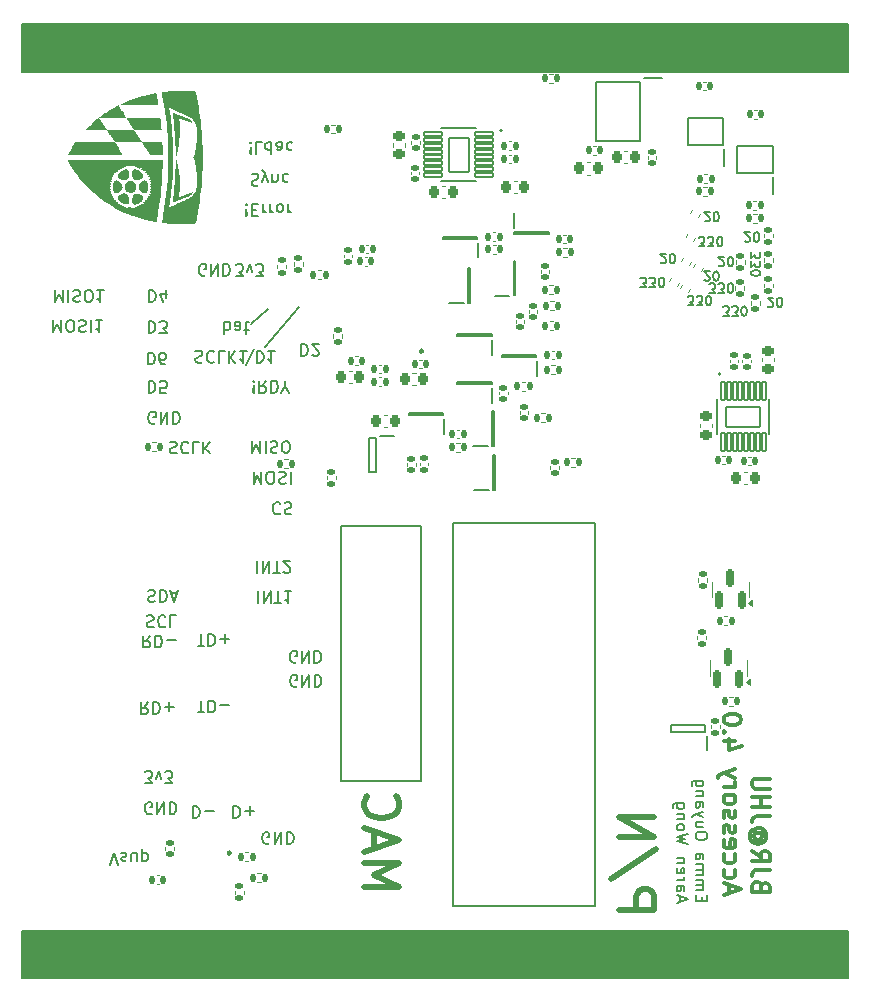
<source format=gbo>
G04 #@! TF.GenerationSoftware,KiCad,Pcbnew,8.0.7*
G04 #@! TF.CreationDate,2025-04-08T18:23:23-04:00*
G04 #@! TF.ProjectId,accessory_v4,61636365-7373-46f7-9279-5f76342e6b69,rev?*
G04 #@! TF.SameCoordinates,Original*
G04 #@! TF.FileFunction,Legend,Bot*
G04 #@! TF.FilePolarity,Positive*
%FSLAX46Y46*%
G04 Gerber Fmt 4.6, Leading zero omitted, Abs format (unit mm)*
G04 Created by KiCad (PCBNEW 8.0.7) date 2025-04-08 18:23:23*
%MOMM*%
%LPD*%
G01*
G04 APERTURE LIST*
G04 Aperture macros list*
%AMRoundRect*
0 Rectangle with rounded corners*
0 $1 Rounding radius*
0 $2 $3 $4 $5 $6 $7 $8 $9 X,Y pos of 4 corners*
0 Add a 4 corners polygon primitive as box body*
4,1,4,$2,$3,$4,$5,$6,$7,$8,$9,$2,$3,0*
0 Add four circle primitives for the rounded corners*
1,1,$1+$1,$2,$3*
1,1,$1+$1,$4,$5*
1,1,$1+$1,$6,$7*
1,1,$1+$1,$8,$9*
0 Add four rect primitives between the rounded corners*
20,1,$1+$1,$2,$3,$4,$5,0*
20,1,$1+$1,$4,$5,$6,$7,0*
20,1,$1+$1,$6,$7,$8,$9,0*
20,1,$1+$1,$8,$9,$2,$3,0*%
G04 Aperture macros list end*
%ADD10C,0.150000*%
%ADD11C,0.170000*%
%ADD12C,0.300000*%
%ADD13C,0.500000*%
%ADD14C,0.120000*%
%ADD15C,0.000000*%
%ADD16C,0.127000*%
%ADD17C,0.200000*%
%ADD18C,0.250000*%
%ADD19C,1.638000*%
%ADD20C,4.801000*%
%ADD21R,5.200000X1.250000*%
%ADD22C,2.004000*%
%ADD23C,1.554000*%
%ADD24RoundRect,0.135000X0.092715X-0.209413X0.227715X0.024413X-0.092715X0.209413X-0.227715X-0.024413X0*%
%ADD25RoundRect,0.140000X0.170000X-0.140000X0.170000X0.140000X-0.170000X0.140000X-0.170000X-0.140000X0*%
%ADD26RoundRect,0.135000X-0.135000X-0.185000X0.135000X-0.185000X0.135000X0.185000X-0.135000X0.185000X0*%
%ADD27RoundRect,0.135000X0.185000X-0.135000X0.185000X0.135000X-0.185000X0.135000X-0.185000X-0.135000X0*%
%ADD28R,0.254000X0.152400*%
%ADD29RoundRect,0.140000X-0.140000X-0.170000X0.140000X-0.170000X0.140000X0.170000X-0.140000X0.170000X0*%
%ADD30RoundRect,0.060500X0.766500X0.181500X-0.766500X0.181500X-0.766500X-0.181500X0.766500X-0.181500X0*%
%ADD31RoundRect,0.102000X0.825500X1.422500X-0.825500X1.422500X-0.825500X-1.422500X0.825500X-1.422500X0*%
%ADD32R,1.250000X0.600000*%
%ADD33RoundRect,0.225000X-0.250000X0.225000X-0.250000X-0.225000X0.250000X-0.225000X0.250000X0.225000X0*%
%ADD34RoundRect,0.225000X0.225000X0.250000X-0.225000X0.250000X-0.225000X-0.250000X0.225000X-0.250000X0*%
%ADD35R,0.850000X0.350000*%
%ADD36R,1.700000X2.450000*%
%ADD37RoundRect,0.140000X0.140000X0.170000X-0.140000X0.170000X-0.140000X-0.170000X0.140000X-0.170000X0*%
%ADD38R,0.600000X1.250000*%
%ADD39RoundRect,0.135000X0.135000X0.185000X-0.135000X0.185000X-0.135000X-0.185000X0.135000X-0.185000X0*%
%ADD40R,1.200000X0.600000*%
%ADD41RoundRect,0.225000X-0.225000X-0.250000X0.225000X-0.250000X0.225000X0.250000X-0.225000X0.250000X0*%
%ADD42RoundRect,0.140000X-0.170000X0.140000X-0.170000X-0.140000X0.170000X-0.140000X0.170000X0.140000X0*%
%ADD43R,0.450000X1.400000*%
%ADD44R,1.475000X0.450000*%
%ADD45RoundRect,0.060500X-0.181500X0.766500X-0.181500X-0.766500X0.181500X-0.766500X0.181500X0.766500X0*%
%ADD46RoundRect,0.102000X-1.422500X0.825500X-1.422500X-0.825500X1.422500X-0.825500X1.422500X0.825500X0*%
%ADD47RoundRect,0.150000X0.150000X-0.587500X0.150000X0.587500X-0.150000X0.587500X-0.150000X-0.587500X0*%
%ADD48RoundRect,0.135000X-0.185000X0.135000X-0.185000X-0.135000X0.185000X-0.135000X0.185000X0.135000X0*%
%ADD49R,0.600000X1.200000*%
%ADD50R,0.300000X0.850000*%
%ADD51R,0.850000X0.300000*%
%ADD52R,4.050000X4.050000*%
G04 APERTURE END LIST*
D10*
X0Y-76750000D02*
X70000000Y-76750000D01*
X70000000Y-80750000D01*
X0Y-80750000D01*
X0Y-76750000D01*
G36*
X0Y-76750000D02*
G01*
X70000000Y-76750000D01*
X70000000Y-80750000D01*
X0Y-80750000D01*
X0Y-76750000D01*
G37*
X36490000Y-42240000D02*
X48530000Y-42240000D01*
X48530000Y-74670000D01*
X36490000Y-74670000D01*
X36490000Y-42240000D01*
X23500000Y-23940000D02*
X20590000Y-27330000D01*
X27050000Y-42450000D02*
X33850000Y-42450000D01*
X33850000Y-64070000D01*
X27050000Y-64070000D01*
X27050000Y-42450000D01*
X19430000Y-25350000D02*
X20820000Y-24120000D01*
X19700000Y-27460000D02*
X19020000Y-28800000D01*
X0Y0D02*
X70000000Y0D01*
X70000000Y-4000000D01*
X0Y-4000000D01*
X0Y0D01*
G36*
X0Y0D02*
G01*
X70000000Y0D01*
X70000000Y-4000000D01*
X0Y-4000000D01*
X0Y0D01*
G37*
X10411541Y-64220180D02*
X11030588Y-64220180D01*
X11030588Y-64220180D02*
X10697255Y-63839228D01*
X10697255Y-63839228D02*
X10840112Y-63839228D01*
X10840112Y-63839228D02*
X10935350Y-63791609D01*
X10935350Y-63791609D02*
X10982969Y-63743990D01*
X10982969Y-63743990D02*
X11030588Y-63648752D01*
X11030588Y-63648752D02*
X11030588Y-63410657D01*
X11030588Y-63410657D02*
X10982969Y-63315419D01*
X10982969Y-63315419D02*
X10935350Y-63267800D01*
X10935350Y-63267800D02*
X10840112Y-63220180D01*
X10840112Y-63220180D02*
X10554398Y-63220180D01*
X10554398Y-63220180D02*
X10459160Y-63267800D01*
X10459160Y-63267800D02*
X10411541Y-63315419D01*
X11363922Y-63886847D02*
X11602017Y-63220180D01*
X11602017Y-63220180D02*
X11840112Y-63886847D01*
X12125827Y-64220180D02*
X12744874Y-64220180D01*
X12744874Y-64220180D02*
X12411541Y-63839228D01*
X12411541Y-63839228D02*
X12554398Y-63839228D01*
X12554398Y-63839228D02*
X12649636Y-63791609D01*
X12649636Y-63791609D02*
X12697255Y-63743990D01*
X12697255Y-63743990D02*
X12744874Y-63648752D01*
X12744874Y-63648752D02*
X12744874Y-63410657D01*
X12744874Y-63410657D02*
X12697255Y-63315419D01*
X12697255Y-63315419D02*
X12649636Y-63267800D01*
X12649636Y-63267800D02*
X12554398Y-63220180D01*
X12554398Y-63220180D02*
X12268684Y-63220180D01*
X12268684Y-63220180D02*
X12173446Y-63267800D01*
X12173446Y-63267800D02*
X12125827Y-63315419D01*
D11*
X58211428Y-22728744D02*
X58706666Y-22728744D01*
X58706666Y-22728744D02*
X58440000Y-22423982D01*
X58440000Y-22423982D02*
X58554285Y-22423982D01*
X58554285Y-22423982D02*
X58630476Y-22385887D01*
X58630476Y-22385887D02*
X58668571Y-22347792D01*
X58668571Y-22347792D02*
X58706666Y-22271601D01*
X58706666Y-22271601D02*
X58706666Y-22081125D01*
X58706666Y-22081125D02*
X58668571Y-22004935D01*
X58668571Y-22004935D02*
X58630476Y-21966840D01*
X58630476Y-21966840D02*
X58554285Y-21928744D01*
X58554285Y-21928744D02*
X58325714Y-21928744D01*
X58325714Y-21928744D02*
X58249523Y-21966840D01*
X58249523Y-21966840D02*
X58211428Y-22004935D01*
X58973333Y-22728744D02*
X59468571Y-22728744D01*
X59468571Y-22728744D02*
X59201905Y-22423982D01*
X59201905Y-22423982D02*
X59316190Y-22423982D01*
X59316190Y-22423982D02*
X59392381Y-22385887D01*
X59392381Y-22385887D02*
X59430476Y-22347792D01*
X59430476Y-22347792D02*
X59468571Y-22271601D01*
X59468571Y-22271601D02*
X59468571Y-22081125D01*
X59468571Y-22081125D02*
X59430476Y-22004935D01*
X59430476Y-22004935D02*
X59392381Y-21966840D01*
X59392381Y-21966840D02*
X59316190Y-21928744D01*
X59316190Y-21928744D02*
X59087619Y-21928744D01*
X59087619Y-21928744D02*
X59011428Y-21966840D01*
X59011428Y-21966840D02*
X58973333Y-22004935D01*
X59963810Y-22728744D02*
X60040000Y-22728744D01*
X60040000Y-22728744D02*
X60116191Y-22690649D01*
X60116191Y-22690649D02*
X60154286Y-22652554D01*
X60154286Y-22652554D02*
X60192381Y-22576363D01*
X60192381Y-22576363D02*
X60230476Y-22423982D01*
X60230476Y-22423982D02*
X60230476Y-22233506D01*
X60230476Y-22233506D02*
X60192381Y-22081125D01*
X60192381Y-22081125D02*
X60154286Y-22004935D01*
X60154286Y-22004935D02*
X60116191Y-21966840D01*
X60116191Y-21966840D02*
X60040000Y-21928744D01*
X60040000Y-21928744D02*
X59963810Y-21928744D01*
X59963810Y-21928744D02*
X59887619Y-21966840D01*
X59887619Y-21966840D02*
X59849524Y-22004935D01*
X59849524Y-22004935D02*
X59811429Y-22081125D01*
X59811429Y-22081125D02*
X59773333Y-22233506D01*
X59773333Y-22233506D02*
X59773333Y-22423982D01*
X59773333Y-22423982D02*
X59811429Y-22576363D01*
X59811429Y-22576363D02*
X59849524Y-22652554D01*
X59849524Y-22652554D02*
X59887619Y-22690649D01*
X59887619Y-22690649D02*
X59963810Y-22728744D01*
X52381428Y-22228744D02*
X52876666Y-22228744D01*
X52876666Y-22228744D02*
X52610000Y-21923982D01*
X52610000Y-21923982D02*
X52724285Y-21923982D01*
X52724285Y-21923982D02*
X52800476Y-21885887D01*
X52800476Y-21885887D02*
X52838571Y-21847792D01*
X52838571Y-21847792D02*
X52876666Y-21771601D01*
X52876666Y-21771601D02*
X52876666Y-21581125D01*
X52876666Y-21581125D02*
X52838571Y-21504935D01*
X52838571Y-21504935D02*
X52800476Y-21466840D01*
X52800476Y-21466840D02*
X52724285Y-21428744D01*
X52724285Y-21428744D02*
X52495714Y-21428744D01*
X52495714Y-21428744D02*
X52419523Y-21466840D01*
X52419523Y-21466840D02*
X52381428Y-21504935D01*
X53143333Y-22228744D02*
X53638571Y-22228744D01*
X53638571Y-22228744D02*
X53371905Y-21923982D01*
X53371905Y-21923982D02*
X53486190Y-21923982D01*
X53486190Y-21923982D02*
X53562381Y-21885887D01*
X53562381Y-21885887D02*
X53600476Y-21847792D01*
X53600476Y-21847792D02*
X53638571Y-21771601D01*
X53638571Y-21771601D02*
X53638571Y-21581125D01*
X53638571Y-21581125D02*
X53600476Y-21504935D01*
X53600476Y-21504935D02*
X53562381Y-21466840D01*
X53562381Y-21466840D02*
X53486190Y-21428744D01*
X53486190Y-21428744D02*
X53257619Y-21428744D01*
X53257619Y-21428744D02*
X53181428Y-21466840D01*
X53181428Y-21466840D02*
X53143333Y-21504935D01*
X54133810Y-22228744D02*
X54210000Y-22228744D01*
X54210000Y-22228744D02*
X54286191Y-22190649D01*
X54286191Y-22190649D02*
X54324286Y-22152554D01*
X54324286Y-22152554D02*
X54362381Y-22076363D01*
X54362381Y-22076363D02*
X54400476Y-21923982D01*
X54400476Y-21923982D02*
X54400476Y-21733506D01*
X54400476Y-21733506D02*
X54362381Y-21581125D01*
X54362381Y-21581125D02*
X54324286Y-21504935D01*
X54324286Y-21504935D02*
X54286191Y-21466840D01*
X54286191Y-21466840D02*
X54210000Y-21428744D01*
X54210000Y-21428744D02*
X54133810Y-21428744D01*
X54133810Y-21428744D02*
X54057619Y-21466840D01*
X54057619Y-21466840D02*
X54019524Y-21504935D01*
X54019524Y-21504935D02*
X53981429Y-21581125D01*
X53981429Y-21581125D02*
X53943333Y-21733506D01*
X53943333Y-21733506D02*
X53943333Y-21923982D01*
X53943333Y-21923982D02*
X53981429Y-22076363D01*
X53981429Y-22076363D02*
X54019524Y-22152554D01*
X54019524Y-22152554D02*
X54057619Y-22190649D01*
X54057619Y-22190649D02*
X54133810Y-22228744D01*
D10*
X14903922Y-52610180D02*
X15475350Y-52610180D01*
X15189636Y-51610180D02*
X15189636Y-52610180D01*
X15808684Y-51610180D02*
X15808684Y-52610180D01*
X15808684Y-52610180D02*
X16046779Y-52610180D01*
X16046779Y-52610180D02*
X16189636Y-52562561D01*
X16189636Y-52562561D02*
X16284874Y-52467323D01*
X16284874Y-52467323D02*
X16332493Y-52372085D01*
X16332493Y-52372085D02*
X16380112Y-52181609D01*
X16380112Y-52181609D02*
X16380112Y-52038752D01*
X16380112Y-52038752D02*
X16332493Y-51848276D01*
X16332493Y-51848276D02*
X16284874Y-51753038D01*
X16284874Y-51753038D02*
X16189636Y-51657800D01*
X16189636Y-51657800D02*
X16046779Y-51610180D01*
X16046779Y-51610180D02*
X15808684Y-51610180D01*
X16808684Y-51991133D02*
X17570589Y-51991133D01*
X17189636Y-51610180D02*
X17189636Y-52372085D01*
X19916779Y-27630180D02*
X19916779Y-28630180D01*
X19916779Y-28630180D02*
X20154874Y-28630180D01*
X20154874Y-28630180D02*
X20297731Y-28582561D01*
X20297731Y-28582561D02*
X20392969Y-28487323D01*
X20392969Y-28487323D02*
X20440588Y-28392085D01*
X20440588Y-28392085D02*
X20488207Y-28201609D01*
X20488207Y-28201609D02*
X20488207Y-28058752D01*
X20488207Y-28058752D02*
X20440588Y-27868276D01*
X20440588Y-27868276D02*
X20392969Y-27773038D01*
X20392969Y-27773038D02*
X20297731Y-27677800D01*
X20297731Y-27677800D02*
X20154874Y-27630180D01*
X20154874Y-27630180D02*
X19916779Y-27630180D01*
X21440588Y-27630180D02*
X20869160Y-27630180D01*
X21154874Y-27630180D02*
X21154874Y-28630180D01*
X21154874Y-28630180D02*
X21059636Y-28487323D01*
X21059636Y-28487323D02*
X20964398Y-28392085D01*
X20964398Y-28392085D02*
X20869160Y-28344466D01*
D11*
X59030475Y-20392554D02*
X59068571Y-20430649D01*
X59068571Y-20430649D02*
X59144761Y-20468744D01*
X59144761Y-20468744D02*
X59335237Y-20468744D01*
X59335237Y-20468744D02*
X59411428Y-20430649D01*
X59411428Y-20430649D02*
X59449523Y-20392554D01*
X59449523Y-20392554D02*
X59487618Y-20316363D01*
X59487618Y-20316363D02*
X59487618Y-20240173D01*
X59487618Y-20240173D02*
X59449523Y-20125887D01*
X59449523Y-20125887D02*
X58992380Y-19668744D01*
X58992380Y-19668744D02*
X59487618Y-19668744D01*
X59982857Y-20468744D02*
X60059047Y-20468744D01*
X60059047Y-20468744D02*
X60135238Y-20430649D01*
X60135238Y-20430649D02*
X60173333Y-20392554D01*
X60173333Y-20392554D02*
X60211428Y-20316363D01*
X60211428Y-20316363D02*
X60249523Y-20163982D01*
X60249523Y-20163982D02*
X60249523Y-19973506D01*
X60249523Y-19973506D02*
X60211428Y-19821125D01*
X60211428Y-19821125D02*
X60173333Y-19744935D01*
X60173333Y-19744935D02*
X60135238Y-19706840D01*
X60135238Y-19706840D02*
X60059047Y-19668744D01*
X60059047Y-19668744D02*
X59982857Y-19668744D01*
X59982857Y-19668744D02*
X59906666Y-19706840D01*
X59906666Y-19706840D02*
X59868571Y-19744935D01*
X59868571Y-19744935D02*
X59830476Y-19821125D01*
X59830476Y-19821125D02*
X59792380Y-19973506D01*
X59792380Y-19973506D02*
X59792380Y-20163982D01*
X59792380Y-20163982D02*
X59830476Y-20316363D01*
X59830476Y-20316363D02*
X59868571Y-20392554D01*
X59868571Y-20392554D02*
X59906666Y-20430649D01*
X59906666Y-20430649D02*
X59982857Y-20468744D01*
D10*
X10756779Y-25120180D02*
X10756779Y-26120180D01*
X10756779Y-26120180D02*
X10994874Y-26120180D01*
X10994874Y-26120180D02*
X11137731Y-26072561D01*
X11137731Y-26072561D02*
X11232969Y-25977323D01*
X11232969Y-25977323D02*
X11280588Y-25882085D01*
X11280588Y-25882085D02*
X11328207Y-25691609D01*
X11328207Y-25691609D02*
X11328207Y-25548752D01*
X11328207Y-25548752D02*
X11280588Y-25358276D01*
X11280588Y-25358276D02*
X11232969Y-25263038D01*
X11232969Y-25263038D02*
X11137731Y-25167800D01*
X11137731Y-25167800D02*
X10994874Y-25120180D01*
X10994874Y-25120180D02*
X10756779Y-25120180D01*
X11661541Y-26120180D02*
X12280588Y-26120180D01*
X12280588Y-26120180D02*
X11947255Y-25739228D01*
X11947255Y-25739228D02*
X12090112Y-25739228D01*
X12090112Y-25739228D02*
X12185350Y-25691609D01*
X12185350Y-25691609D02*
X12232969Y-25643990D01*
X12232969Y-25643990D02*
X12280588Y-25548752D01*
X12280588Y-25548752D02*
X12280588Y-25310657D01*
X12280588Y-25310657D02*
X12232969Y-25215419D01*
X12232969Y-25215419D02*
X12185350Y-25167800D01*
X12185350Y-25167800D02*
X12090112Y-25120180D01*
X12090112Y-25120180D02*
X11804398Y-25120180D01*
X11804398Y-25120180D02*
X11709160Y-25167800D01*
X11709160Y-25167800D02*
X11661541Y-25215419D01*
D11*
X57800475Y-21612554D02*
X57838571Y-21650649D01*
X57838571Y-21650649D02*
X57914761Y-21688744D01*
X57914761Y-21688744D02*
X58105237Y-21688744D01*
X58105237Y-21688744D02*
X58181428Y-21650649D01*
X58181428Y-21650649D02*
X58219523Y-21612554D01*
X58219523Y-21612554D02*
X58257618Y-21536363D01*
X58257618Y-21536363D02*
X58257618Y-21460173D01*
X58257618Y-21460173D02*
X58219523Y-21345887D01*
X58219523Y-21345887D02*
X57762380Y-20888744D01*
X57762380Y-20888744D02*
X58257618Y-20888744D01*
X58752857Y-21688744D02*
X58829047Y-21688744D01*
X58829047Y-21688744D02*
X58905238Y-21650649D01*
X58905238Y-21650649D02*
X58943333Y-21612554D01*
X58943333Y-21612554D02*
X58981428Y-21536363D01*
X58981428Y-21536363D02*
X59019523Y-21383982D01*
X59019523Y-21383982D02*
X59019523Y-21193506D01*
X59019523Y-21193506D02*
X58981428Y-21041125D01*
X58981428Y-21041125D02*
X58943333Y-20964935D01*
X58943333Y-20964935D02*
X58905238Y-20926840D01*
X58905238Y-20926840D02*
X58829047Y-20888744D01*
X58829047Y-20888744D02*
X58752857Y-20888744D01*
X58752857Y-20888744D02*
X58676666Y-20926840D01*
X58676666Y-20926840D02*
X58638571Y-20964935D01*
X58638571Y-20964935D02*
X58600476Y-21041125D01*
X58600476Y-21041125D02*
X58562380Y-21193506D01*
X58562380Y-21193506D02*
X58562380Y-21383982D01*
X58562380Y-21383982D02*
X58600476Y-21536363D01*
X58600476Y-21536363D02*
X58638571Y-21612554D01*
X58638571Y-21612554D02*
X58676666Y-21650649D01*
X58676666Y-21650649D02*
X58752857Y-21688744D01*
D10*
X14903922Y-58240180D02*
X15475350Y-58240180D01*
X15189636Y-57240180D02*
X15189636Y-58240180D01*
X15808684Y-57240180D02*
X15808684Y-58240180D01*
X15808684Y-58240180D02*
X16046779Y-58240180D01*
X16046779Y-58240180D02*
X16189636Y-58192561D01*
X16189636Y-58192561D02*
X16284874Y-58097323D01*
X16284874Y-58097323D02*
X16332493Y-58002085D01*
X16332493Y-58002085D02*
X16380112Y-57811609D01*
X16380112Y-57811609D02*
X16380112Y-57668752D01*
X16380112Y-57668752D02*
X16332493Y-57478276D01*
X16332493Y-57478276D02*
X16284874Y-57383038D01*
X16284874Y-57383038D02*
X16189636Y-57287800D01*
X16189636Y-57287800D02*
X16046779Y-57240180D01*
X16046779Y-57240180D02*
X15808684Y-57240180D01*
X16808684Y-57621133D02*
X17570589Y-57621133D01*
X19026779Y-15305419D02*
X19074398Y-15257800D01*
X19074398Y-15257800D02*
X19026779Y-15210180D01*
X19026779Y-15210180D02*
X18979160Y-15257800D01*
X18979160Y-15257800D02*
X19026779Y-15305419D01*
X19026779Y-15305419D02*
X19026779Y-15210180D01*
X19026779Y-15591133D02*
X18979160Y-16162561D01*
X18979160Y-16162561D02*
X19026779Y-16210180D01*
X19026779Y-16210180D02*
X19074398Y-16162561D01*
X19074398Y-16162561D02*
X19026779Y-15591133D01*
X19026779Y-15591133D02*
X19026779Y-16210180D01*
X19502969Y-15733990D02*
X19836302Y-15733990D01*
X19979159Y-15210180D02*
X19502969Y-15210180D01*
X19502969Y-15210180D02*
X19502969Y-16210180D01*
X19502969Y-16210180D02*
X19979159Y-16210180D01*
X20407731Y-15210180D02*
X20407731Y-15876847D01*
X20407731Y-15686371D02*
X20455350Y-15781609D01*
X20455350Y-15781609D02*
X20502969Y-15829228D01*
X20502969Y-15829228D02*
X20598207Y-15876847D01*
X20598207Y-15876847D02*
X20693445Y-15876847D01*
X21026779Y-15210180D02*
X21026779Y-15876847D01*
X21026779Y-15686371D02*
X21074398Y-15781609D01*
X21074398Y-15781609D02*
X21122017Y-15829228D01*
X21122017Y-15829228D02*
X21217255Y-15876847D01*
X21217255Y-15876847D02*
X21312493Y-15876847D01*
X21788684Y-15210180D02*
X21693446Y-15257800D01*
X21693446Y-15257800D02*
X21645827Y-15305419D01*
X21645827Y-15305419D02*
X21598208Y-15400657D01*
X21598208Y-15400657D02*
X21598208Y-15686371D01*
X21598208Y-15686371D02*
X21645827Y-15781609D01*
X21645827Y-15781609D02*
X21693446Y-15829228D01*
X21693446Y-15829228D02*
X21788684Y-15876847D01*
X21788684Y-15876847D02*
X21931541Y-15876847D01*
X21931541Y-15876847D02*
X22026779Y-15829228D01*
X22026779Y-15829228D02*
X22074398Y-15781609D01*
X22074398Y-15781609D02*
X22122017Y-15686371D01*
X22122017Y-15686371D02*
X22122017Y-15400657D01*
X22122017Y-15400657D02*
X22074398Y-15305419D01*
X22074398Y-15305419D02*
X22026779Y-15257800D01*
X22026779Y-15257800D02*
X21931541Y-15210180D01*
X21931541Y-15210180D02*
X21788684Y-15210180D01*
X22550589Y-15210180D02*
X22550589Y-15876847D01*
X22550589Y-15686371D02*
X22598208Y-15781609D01*
X22598208Y-15781609D02*
X22645827Y-15829228D01*
X22645827Y-15829228D02*
X22741065Y-15876847D01*
X22741065Y-15876847D02*
X22836303Y-15876847D01*
X10719160Y-47937800D02*
X10862017Y-47890180D01*
X10862017Y-47890180D02*
X11100112Y-47890180D01*
X11100112Y-47890180D02*
X11195350Y-47937800D01*
X11195350Y-47937800D02*
X11242969Y-47985419D01*
X11242969Y-47985419D02*
X11290588Y-48080657D01*
X11290588Y-48080657D02*
X11290588Y-48175895D01*
X11290588Y-48175895D02*
X11242969Y-48271133D01*
X11242969Y-48271133D02*
X11195350Y-48318752D01*
X11195350Y-48318752D02*
X11100112Y-48366371D01*
X11100112Y-48366371D02*
X10909636Y-48413990D01*
X10909636Y-48413990D02*
X10814398Y-48461609D01*
X10814398Y-48461609D02*
X10766779Y-48509228D01*
X10766779Y-48509228D02*
X10719160Y-48604466D01*
X10719160Y-48604466D02*
X10719160Y-48699704D01*
X10719160Y-48699704D02*
X10766779Y-48794942D01*
X10766779Y-48794942D02*
X10814398Y-48842561D01*
X10814398Y-48842561D02*
X10909636Y-48890180D01*
X10909636Y-48890180D02*
X11147731Y-48890180D01*
X11147731Y-48890180D02*
X11290588Y-48842561D01*
X11719160Y-47890180D02*
X11719160Y-48890180D01*
X11719160Y-48890180D02*
X11957255Y-48890180D01*
X11957255Y-48890180D02*
X12100112Y-48842561D01*
X12100112Y-48842561D02*
X12195350Y-48747323D01*
X12195350Y-48747323D02*
X12242969Y-48652085D01*
X12242969Y-48652085D02*
X12290588Y-48461609D01*
X12290588Y-48461609D02*
X12290588Y-48318752D01*
X12290588Y-48318752D02*
X12242969Y-48128276D01*
X12242969Y-48128276D02*
X12195350Y-48033038D01*
X12195350Y-48033038D02*
X12100112Y-47937800D01*
X12100112Y-47937800D02*
X11957255Y-47890180D01*
X11957255Y-47890180D02*
X11719160Y-47890180D01*
X12671541Y-48175895D02*
X13147731Y-48175895D01*
X12576303Y-47890180D02*
X12909636Y-48890180D01*
X12909636Y-48890180D02*
X13242969Y-47890180D01*
D11*
X63190475Y-23842554D02*
X63228571Y-23880649D01*
X63228571Y-23880649D02*
X63304761Y-23918744D01*
X63304761Y-23918744D02*
X63495237Y-23918744D01*
X63495237Y-23918744D02*
X63571428Y-23880649D01*
X63571428Y-23880649D02*
X63609523Y-23842554D01*
X63609523Y-23842554D02*
X63647618Y-23766363D01*
X63647618Y-23766363D02*
X63647618Y-23690173D01*
X63647618Y-23690173D02*
X63609523Y-23575887D01*
X63609523Y-23575887D02*
X63152380Y-23118744D01*
X63152380Y-23118744D02*
X63647618Y-23118744D01*
X64142857Y-23918744D02*
X64219047Y-23918744D01*
X64219047Y-23918744D02*
X64295238Y-23880649D01*
X64295238Y-23880649D02*
X64333333Y-23842554D01*
X64333333Y-23842554D02*
X64371428Y-23766363D01*
X64371428Y-23766363D02*
X64409523Y-23613982D01*
X64409523Y-23613982D02*
X64409523Y-23423506D01*
X64409523Y-23423506D02*
X64371428Y-23271125D01*
X64371428Y-23271125D02*
X64333333Y-23194935D01*
X64333333Y-23194935D02*
X64295238Y-23156840D01*
X64295238Y-23156840D02*
X64219047Y-23118744D01*
X64219047Y-23118744D02*
X64142857Y-23118744D01*
X64142857Y-23118744D02*
X64066666Y-23156840D01*
X64066666Y-23156840D02*
X64028571Y-23194935D01*
X64028571Y-23194935D02*
X63990476Y-23271125D01*
X63990476Y-23271125D02*
X63952380Y-23423506D01*
X63952380Y-23423506D02*
X63952380Y-23613982D01*
X63952380Y-23613982D02*
X63990476Y-23766363D01*
X63990476Y-23766363D02*
X64028571Y-23842554D01*
X64028571Y-23842554D02*
X64066666Y-23880649D01*
X64066666Y-23880649D02*
X64142857Y-23918744D01*
D10*
X57583934Y-74213220D02*
X57583934Y-73879887D01*
X57060124Y-73737030D02*
X57060124Y-74213220D01*
X57060124Y-74213220D02*
X58060124Y-74213220D01*
X58060124Y-74213220D02*
X58060124Y-73737030D01*
X57060124Y-73308458D02*
X57726791Y-73308458D01*
X57631553Y-73308458D02*
X57679172Y-73260839D01*
X57679172Y-73260839D02*
X57726791Y-73165601D01*
X57726791Y-73165601D02*
X57726791Y-73022744D01*
X57726791Y-73022744D02*
X57679172Y-72927506D01*
X57679172Y-72927506D02*
X57583934Y-72879887D01*
X57583934Y-72879887D02*
X57060124Y-72879887D01*
X57583934Y-72879887D02*
X57679172Y-72832268D01*
X57679172Y-72832268D02*
X57726791Y-72737030D01*
X57726791Y-72737030D02*
X57726791Y-72594173D01*
X57726791Y-72594173D02*
X57679172Y-72498934D01*
X57679172Y-72498934D02*
X57583934Y-72451315D01*
X57583934Y-72451315D02*
X57060124Y-72451315D01*
X57060124Y-71975125D02*
X57726791Y-71975125D01*
X57631553Y-71975125D02*
X57679172Y-71927506D01*
X57679172Y-71927506D02*
X57726791Y-71832268D01*
X57726791Y-71832268D02*
X57726791Y-71689411D01*
X57726791Y-71689411D02*
X57679172Y-71594173D01*
X57679172Y-71594173D02*
X57583934Y-71546554D01*
X57583934Y-71546554D02*
X57060124Y-71546554D01*
X57583934Y-71546554D02*
X57679172Y-71498935D01*
X57679172Y-71498935D02*
X57726791Y-71403697D01*
X57726791Y-71403697D02*
X57726791Y-71260840D01*
X57726791Y-71260840D02*
X57679172Y-71165601D01*
X57679172Y-71165601D02*
X57583934Y-71117982D01*
X57583934Y-71117982D02*
X57060124Y-71117982D01*
X57060124Y-70213221D02*
X57583934Y-70213221D01*
X57583934Y-70213221D02*
X57679172Y-70260840D01*
X57679172Y-70260840D02*
X57726791Y-70356078D01*
X57726791Y-70356078D02*
X57726791Y-70546554D01*
X57726791Y-70546554D02*
X57679172Y-70641792D01*
X57107744Y-70213221D02*
X57060124Y-70308459D01*
X57060124Y-70308459D02*
X57060124Y-70546554D01*
X57060124Y-70546554D02*
X57107744Y-70641792D01*
X57107744Y-70641792D02*
X57202982Y-70689411D01*
X57202982Y-70689411D02*
X57298220Y-70689411D01*
X57298220Y-70689411D02*
X57393458Y-70641792D01*
X57393458Y-70641792D02*
X57441077Y-70546554D01*
X57441077Y-70546554D02*
X57441077Y-70308459D01*
X57441077Y-70308459D02*
X57488696Y-70213221D01*
X58060124Y-68784649D02*
X58060124Y-68594173D01*
X58060124Y-68594173D02*
X58012505Y-68498935D01*
X58012505Y-68498935D02*
X57917267Y-68403697D01*
X57917267Y-68403697D02*
X57726791Y-68356078D01*
X57726791Y-68356078D02*
X57393458Y-68356078D01*
X57393458Y-68356078D02*
X57202982Y-68403697D01*
X57202982Y-68403697D02*
X57107744Y-68498935D01*
X57107744Y-68498935D02*
X57060124Y-68594173D01*
X57060124Y-68594173D02*
X57060124Y-68784649D01*
X57060124Y-68784649D02*
X57107744Y-68879887D01*
X57107744Y-68879887D02*
X57202982Y-68975125D01*
X57202982Y-68975125D02*
X57393458Y-69022744D01*
X57393458Y-69022744D02*
X57726791Y-69022744D01*
X57726791Y-69022744D02*
X57917267Y-68975125D01*
X57917267Y-68975125D02*
X58012505Y-68879887D01*
X58012505Y-68879887D02*
X58060124Y-68784649D01*
X57726791Y-67498935D02*
X57060124Y-67498935D01*
X57726791Y-67927506D02*
X57202982Y-67927506D01*
X57202982Y-67927506D02*
X57107744Y-67879887D01*
X57107744Y-67879887D02*
X57060124Y-67784649D01*
X57060124Y-67784649D02*
X57060124Y-67641792D01*
X57060124Y-67641792D02*
X57107744Y-67546554D01*
X57107744Y-67546554D02*
X57155363Y-67498935D01*
X57726791Y-67117982D02*
X57060124Y-66879887D01*
X57726791Y-66641792D02*
X57060124Y-66879887D01*
X57060124Y-66879887D02*
X56822029Y-66975125D01*
X56822029Y-66975125D02*
X56774410Y-67022744D01*
X56774410Y-67022744D02*
X56726791Y-67117982D01*
X57060124Y-65832268D02*
X57583934Y-65832268D01*
X57583934Y-65832268D02*
X57679172Y-65879887D01*
X57679172Y-65879887D02*
X57726791Y-65975125D01*
X57726791Y-65975125D02*
X57726791Y-66165601D01*
X57726791Y-66165601D02*
X57679172Y-66260839D01*
X57107744Y-65832268D02*
X57060124Y-65927506D01*
X57060124Y-65927506D02*
X57060124Y-66165601D01*
X57060124Y-66165601D02*
X57107744Y-66260839D01*
X57107744Y-66260839D02*
X57202982Y-66308458D01*
X57202982Y-66308458D02*
X57298220Y-66308458D01*
X57298220Y-66308458D02*
X57393458Y-66260839D01*
X57393458Y-66260839D02*
X57441077Y-66165601D01*
X57441077Y-66165601D02*
X57441077Y-65927506D01*
X57441077Y-65927506D02*
X57488696Y-65832268D01*
X57726791Y-65356077D02*
X57060124Y-65356077D01*
X57631553Y-65356077D02*
X57679172Y-65308458D01*
X57679172Y-65308458D02*
X57726791Y-65213220D01*
X57726791Y-65213220D02*
X57726791Y-65070363D01*
X57726791Y-65070363D02*
X57679172Y-64975125D01*
X57679172Y-64975125D02*
X57583934Y-64927506D01*
X57583934Y-64927506D02*
X57060124Y-64927506D01*
X57726791Y-64022744D02*
X56917267Y-64022744D01*
X56917267Y-64022744D02*
X56822029Y-64070363D01*
X56822029Y-64070363D02*
X56774410Y-64117982D01*
X56774410Y-64117982D02*
X56726791Y-64213220D01*
X56726791Y-64213220D02*
X56726791Y-64356077D01*
X56726791Y-64356077D02*
X56774410Y-64451315D01*
X57107744Y-64022744D02*
X57060124Y-64117982D01*
X57060124Y-64117982D02*
X57060124Y-64308458D01*
X57060124Y-64308458D02*
X57107744Y-64403696D01*
X57107744Y-64403696D02*
X57155363Y-64451315D01*
X57155363Y-64451315D02*
X57250601Y-64498934D01*
X57250601Y-64498934D02*
X57536315Y-64498934D01*
X57536315Y-64498934D02*
X57631553Y-64451315D01*
X57631553Y-64451315D02*
X57679172Y-64403696D01*
X57679172Y-64403696D02*
X57726791Y-64308458D01*
X57726791Y-64308458D02*
X57726791Y-64117982D01*
X57726791Y-64117982D02*
X57679172Y-64022744D01*
X55735895Y-74260839D02*
X55735895Y-73784649D01*
X55450180Y-74356077D02*
X56450180Y-74022744D01*
X56450180Y-74022744D02*
X55450180Y-73689411D01*
X55450180Y-72927506D02*
X55973990Y-72927506D01*
X55973990Y-72927506D02*
X56069228Y-72975125D01*
X56069228Y-72975125D02*
X56116847Y-73070363D01*
X56116847Y-73070363D02*
X56116847Y-73260839D01*
X56116847Y-73260839D02*
X56069228Y-73356077D01*
X55497800Y-72927506D02*
X55450180Y-73022744D01*
X55450180Y-73022744D02*
X55450180Y-73260839D01*
X55450180Y-73260839D02*
X55497800Y-73356077D01*
X55497800Y-73356077D02*
X55593038Y-73403696D01*
X55593038Y-73403696D02*
X55688276Y-73403696D01*
X55688276Y-73403696D02*
X55783514Y-73356077D01*
X55783514Y-73356077D02*
X55831133Y-73260839D01*
X55831133Y-73260839D02*
X55831133Y-73022744D01*
X55831133Y-73022744D02*
X55878752Y-72927506D01*
X55450180Y-72451315D02*
X56116847Y-72451315D01*
X55926371Y-72451315D02*
X56021609Y-72403696D01*
X56021609Y-72403696D02*
X56069228Y-72356077D01*
X56069228Y-72356077D02*
X56116847Y-72260839D01*
X56116847Y-72260839D02*
X56116847Y-72165601D01*
X55497800Y-71451315D02*
X55450180Y-71546553D01*
X55450180Y-71546553D02*
X55450180Y-71737029D01*
X55450180Y-71737029D02*
X55497800Y-71832267D01*
X55497800Y-71832267D02*
X55593038Y-71879886D01*
X55593038Y-71879886D02*
X55973990Y-71879886D01*
X55973990Y-71879886D02*
X56069228Y-71832267D01*
X56069228Y-71832267D02*
X56116847Y-71737029D01*
X56116847Y-71737029D02*
X56116847Y-71546553D01*
X56116847Y-71546553D02*
X56069228Y-71451315D01*
X56069228Y-71451315D02*
X55973990Y-71403696D01*
X55973990Y-71403696D02*
X55878752Y-71403696D01*
X55878752Y-71403696D02*
X55783514Y-71879886D01*
X56116847Y-70975124D02*
X55450180Y-70975124D01*
X56021609Y-70975124D02*
X56069228Y-70927505D01*
X56069228Y-70927505D02*
X56116847Y-70832267D01*
X56116847Y-70832267D02*
X56116847Y-70689410D01*
X56116847Y-70689410D02*
X56069228Y-70594172D01*
X56069228Y-70594172D02*
X55973990Y-70546553D01*
X55973990Y-70546553D02*
X55450180Y-70546553D01*
X56450180Y-69403695D02*
X55450180Y-69165600D01*
X55450180Y-69165600D02*
X56164466Y-68975124D01*
X56164466Y-68975124D02*
X55450180Y-68784648D01*
X55450180Y-68784648D02*
X56450180Y-68546553D01*
X55450180Y-68022743D02*
X55497800Y-68117981D01*
X55497800Y-68117981D02*
X55545419Y-68165600D01*
X55545419Y-68165600D02*
X55640657Y-68213219D01*
X55640657Y-68213219D02*
X55926371Y-68213219D01*
X55926371Y-68213219D02*
X56021609Y-68165600D01*
X56021609Y-68165600D02*
X56069228Y-68117981D01*
X56069228Y-68117981D02*
X56116847Y-68022743D01*
X56116847Y-68022743D02*
X56116847Y-67879886D01*
X56116847Y-67879886D02*
X56069228Y-67784648D01*
X56069228Y-67784648D02*
X56021609Y-67737029D01*
X56021609Y-67737029D02*
X55926371Y-67689410D01*
X55926371Y-67689410D02*
X55640657Y-67689410D01*
X55640657Y-67689410D02*
X55545419Y-67737029D01*
X55545419Y-67737029D02*
X55497800Y-67784648D01*
X55497800Y-67784648D02*
X55450180Y-67879886D01*
X55450180Y-67879886D02*
X55450180Y-68022743D01*
X56116847Y-67260838D02*
X55450180Y-67260838D01*
X56021609Y-67260838D02*
X56069228Y-67213219D01*
X56069228Y-67213219D02*
X56116847Y-67117981D01*
X56116847Y-67117981D02*
X56116847Y-66975124D01*
X56116847Y-66975124D02*
X56069228Y-66879886D01*
X56069228Y-66879886D02*
X55973990Y-66832267D01*
X55973990Y-66832267D02*
X55450180Y-66832267D01*
X56116847Y-65927505D02*
X55307323Y-65927505D01*
X55307323Y-65927505D02*
X55212085Y-65975124D01*
X55212085Y-65975124D02*
X55164466Y-66022743D01*
X55164466Y-66022743D02*
X55116847Y-66117981D01*
X55116847Y-66117981D02*
X55116847Y-66260838D01*
X55116847Y-66260838D02*
X55164466Y-66356076D01*
X55497800Y-65927505D02*
X55450180Y-66022743D01*
X55450180Y-66022743D02*
X55450180Y-66213219D01*
X55450180Y-66213219D02*
X55497800Y-66308457D01*
X55497800Y-66308457D02*
X55545419Y-66356076D01*
X55545419Y-66356076D02*
X55640657Y-66403695D01*
X55640657Y-66403695D02*
X55926371Y-66403695D01*
X55926371Y-66403695D02*
X56021609Y-66356076D01*
X56021609Y-66356076D02*
X56069228Y-66308457D01*
X56069228Y-66308457D02*
X56116847Y-66213219D01*
X56116847Y-66213219D02*
X56116847Y-66022743D01*
X56116847Y-66022743D02*
X56069228Y-65927505D01*
D11*
X56381428Y-23768744D02*
X56876666Y-23768744D01*
X56876666Y-23768744D02*
X56610000Y-23463982D01*
X56610000Y-23463982D02*
X56724285Y-23463982D01*
X56724285Y-23463982D02*
X56800476Y-23425887D01*
X56800476Y-23425887D02*
X56838571Y-23387792D01*
X56838571Y-23387792D02*
X56876666Y-23311601D01*
X56876666Y-23311601D02*
X56876666Y-23121125D01*
X56876666Y-23121125D02*
X56838571Y-23044935D01*
X56838571Y-23044935D02*
X56800476Y-23006840D01*
X56800476Y-23006840D02*
X56724285Y-22968744D01*
X56724285Y-22968744D02*
X56495714Y-22968744D01*
X56495714Y-22968744D02*
X56419523Y-23006840D01*
X56419523Y-23006840D02*
X56381428Y-23044935D01*
X57143333Y-23768744D02*
X57638571Y-23768744D01*
X57638571Y-23768744D02*
X57371905Y-23463982D01*
X57371905Y-23463982D02*
X57486190Y-23463982D01*
X57486190Y-23463982D02*
X57562381Y-23425887D01*
X57562381Y-23425887D02*
X57600476Y-23387792D01*
X57600476Y-23387792D02*
X57638571Y-23311601D01*
X57638571Y-23311601D02*
X57638571Y-23121125D01*
X57638571Y-23121125D02*
X57600476Y-23044935D01*
X57600476Y-23044935D02*
X57562381Y-23006840D01*
X57562381Y-23006840D02*
X57486190Y-22968744D01*
X57486190Y-22968744D02*
X57257619Y-22968744D01*
X57257619Y-22968744D02*
X57181428Y-23006840D01*
X57181428Y-23006840D02*
X57143333Y-23044935D01*
X58133810Y-23768744D02*
X58210000Y-23768744D01*
X58210000Y-23768744D02*
X58286191Y-23730649D01*
X58286191Y-23730649D02*
X58324286Y-23692554D01*
X58324286Y-23692554D02*
X58362381Y-23616363D01*
X58362381Y-23616363D02*
X58400476Y-23463982D01*
X58400476Y-23463982D02*
X58400476Y-23273506D01*
X58400476Y-23273506D02*
X58362381Y-23121125D01*
X58362381Y-23121125D02*
X58324286Y-23044935D01*
X58324286Y-23044935D02*
X58286191Y-23006840D01*
X58286191Y-23006840D02*
X58210000Y-22968744D01*
X58210000Y-22968744D02*
X58133810Y-22968744D01*
X58133810Y-22968744D02*
X58057619Y-23006840D01*
X58057619Y-23006840D02*
X58019524Y-23044935D01*
X58019524Y-23044935D02*
X57981429Y-23121125D01*
X57981429Y-23121125D02*
X57943333Y-23273506D01*
X57943333Y-23273506D02*
X57943333Y-23463982D01*
X57943333Y-23463982D02*
X57981429Y-23616363D01*
X57981429Y-23616363D02*
X58019524Y-23692554D01*
X58019524Y-23692554D02*
X58057619Y-23730649D01*
X58057619Y-23730649D02*
X58133810Y-23768744D01*
D12*
X62632601Y-72986489D02*
X62561173Y-72772203D01*
X62561173Y-72772203D02*
X62489744Y-72700774D01*
X62489744Y-72700774D02*
X62346887Y-72629346D01*
X62346887Y-72629346D02*
X62132601Y-72629346D01*
X62132601Y-72629346D02*
X61989744Y-72700774D01*
X61989744Y-72700774D02*
X61918316Y-72772203D01*
X61918316Y-72772203D02*
X61846887Y-72915060D01*
X61846887Y-72915060D02*
X61846887Y-73486489D01*
X61846887Y-73486489D02*
X63346887Y-73486489D01*
X63346887Y-73486489D02*
X63346887Y-72986489D01*
X63346887Y-72986489D02*
X63275458Y-72843632D01*
X63275458Y-72843632D02*
X63204030Y-72772203D01*
X63204030Y-72772203D02*
X63061173Y-72700774D01*
X63061173Y-72700774D02*
X62918316Y-72700774D01*
X62918316Y-72700774D02*
X62775458Y-72772203D01*
X62775458Y-72772203D02*
X62704030Y-72843632D01*
X62704030Y-72843632D02*
X62632601Y-72986489D01*
X62632601Y-72986489D02*
X62632601Y-73486489D01*
X63346887Y-71557917D02*
X62275458Y-71557917D01*
X62275458Y-71557917D02*
X62061173Y-71629346D01*
X62061173Y-71629346D02*
X61918316Y-71772203D01*
X61918316Y-71772203D02*
X61846887Y-71986489D01*
X61846887Y-71986489D02*
X61846887Y-72129346D01*
X61846887Y-69986489D02*
X62561173Y-70486489D01*
X61846887Y-70843632D02*
X63346887Y-70843632D01*
X63346887Y-70843632D02*
X63346887Y-70272203D01*
X63346887Y-70272203D02*
X63275458Y-70129346D01*
X63275458Y-70129346D02*
X63204030Y-70057917D01*
X63204030Y-70057917D02*
X63061173Y-69986489D01*
X63061173Y-69986489D02*
X62846887Y-69986489D01*
X62846887Y-69986489D02*
X62704030Y-70057917D01*
X62704030Y-70057917D02*
X62632601Y-70129346D01*
X62632601Y-70129346D02*
X62561173Y-70272203D01*
X62561173Y-70272203D02*
X62561173Y-70843632D01*
X62561173Y-68415060D02*
X62632601Y-68486489D01*
X62632601Y-68486489D02*
X62704030Y-68629346D01*
X62704030Y-68629346D02*
X62704030Y-68772203D01*
X62704030Y-68772203D02*
X62632601Y-68915060D01*
X62632601Y-68915060D02*
X62561173Y-68986489D01*
X62561173Y-68986489D02*
X62418316Y-69057917D01*
X62418316Y-69057917D02*
X62275458Y-69057917D01*
X62275458Y-69057917D02*
X62132601Y-68986489D01*
X62132601Y-68986489D02*
X62061173Y-68915060D01*
X62061173Y-68915060D02*
X61989744Y-68772203D01*
X61989744Y-68772203D02*
X61989744Y-68629346D01*
X61989744Y-68629346D02*
X62061173Y-68486489D01*
X62061173Y-68486489D02*
X62132601Y-68415060D01*
X62704030Y-68415060D02*
X62132601Y-68415060D01*
X62132601Y-68415060D02*
X62061173Y-68343632D01*
X62061173Y-68343632D02*
X62061173Y-68272203D01*
X62061173Y-68272203D02*
X62132601Y-68129346D01*
X62132601Y-68129346D02*
X62275458Y-68057917D01*
X62275458Y-68057917D02*
X62632601Y-68057917D01*
X62632601Y-68057917D02*
X62846887Y-68200775D01*
X62846887Y-68200775D02*
X62989744Y-68415060D01*
X62989744Y-68415060D02*
X63061173Y-68700775D01*
X63061173Y-68700775D02*
X62989744Y-68986489D01*
X62989744Y-68986489D02*
X62846887Y-69200775D01*
X62846887Y-69200775D02*
X62632601Y-69343632D01*
X62632601Y-69343632D02*
X62346887Y-69415060D01*
X62346887Y-69415060D02*
X62061173Y-69343632D01*
X62061173Y-69343632D02*
X61846887Y-69200775D01*
X61846887Y-69200775D02*
X61704030Y-68986489D01*
X61704030Y-68986489D02*
X61632601Y-68700775D01*
X61632601Y-68700775D02*
X61704030Y-68415060D01*
X61704030Y-68415060D02*
X61846887Y-68200775D01*
X63346887Y-66986489D02*
X62275458Y-66986489D01*
X62275458Y-66986489D02*
X62061173Y-67057918D01*
X62061173Y-67057918D02*
X61918316Y-67200775D01*
X61918316Y-67200775D02*
X61846887Y-67415061D01*
X61846887Y-67415061D02*
X61846887Y-67557918D01*
X61846887Y-66272204D02*
X63346887Y-66272204D01*
X62632601Y-66272204D02*
X62632601Y-65415061D01*
X61846887Y-65415061D02*
X63346887Y-65415061D01*
X63346887Y-64700775D02*
X62132601Y-64700775D01*
X62132601Y-64700775D02*
X61989744Y-64629346D01*
X61989744Y-64629346D02*
X61918316Y-64557918D01*
X61918316Y-64557918D02*
X61846887Y-64415060D01*
X61846887Y-64415060D02*
X61846887Y-64129346D01*
X61846887Y-64129346D02*
X61918316Y-63986489D01*
X61918316Y-63986489D02*
X61989744Y-63915060D01*
X61989744Y-63915060D02*
X62132601Y-63843632D01*
X62132601Y-63843632D02*
X63346887Y-63843632D01*
X59860542Y-73557917D02*
X59860542Y-72843632D01*
X59431971Y-73700774D02*
X60931971Y-73200774D01*
X60931971Y-73200774D02*
X59431971Y-72700774D01*
X59503400Y-71557918D02*
X59431971Y-71700775D01*
X59431971Y-71700775D02*
X59431971Y-71986489D01*
X59431971Y-71986489D02*
X59503400Y-72129346D01*
X59503400Y-72129346D02*
X59574828Y-72200775D01*
X59574828Y-72200775D02*
X59717685Y-72272203D01*
X59717685Y-72272203D02*
X60146257Y-72272203D01*
X60146257Y-72272203D02*
X60289114Y-72200775D01*
X60289114Y-72200775D02*
X60360542Y-72129346D01*
X60360542Y-72129346D02*
X60431971Y-71986489D01*
X60431971Y-71986489D02*
X60431971Y-71700775D01*
X60431971Y-71700775D02*
X60360542Y-71557918D01*
X59503400Y-70272204D02*
X59431971Y-70415061D01*
X59431971Y-70415061D02*
X59431971Y-70700775D01*
X59431971Y-70700775D02*
X59503400Y-70843632D01*
X59503400Y-70843632D02*
X59574828Y-70915061D01*
X59574828Y-70915061D02*
X59717685Y-70986489D01*
X59717685Y-70986489D02*
X60146257Y-70986489D01*
X60146257Y-70986489D02*
X60289114Y-70915061D01*
X60289114Y-70915061D02*
X60360542Y-70843632D01*
X60360542Y-70843632D02*
X60431971Y-70700775D01*
X60431971Y-70700775D02*
X60431971Y-70415061D01*
X60431971Y-70415061D02*
X60360542Y-70272204D01*
X59503400Y-69057918D02*
X59431971Y-69200775D01*
X59431971Y-69200775D02*
X59431971Y-69486490D01*
X59431971Y-69486490D02*
X59503400Y-69629347D01*
X59503400Y-69629347D02*
X59646257Y-69700775D01*
X59646257Y-69700775D02*
X60217685Y-69700775D01*
X60217685Y-69700775D02*
X60360542Y-69629347D01*
X60360542Y-69629347D02*
X60431971Y-69486490D01*
X60431971Y-69486490D02*
X60431971Y-69200775D01*
X60431971Y-69200775D02*
X60360542Y-69057918D01*
X60360542Y-69057918D02*
X60217685Y-68986490D01*
X60217685Y-68986490D02*
X60074828Y-68986490D01*
X60074828Y-68986490D02*
X59931971Y-69700775D01*
X59503400Y-68415061D02*
X59431971Y-68272204D01*
X59431971Y-68272204D02*
X59431971Y-67986490D01*
X59431971Y-67986490D02*
X59503400Y-67843633D01*
X59503400Y-67843633D02*
X59646257Y-67772204D01*
X59646257Y-67772204D02*
X59717685Y-67772204D01*
X59717685Y-67772204D02*
X59860542Y-67843633D01*
X59860542Y-67843633D02*
X59931971Y-67986490D01*
X59931971Y-67986490D02*
X59931971Y-68200776D01*
X59931971Y-68200776D02*
X60003400Y-68343633D01*
X60003400Y-68343633D02*
X60146257Y-68415061D01*
X60146257Y-68415061D02*
X60217685Y-68415061D01*
X60217685Y-68415061D02*
X60360542Y-68343633D01*
X60360542Y-68343633D02*
X60431971Y-68200776D01*
X60431971Y-68200776D02*
X60431971Y-67986490D01*
X60431971Y-67986490D02*
X60360542Y-67843633D01*
X59503400Y-67200775D02*
X59431971Y-67057918D01*
X59431971Y-67057918D02*
X59431971Y-66772204D01*
X59431971Y-66772204D02*
X59503400Y-66629347D01*
X59503400Y-66629347D02*
X59646257Y-66557918D01*
X59646257Y-66557918D02*
X59717685Y-66557918D01*
X59717685Y-66557918D02*
X59860542Y-66629347D01*
X59860542Y-66629347D02*
X59931971Y-66772204D01*
X59931971Y-66772204D02*
X59931971Y-66986490D01*
X59931971Y-66986490D02*
X60003400Y-67129347D01*
X60003400Y-67129347D02*
X60146257Y-67200775D01*
X60146257Y-67200775D02*
X60217685Y-67200775D01*
X60217685Y-67200775D02*
X60360542Y-67129347D01*
X60360542Y-67129347D02*
X60431971Y-66986490D01*
X60431971Y-66986490D02*
X60431971Y-66772204D01*
X60431971Y-66772204D02*
X60360542Y-66629347D01*
X59431971Y-65700775D02*
X59503400Y-65843632D01*
X59503400Y-65843632D02*
X59574828Y-65915061D01*
X59574828Y-65915061D02*
X59717685Y-65986489D01*
X59717685Y-65986489D02*
X60146257Y-65986489D01*
X60146257Y-65986489D02*
X60289114Y-65915061D01*
X60289114Y-65915061D02*
X60360542Y-65843632D01*
X60360542Y-65843632D02*
X60431971Y-65700775D01*
X60431971Y-65700775D02*
X60431971Y-65486489D01*
X60431971Y-65486489D02*
X60360542Y-65343632D01*
X60360542Y-65343632D02*
X60289114Y-65272204D01*
X60289114Y-65272204D02*
X60146257Y-65200775D01*
X60146257Y-65200775D02*
X59717685Y-65200775D01*
X59717685Y-65200775D02*
X59574828Y-65272204D01*
X59574828Y-65272204D02*
X59503400Y-65343632D01*
X59503400Y-65343632D02*
X59431971Y-65486489D01*
X59431971Y-65486489D02*
X59431971Y-65700775D01*
X59431971Y-64557918D02*
X60431971Y-64557918D01*
X60146257Y-64557918D02*
X60289114Y-64486489D01*
X60289114Y-64486489D02*
X60360542Y-64415061D01*
X60360542Y-64415061D02*
X60431971Y-64272203D01*
X60431971Y-64272203D02*
X60431971Y-64129346D01*
X60431971Y-63772204D02*
X59431971Y-63415061D01*
X60431971Y-63057918D02*
X59431971Y-63415061D01*
X59431971Y-63415061D02*
X59074828Y-63557918D01*
X59074828Y-63557918D02*
X59003400Y-63629347D01*
X59003400Y-63629347D02*
X58931971Y-63772204D01*
X60431971Y-60700776D02*
X59431971Y-60700776D01*
X61003400Y-61057918D02*
X59931971Y-61415061D01*
X59931971Y-61415061D02*
X59931971Y-60486490D01*
X59574828Y-59915062D02*
X59503400Y-59843633D01*
X59503400Y-59843633D02*
X59431971Y-59915062D01*
X59431971Y-59915062D02*
X59503400Y-59986490D01*
X59503400Y-59986490D02*
X59574828Y-59915062D01*
X59574828Y-59915062D02*
X59431971Y-59915062D01*
X60931971Y-58915061D02*
X60931971Y-58772204D01*
X60931971Y-58772204D02*
X60860542Y-58629347D01*
X60860542Y-58629347D02*
X60789114Y-58557919D01*
X60789114Y-58557919D02*
X60646257Y-58486490D01*
X60646257Y-58486490D02*
X60360542Y-58415061D01*
X60360542Y-58415061D02*
X60003400Y-58415061D01*
X60003400Y-58415061D02*
X59717685Y-58486490D01*
X59717685Y-58486490D02*
X59574828Y-58557919D01*
X59574828Y-58557919D02*
X59503400Y-58629347D01*
X59503400Y-58629347D02*
X59431971Y-58772204D01*
X59431971Y-58772204D02*
X59431971Y-58915061D01*
X59431971Y-58915061D02*
X59503400Y-59057919D01*
X59503400Y-59057919D02*
X59574828Y-59129347D01*
X59574828Y-59129347D02*
X59717685Y-59200776D01*
X59717685Y-59200776D02*
X60003400Y-59272204D01*
X60003400Y-59272204D02*
X60360542Y-59272204D01*
X60360542Y-59272204D02*
X60646257Y-59200776D01*
X60646257Y-59200776D02*
X60789114Y-59129347D01*
X60789114Y-59129347D02*
X60860542Y-59057919D01*
X60860542Y-59057919D02*
X60931971Y-58915061D01*
D10*
X19926779Y-45420180D02*
X19926779Y-46420180D01*
X20402969Y-45420180D02*
X20402969Y-46420180D01*
X20402969Y-46420180D02*
X20974397Y-45420180D01*
X20974397Y-45420180D02*
X20974397Y-46420180D01*
X21307731Y-46420180D02*
X21879159Y-46420180D01*
X21593445Y-45420180D02*
X21593445Y-46420180D01*
X22164874Y-46324942D02*
X22212493Y-46372561D01*
X22212493Y-46372561D02*
X22307731Y-46420180D01*
X22307731Y-46420180D02*
X22545826Y-46420180D01*
X22545826Y-46420180D02*
X22641064Y-46372561D01*
X22641064Y-46372561D02*
X22688683Y-46324942D01*
X22688683Y-46324942D02*
X22736302Y-46229704D01*
X22736302Y-46229704D02*
X22736302Y-46134466D01*
X22736302Y-46134466D02*
X22688683Y-45991609D01*
X22688683Y-45991609D02*
X22117255Y-45420180D01*
X22117255Y-45420180D02*
X22736302Y-45420180D01*
X18111541Y-21310180D02*
X18730588Y-21310180D01*
X18730588Y-21310180D02*
X18397255Y-20929228D01*
X18397255Y-20929228D02*
X18540112Y-20929228D01*
X18540112Y-20929228D02*
X18635350Y-20881609D01*
X18635350Y-20881609D02*
X18682969Y-20833990D01*
X18682969Y-20833990D02*
X18730588Y-20738752D01*
X18730588Y-20738752D02*
X18730588Y-20500657D01*
X18730588Y-20500657D02*
X18682969Y-20405419D01*
X18682969Y-20405419D02*
X18635350Y-20357800D01*
X18635350Y-20357800D02*
X18540112Y-20310180D01*
X18540112Y-20310180D02*
X18254398Y-20310180D01*
X18254398Y-20310180D02*
X18159160Y-20357800D01*
X18159160Y-20357800D02*
X18111541Y-20405419D01*
X19063922Y-20976847D02*
X19302017Y-20310180D01*
X19302017Y-20310180D02*
X19540112Y-20976847D01*
X19825827Y-21310180D02*
X20444874Y-21310180D01*
X20444874Y-21310180D02*
X20111541Y-20929228D01*
X20111541Y-20929228D02*
X20254398Y-20929228D01*
X20254398Y-20929228D02*
X20349636Y-20881609D01*
X20349636Y-20881609D02*
X20397255Y-20833990D01*
X20397255Y-20833990D02*
X20444874Y-20738752D01*
X20444874Y-20738752D02*
X20444874Y-20500657D01*
X20444874Y-20500657D02*
X20397255Y-20405419D01*
X20397255Y-20405419D02*
X20349636Y-20357800D01*
X20349636Y-20357800D02*
X20254398Y-20310180D01*
X20254398Y-20310180D02*
X19968684Y-20310180D01*
X19968684Y-20310180D02*
X19873446Y-20357800D01*
X19873446Y-20357800D02*
X19825827Y-20405419D01*
X20940588Y-69322561D02*
X20845350Y-69370180D01*
X20845350Y-69370180D02*
X20702493Y-69370180D01*
X20702493Y-69370180D02*
X20559636Y-69322561D01*
X20559636Y-69322561D02*
X20464398Y-69227323D01*
X20464398Y-69227323D02*
X20416779Y-69132085D01*
X20416779Y-69132085D02*
X20369160Y-68941609D01*
X20369160Y-68941609D02*
X20369160Y-68798752D01*
X20369160Y-68798752D02*
X20416779Y-68608276D01*
X20416779Y-68608276D02*
X20464398Y-68513038D01*
X20464398Y-68513038D02*
X20559636Y-68417800D01*
X20559636Y-68417800D02*
X20702493Y-68370180D01*
X20702493Y-68370180D02*
X20797731Y-68370180D01*
X20797731Y-68370180D02*
X20940588Y-68417800D01*
X20940588Y-68417800D02*
X20988207Y-68465419D01*
X20988207Y-68465419D02*
X20988207Y-68798752D01*
X20988207Y-68798752D02*
X20797731Y-68798752D01*
X21416779Y-68370180D02*
X21416779Y-69370180D01*
X21416779Y-69370180D02*
X21988207Y-68370180D01*
X21988207Y-68370180D02*
X21988207Y-69370180D01*
X22464398Y-68370180D02*
X22464398Y-69370180D01*
X22464398Y-69370180D02*
X22702493Y-69370180D01*
X22702493Y-69370180D02*
X22845350Y-69322561D01*
X22845350Y-69322561D02*
X22940588Y-69227323D01*
X22940588Y-69227323D02*
X22988207Y-69132085D01*
X22988207Y-69132085D02*
X23035826Y-68941609D01*
X23035826Y-68941609D02*
X23035826Y-68798752D01*
X23035826Y-68798752D02*
X22988207Y-68608276D01*
X22988207Y-68608276D02*
X22940588Y-68513038D01*
X22940588Y-68513038D02*
X22845350Y-68417800D01*
X22845350Y-68417800D02*
X22702493Y-68370180D01*
X22702493Y-68370180D02*
X22464398Y-68370180D01*
D11*
X61751255Y-19251428D02*
X61751255Y-19746666D01*
X61751255Y-19746666D02*
X62056017Y-19480000D01*
X62056017Y-19480000D02*
X62056017Y-19594285D01*
X62056017Y-19594285D02*
X62094112Y-19670476D01*
X62094112Y-19670476D02*
X62132207Y-19708571D01*
X62132207Y-19708571D02*
X62208398Y-19746666D01*
X62208398Y-19746666D02*
X62398874Y-19746666D01*
X62398874Y-19746666D02*
X62475064Y-19708571D01*
X62475064Y-19708571D02*
X62513160Y-19670476D01*
X62513160Y-19670476D02*
X62551255Y-19594285D01*
X62551255Y-19594285D02*
X62551255Y-19365714D01*
X62551255Y-19365714D02*
X62513160Y-19289523D01*
X62513160Y-19289523D02*
X62475064Y-19251428D01*
X61751255Y-20013333D02*
X61751255Y-20508571D01*
X61751255Y-20508571D02*
X62056017Y-20241905D01*
X62056017Y-20241905D02*
X62056017Y-20356190D01*
X62056017Y-20356190D02*
X62094112Y-20432381D01*
X62094112Y-20432381D02*
X62132207Y-20470476D01*
X62132207Y-20470476D02*
X62208398Y-20508571D01*
X62208398Y-20508571D02*
X62398874Y-20508571D01*
X62398874Y-20508571D02*
X62475064Y-20470476D01*
X62475064Y-20470476D02*
X62513160Y-20432381D01*
X62513160Y-20432381D02*
X62551255Y-20356190D01*
X62551255Y-20356190D02*
X62551255Y-20127619D01*
X62551255Y-20127619D02*
X62513160Y-20051428D01*
X62513160Y-20051428D02*
X62475064Y-20013333D01*
X61751255Y-21003810D02*
X61751255Y-21080000D01*
X61751255Y-21080000D02*
X61789350Y-21156191D01*
X61789350Y-21156191D02*
X61827445Y-21194286D01*
X61827445Y-21194286D02*
X61903636Y-21232381D01*
X61903636Y-21232381D02*
X62056017Y-21270476D01*
X62056017Y-21270476D02*
X62246493Y-21270476D01*
X62246493Y-21270476D02*
X62398874Y-21232381D01*
X62398874Y-21232381D02*
X62475064Y-21194286D01*
X62475064Y-21194286D02*
X62513160Y-21156191D01*
X62513160Y-21156191D02*
X62551255Y-21080000D01*
X62551255Y-21080000D02*
X62551255Y-21003810D01*
X62551255Y-21003810D02*
X62513160Y-20927619D01*
X62513160Y-20927619D02*
X62475064Y-20889524D01*
X62475064Y-20889524D02*
X62398874Y-20851429D01*
X62398874Y-20851429D02*
X62246493Y-20813333D01*
X62246493Y-20813333D02*
X62056017Y-20813333D01*
X62056017Y-20813333D02*
X61903636Y-20851429D01*
X61903636Y-20851429D02*
X61827445Y-20889524D01*
X61827445Y-20889524D02*
X61789350Y-20927619D01*
X61789350Y-20927619D02*
X61751255Y-21003810D01*
D10*
X17176779Y-25180180D02*
X17176779Y-26180180D01*
X17176779Y-25799228D02*
X17272017Y-25846847D01*
X17272017Y-25846847D02*
X17462493Y-25846847D01*
X17462493Y-25846847D02*
X17557731Y-25799228D01*
X17557731Y-25799228D02*
X17605350Y-25751609D01*
X17605350Y-25751609D02*
X17652969Y-25656371D01*
X17652969Y-25656371D02*
X17652969Y-25370657D01*
X17652969Y-25370657D02*
X17605350Y-25275419D01*
X17605350Y-25275419D02*
X17557731Y-25227800D01*
X17557731Y-25227800D02*
X17462493Y-25180180D01*
X17462493Y-25180180D02*
X17272017Y-25180180D01*
X17272017Y-25180180D02*
X17176779Y-25227800D01*
X18510112Y-25180180D02*
X18510112Y-25703990D01*
X18510112Y-25703990D02*
X18462493Y-25799228D01*
X18462493Y-25799228D02*
X18367255Y-25846847D01*
X18367255Y-25846847D02*
X18176779Y-25846847D01*
X18176779Y-25846847D02*
X18081541Y-25799228D01*
X18510112Y-25227800D02*
X18414874Y-25180180D01*
X18414874Y-25180180D02*
X18176779Y-25180180D01*
X18176779Y-25180180D02*
X18081541Y-25227800D01*
X18081541Y-25227800D02*
X18033922Y-25323038D01*
X18033922Y-25323038D02*
X18033922Y-25418276D01*
X18033922Y-25418276D02*
X18081541Y-25513514D01*
X18081541Y-25513514D02*
X18176779Y-25561133D01*
X18176779Y-25561133D02*
X18414874Y-25561133D01*
X18414874Y-25561133D02*
X18510112Y-25608752D01*
X18843446Y-25846847D02*
X19224398Y-25846847D01*
X18986303Y-26180180D02*
X18986303Y-25323038D01*
X18986303Y-25323038D02*
X19033922Y-25227800D01*
X19033922Y-25227800D02*
X19129160Y-25180180D01*
X19129160Y-25180180D02*
X19224398Y-25180180D01*
X10599160Y-50077800D02*
X10742017Y-50030180D01*
X10742017Y-50030180D02*
X10980112Y-50030180D01*
X10980112Y-50030180D02*
X11075350Y-50077800D01*
X11075350Y-50077800D02*
X11122969Y-50125419D01*
X11122969Y-50125419D02*
X11170588Y-50220657D01*
X11170588Y-50220657D02*
X11170588Y-50315895D01*
X11170588Y-50315895D02*
X11122969Y-50411133D01*
X11122969Y-50411133D02*
X11075350Y-50458752D01*
X11075350Y-50458752D02*
X10980112Y-50506371D01*
X10980112Y-50506371D02*
X10789636Y-50553990D01*
X10789636Y-50553990D02*
X10694398Y-50601609D01*
X10694398Y-50601609D02*
X10646779Y-50649228D01*
X10646779Y-50649228D02*
X10599160Y-50744466D01*
X10599160Y-50744466D02*
X10599160Y-50839704D01*
X10599160Y-50839704D02*
X10646779Y-50934942D01*
X10646779Y-50934942D02*
X10694398Y-50982561D01*
X10694398Y-50982561D02*
X10789636Y-51030180D01*
X10789636Y-51030180D02*
X11027731Y-51030180D01*
X11027731Y-51030180D02*
X11170588Y-50982561D01*
X12170588Y-50125419D02*
X12122969Y-50077800D01*
X12122969Y-50077800D02*
X11980112Y-50030180D01*
X11980112Y-50030180D02*
X11884874Y-50030180D01*
X11884874Y-50030180D02*
X11742017Y-50077800D01*
X11742017Y-50077800D02*
X11646779Y-50173038D01*
X11646779Y-50173038D02*
X11599160Y-50268276D01*
X11599160Y-50268276D02*
X11551541Y-50458752D01*
X11551541Y-50458752D02*
X11551541Y-50601609D01*
X11551541Y-50601609D02*
X11599160Y-50792085D01*
X11599160Y-50792085D02*
X11646779Y-50887323D01*
X11646779Y-50887323D02*
X11742017Y-50982561D01*
X11742017Y-50982561D02*
X11884874Y-51030180D01*
X11884874Y-51030180D02*
X11980112Y-51030180D01*
X11980112Y-51030180D02*
X12122969Y-50982561D01*
X12122969Y-50982561D02*
X12170588Y-50934942D01*
X13075350Y-50030180D02*
X12599160Y-50030180D01*
X12599160Y-50030180D02*
X12599160Y-51030180D01*
X19479160Y-12697800D02*
X19622017Y-12650180D01*
X19622017Y-12650180D02*
X19860112Y-12650180D01*
X19860112Y-12650180D02*
X19955350Y-12697800D01*
X19955350Y-12697800D02*
X20002969Y-12745419D01*
X20002969Y-12745419D02*
X20050588Y-12840657D01*
X20050588Y-12840657D02*
X20050588Y-12935895D01*
X20050588Y-12935895D02*
X20002969Y-13031133D01*
X20002969Y-13031133D02*
X19955350Y-13078752D01*
X19955350Y-13078752D02*
X19860112Y-13126371D01*
X19860112Y-13126371D02*
X19669636Y-13173990D01*
X19669636Y-13173990D02*
X19574398Y-13221609D01*
X19574398Y-13221609D02*
X19526779Y-13269228D01*
X19526779Y-13269228D02*
X19479160Y-13364466D01*
X19479160Y-13364466D02*
X19479160Y-13459704D01*
X19479160Y-13459704D02*
X19526779Y-13554942D01*
X19526779Y-13554942D02*
X19574398Y-13602561D01*
X19574398Y-13602561D02*
X19669636Y-13650180D01*
X19669636Y-13650180D02*
X19907731Y-13650180D01*
X19907731Y-13650180D02*
X20050588Y-13602561D01*
X20383922Y-13316847D02*
X20622017Y-12650180D01*
X20860112Y-13316847D02*
X20622017Y-12650180D01*
X20622017Y-12650180D02*
X20526779Y-12412085D01*
X20526779Y-12412085D02*
X20479160Y-12364466D01*
X20479160Y-12364466D02*
X20383922Y-12316847D01*
X21241065Y-13316847D02*
X21241065Y-12650180D01*
X21241065Y-13221609D02*
X21288684Y-13269228D01*
X21288684Y-13269228D02*
X21383922Y-13316847D01*
X21383922Y-13316847D02*
X21526779Y-13316847D01*
X21526779Y-13316847D02*
X21622017Y-13269228D01*
X21622017Y-13269228D02*
X21669636Y-13173990D01*
X21669636Y-13173990D02*
X21669636Y-12650180D01*
X22574398Y-12697800D02*
X22479160Y-12650180D01*
X22479160Y-12650180D02*
X22288684Y-12650180D01*
X22288684Y-12650180D02*
X22193446Y-12697800D01*
X22193446Y-12697800D02*
X22145827Y-12745419D01*
X22145827Y-12745419D02*
X22098208Y-12840657D01*
X22098208Y-12840657D02*
X22098208Y-13126371D01*
X22098208Y-13126371D02*
X22145827Y-13221609D01*
X22145827Y-13221609D02*
X22193446Y-13269228D01*
X22193446Y-13269228D02*
X22288684Y-13316847D01*
X22288684Y-13316847D02*
X22479160Y-13316847D01*
X22479160Y-13316847D02*
X22574398Y-13269228D01*
X23290588Y-56022561D02*
X23195350Y-56070180D01*
X23195350Y-56070180D02*
X23052493Y-56070180D01*
X23052493Y-56070180D02*
X22909636Y-56022561D01*
X22909636Y-56022561D02*
X22814398Y-55927323D01*
X22814398Y-55927323D02*
X22766779Y-55832085D01*
X22766779Y-55832085D02*
X22719160Y-55641609D01*
X22719160Y-55641609D02*
X22719160Y-55498752D01*
X22719160Y-55498752D02*
X22766779Y-55308276D01*
X22766779Y-55308276D02*
X22814398Y-55213038D01*
X22814398Y-55213038D02*
X22909636Y-55117800D01*
X22909636Y-55117800D02*
X23052493Y-55070180D01*
X23052493Y-55070180D02*
X23147731Y-55070180D01*
X23147731Y-55070180D02*
X23290588Y-55117800D01*
X23290588Y-55117800D02*
X23338207Y-55165419D01*
X23338207Y-55165419D02*
X23338207Y-55498752D01*
X23338207Y-55498752D02*
X23147731Y-55498752D01*
X23766779Y-55070180D02*
X23766779Y-56070180D01*
X23766779Y-56070180D02*
X24338207Y-55070180D01*
X24338207Y-55070180D02*
X24338207Y-56070180D01*
X24814398Y-55070180D02*
X24814398Y-56070180D01*
X24814398Y-56070180D02*
X25052493Y-56070180D01*
X25052493Y-56070180D02*
X25195350Y-56022561D01*
X25195350Y-56022561D02*
X25290588Y-55927323D01*
X25290588Y-55927323D02*
X25338207Y-55832085D01*
X25338207Y-55832085D02*
X25385826Y-55641609D01*
X25385826Y-55641609D02*
X25385826Y-55498752D01*
X25385826Y-55498752D02*
X25338207Y-55308276D01*
X25338207Y-55308276D02*
X25290588Y-55213038D01*
X25290588Y-55213038D02*
X25195350Y-55117800D01*
X25195350Y-55117800D02*
X25052493Y-55070180D01*
X25052493Y-55070180D02*
X24814398Y-55070180D01*
X10696779Y-27780180D02*
X10696779Y-28780180D01*
X10696779Y-28780180D02*
X10934874Y-28780180D01*
X10934874Y-28780180D02*
X11077731Y-28732561D01*
X11077731Y-28732561D02*
X11172969Y-28637323D01*
X11172969Y-28637323D02*
X11220588Y-28542085D01*
X11220588Y-28542085D02*
X11268207Y-28351609D01*
X11268207Y-28351609D02*
X11268207Y-28208752D01*
X11268207Y-28208752D02*
X11220588Y-28018276D01*
X11220588Y-28018276D02*
X11172969Y-27923038D01*
X11172969Y-27923038D02*
X11077731Y-27827800D01*
X11077731Y-27827800D02*
X10934874Y-27780180D01*
X10934874Y-27780180D02*
X10696779Y-27780180D01*
X12125350Y-28780180D02*
X11934874Y-28780180D01*
X11934874Y-28780180D02*
X11839636Y-28732561D01*
X11839636Y-28732561D02*
X11792017Y-28684942D01*
X11792017Y-28684942D02*
X11696779Y-28542085D01*
X11696779Y-28542085D02*
X11649160Y-28351609D01*
X11649160Y-28351609D02*
X11649160Y-27970657D01*
X11649160Y-27970657D02*
X11696779Y-27875419D01*
X11696779Y-27875419D02*
X11744398Y-27827800D01*
X11744398Y-27827800D02*
X11839636Y-27780180D01*
X11839636Y-27780180D02*
X12030112Y-27780180D01*
X12030112Y-27780180D02*
X12125350Y-27827800D01*
X12125350Y-27827800D02*
X12172969Y-27875419D01*
X12172969Y-27875419D02*
X12220588Y-27970657D01*
X12220588Y-27970657D02*
X12220588Y-28208752D01*
X12220588Y-28208752D02*
X12172969Y-28303990D01*
X12172969Y-28303990D02*
X12125350Y-28351609D01*
X12125350Y-28351609D02*
X12030112Y-28399228D01*
X12030112Y-28399228D02*
X11839636Y-28399228D01*
X11839636Y-28399228D02*
X11744398Y-28351609D01*
X11744398Y-28351609D02*
X11696779Y-28303990D01*
X11696779Y-28303990D02*
X11649160Y-28208752D01*
D13*
X50583142Y-74946767D02*
X53583142Y-74946767D01*
X53583142Y-74946767D02*
X53583142Y-73803910D01*
X53583142Y-73803910D02*
X53440285Y-73518195D01*
X53440285Y-73518195D02*
X53297428Y-73375338D01*
X53297428Y-73375338D02*
X53011714Y-73232481D01*
X53011714Y-73232481D02*
X52583142Y-73232481D01*
X52583142Y-73232481D02*
X52297428Y-73375338D01*
X52297428Y-73375338D02*
X52154571Y-73518195D01*
X52154571Y-73518195D02*
X52011714Y-73803910D01*
X52011714Y-73803910D02*
X52011714Y-74946767D01*
X53726000Y-69803910D02*
X49868857Y-72375338D01*
X50583142Y-68803910D02*
X53583142Y-68803910D01*
X53583142Y-68803910D02*
X50583142Y-67089624D01*
X50583142Y-67089624D02*
X53583142Y-67089624D01*
D11*
X54100475Y-20132554D02*
X54138571Y-20170649D01*
X54138571Y-20170649D02*
X54214761Y-20208744D01*
X54214761Y-20208744D02*
X54405237Y-20208744D01*
X54405237Y-20208744D02*
X54481428Y-20170649D01*
X54481428Y-20170649D02*
X54519523Y-20132554D01*
X54519523Y-20132554D02*
X54557618Y-20056363D01*
X54557618Y-20056363D02*
X54557618Y-19980173D01*
X54557618Y-19980173D02*
X54519523Y-19865887D01*
X54519523Y-19865887D02*
X54062380Y-19408744D01*
X54062380Y-19408744D02*
X54557618Y-19408744D01*
X55052857Y-20208744D02*
X55129047Y-20208744D01*
X55129047Y-20208744D02*
X55205238Y-20170649D01*
X55205238Y-20170649D02*
X55243333Y-20132554D01*
X55243333Y-20132554D02*
X55281428Y-20056363D01*
X55281428Y-20056363D02*
X55319523Y-19903982D01*
X55319523Y-19903982D02*
X55319523Y-19713506D01*
X55319523Y-19713506D02*
X55281428Y-19561125D01*
X55281428Y-19561125D02*
X55243333Y-19484935D01*
X55243333Y-19484935D02*
X55205238Y-19446840D01*
X55205238Y-19446840D02*
X55129047Y-19408744D01*
X55129047Y-19408744D02*
X55052857Y-19408744D01*
X55052857Y-19408744D02*
X54976666Y-19446840D01*
X54976666Y-19446840D02*
X54938571Y-19484935D01*
X54938571Y-19484935D02*
X54900476Y-19561125D01*
X54900476Y-19561125D02*
X54862380Y-19713506D01*
X54862380Y-19713506D02*
X54862380Y-19903982D01*
X54862380Y-19903982D02*
X54900476Y-20056363D01*
X54900476Y-20056363D02*
X54938571Y-20132554D01*
X54938571Y-20132554D02*
X54976666Y-20170649D01*
X54976666Y-20170649D02*
X55052857Y-20208744D01*
D10*
X11290588Y-33752561D02*
X11195350Y-33800180D01*
X11195350Y-33800180D02*
X11052493Y-33800180D01*
X11052493Y-33800180D02*
X10909636Y-33752561D01*
X10909636Y-33752561D02*
X10814398Y-33657323D01*
X10814398Y-33657323D02*
X10766779Y-33562085D01*
X10766779Y-33562085D02*
X10719160Y-33371609D01*
X10719160Y-33371609D02*
X10719160Y-33228752D01*
X10719160Y-33228752D02*
X10766779Y-33038276D01*
X10766779Y-33038276D02*
X10814398Y-32943038D01*
X10814398Y-32943038D02*
X10909636Y-32847800D01*
X10909636Y-32847800D02*
X11052493Y-32800180D01*
X11052493Y-32800180D02*
X11147731Y-32800180D01*
X11147731Y-32800180D02*
X11290588Y-32847800D01*
X11290588Y-32847800D02*
X11338207Y-32895419D01*
X11338207Y-32895419D02*
X11338207Y-33228752D01*
X11338207Y-33228752D02*
X11147731Y-33228752D01*
X11766779Y-32800180D02*
X11766779Y-33800180D01*
X11766779Y-33800180D02*
X12338207Y-32800180D01*
X12338207Y-32800180D02*
X12338207Y-33800180D01*
X12814398Y-32800180D02*
X12814398Y-33800180D01*
X12814398Y-33800180D02*
X13052493Y-33800180D01*
X13052493Y-33800180D02*
X13195350Y-33752561D01*
X13195350Y-33752561D02*
X13290588Y-33657323D01*
X13290588Y-33657323D02*
X13338207Y-33562085D01*
X13338207Y-33562085D02*
X13385826Y-33371609D01*
X13385826Y-33371609D02*
X13385826Y-33228752D01*
X13385826Y-33228752D02*
X13338207Y-33038276D01*
X13338207Y-33038276D02*
X13290588Y-32943038D01*
X13290588Y-32943038D02*
X13195350Y-32847800D01*
X13195350Y-32847800D02*
X13052493Y-32800180D01*
X13052493Y-32800180D02*
X12814398Y-32800180D01*
X10776779Y-22490180D02*
X10776779Y-23490180D01*
X10776779Y-23490180D02*
X11014874Y-23490180D01*
X11014874Y-23490180D02*
X11157731Y-23442561D01*
X11157731Y-23442561D02*
X11252969Y-23347323D01*
X11252969Y-23347323D02*
X11300588Y-23252085D01*
X11300588Y-23252085D02*
X11348207Y-23061609D01*
X11348207Y-23061609D02*
X11348207Y-22918752D01*
X11348207Y-22918752D02*
X11300588Y-22728276D01*
X11300588Y-22728276D02*
X11252969Y-22633038D01*
X11252969Y-22633038D02*
X11157731Y-22537800D01*
X11157731Y-22537800D02*
X11014874Y-22490180D01*
X11014874Y-22490180D02*
X10776779Y-22490180D01*
X12205350Y-23156847D02*
X12205350Y-22490180D01*
X11967255Y-23537800D02*
X11729160Y-22823514D01*
X11729160Y-22823514D02*
X12348207Y-22823514D01*
D11*
X59371428Y-24658744D02*
X59866666Y-24658744D01*
X59866666Y-24658744D02*
X59600000Y-24353982D01*
X59600000Y-24353982D02*
X59714285Y-24353982D01*
X59714285Y-24353982D02*
X59790476Y-24315887D01*
X59790476Y-24315887D02*
X59828571Y-24277792D01*
X59828571Y-24277792D02*
X59866666Y-24201601D01*
X59866666Y-24201601D02*
X59866666Y-24011125D01*
X59866666Y-24011125D02*
X59828571Y-23934935D01*
X59828571Y-23934935D02*
X59790476Y-23896840D01*
X59790476Y-23896840D02*
X59714285Y-23858744D01*
X59714285Y-23858744D02*
X59485714Y-23858744D01*
X59485714Y-23858744D02*
X59409523Y-23896840D01*
X59409523Y-23896840D02*
X59371428Y-23934935D01*
X60133333Y-24658744D02*
X60628571Y-24658744D01*
X60628571Y-24658744D02*
X60361905Y-24353982D01*
X60361905Y-24353982D02*
X60476190Y-24353982D01*
X60476190Y-24353982D02*
X60552381Y-24315887D01*
X60552381Y-24315887D02*
X60590476Y-24277792D01*
X60590476Y-24277792D02*
X60628571Y-24201601D01*
X60628571Y-24201601D02*
X60628571Y-24011125D01*
X60628571Y-24011125D02*
X60590476Y-23934935D01*
X60590476Y-23934935D02*
X60552381Y-23896840D01*
X60552381Y-23896840D02*
X60476190Y-23858744D01*
X60476190Y-23858744D02*
X60247619Y-23858744D01*
X60247619Y-23858744D02*
X60171428Y-23896840D01*
X60171428Y-23896840D02*
X60133333Y-23934935D01*
X61123810Y-24658744D02*
X61200000Y-24658744D01*
X61200000Y-24658744D02*
X61276191Y-24620649D01*
X61276191Y-24620649D02*
X61314286Y-24582554D01*
X61314286Y-24582554D02*
X61352381Y-24506363D01*
X61352381Y-24506363D02*
X61390476Y-24353982D01*
X61390476Y-24353982D02*
X61390476Y-24163506D01*
X61390476Y-24163506D02*
X61352381Y-24011125D01*
X61352381Y-24011125D02*
X61314286Y-23934935D01*
X61314286Y-23934935D02*
X61276191Y-23896840D01*
X61276191Y-23896840D02*
X61200000Y-23858744D01*
X61200000Y-23858744D02*
X61123810Y-23858744D01*
X61123810Y-23858744D02*
X61047619Y-23896840D01*
X61047619Y-23896840D02*
X61009524Y-23934935D01*
X61009524Y-23934935D02*
X60971429Y-24011125D01*
X60971429Y-24011125D02*
X60933333Y-24163506D01*
X60933333Y-24163506D02*
X60933333Y-24353982D01*
X60933333Y-24353982D02*
X60971429Y-24506363D01*
X60971429Y-24506363D02*
X61009524Y-24582554D01*
X61009524Y-24582554D02*
X61047619Y-24620649D01*
X61047619Y-24620649D02*
X61123810Y-24658744D01*
D10*
X19406779Y-10055419D02*
X19454398Y-10007800D01*
X19454398Y-10007800D02*
X19406779Y-9960180D01*
X19406779Y-9960180D02*
X19359160Y-10007800D01*
X19359160Y-10007800D02*
X19406779Y-10055419D01*
X19406779Y-10055419D02*
X19406779Y-9960180D01*
X19406779Y-10341133D02*
X19359160Y-10912561D01*
X19359160Y-10912561D02*
X19406779Y-10960180D01*
X19406779Y-10960180D02*
X19454398Y-10912561D01*
X19454398Y-10912561D02*
X19406779Y-10341133D01*
X19406779Y-10341133D02*
X19406779Y-10960180D01*
X20359159Y-9960180D02*
X19882969Y-9960180D01*
X19882969Y-9960180D02*
X19882969Y-10960180D01*
X21121064Y-9960180D02*
X21121064Y-10960180D01*
X21121064Y-10007800D02*
X21025826Y-9960180D01*
X21025826Y-9960180D02*
X20835350Y-9960180D01*
X20835350Y-9960180D02*
X20740112Y-10007800D01*
X20740112Y-10007800D02*
X20692493Y-10055419D01*
X20692493Y-10055419D02*
X20644874Y-10150657D01*
X20644874Y-10150657D02*
X20644874Y-10436371D01*
X20644874Y-10436371D02*
X20692493Y-10531609D01*
X20692493Y-10531609D02*
X20740112Y-10579228D01*
X20740112Y-10579228D02*
X20835350Y-10626847D01*
X20835350Y-10626847D02*
X21025826Y-10626847D01*
X21025826Y-10626847D02*
X21121064Y-10579228D01*
X22025826Y-9960180D02*
X22025826Y-10483990D01*
X22025826Y-10483990D02*
X21978207Y-10579228D01*
X21978207Y-10579228D02*
X21882969Y-10626847D01*
X21882969Y-10626847D02*
X21692493Y-10626847D01*
X21692493Y-10626847D02*
X21597255Y-10579228D01*
X22025826Y-10007800D02*
X21930588Y-9960180D01*
X21930588Y-9960180D02*
X21692493Y-9960180D01*
X21692493Y-9960180D02*
X21597255Y-10007800D01*
X21597255Y-10007800D02*
X21549636Y-10103038D01*
X21549636Y-10103038D02*
X21549636Y-10198276D01*
X21549636Y-10198276D02*
X21597255Y-10293514D01*
X21597255Y-10293514D02*
X21692493Y-10341133D01*
X21692493Y-10341133D02*
X21930588Y-10341133D01*
X21930588Y-10341133D02*
X22025826Y-10388752D01*
X22930588Y-10007800D02*
X22835350Y-9960180D01*
X22835350Y-9960180D02*
X22644874Y-9960180D01*
X22644874Y-9960180D02*
X22549636Y-10007800D01*
X22549636Y-10007800D02*
X22502017Y-10055419D01*
X22502017Y-10055419D02*
X22454398Y-10150657D01*
X22454398Y-10150657D02*
X22454398Y-10436371D01*
X22454398Y-10436371D02*
X22502017Y-10531609D01*
X22502017Y-10531609D02*
X22549636Y-10579228D01*
X22549636Y-10579228D02*
X22644874Y-10626847D01*
X22644874Y-10626847D02*
X22835350Y-10626847D01*
X22835350Y-10626847D02*
X22930588Y-10579228D01*
X14509979Y-66170180D02*
X14509979Y-67170180D01*
X14509979Y-67170180D02*
X14748074Y-67170180D01*
X14748074Y-67170180D02*
X14890931Y-67122561D01*
X14890931Y-67122561D02*
X14986169Y-67027323D01*
X14986169Y-67027323D02*
X15033788Y-66932085D01*
X15033788Y-66932085D02*
X15081407Y-66741609D01*
X15081407Y-66741609D02*
X15081407Y-66598752D01*
X15081407Y-66598752D02*
X15033788Y-66408276D01*
X15033788Y-66408276D02*
X14986169Y-66313038D01*
X14986169Y-66313038D02*
X14890931Y-66217800D01*
X14890931Y-66217800D02*
X14748074Y-66170180D01*
X14748074Y-66170180D02*
X14509979Y-66170180D01*
X15509979Y-66551133D02*
X16271884Y-66551133D01*
X2816779Y-22500180D02*
X2816779Y-23500180D01*
X2816779Y-23500180D02*
X3150112Y-22785895D01*
X3150112Y-22785895D02*
X3483445Y-23500180D01*
X3483445Y-23500180D02*
X3483445Y-22500180D01*
X3959636Y-22500180D02*
X3959636Y-23500180D01*
X4388207Y-22547800D02*
X4531064Y-22500180D01*
X4531064Y-22500180D02*
X4769159Y-22500180D01*
X4769159Y-22500180D02*
X4864397Y-22547800D01*
X4864397Y-22547800D02*
X4912016Y-22595419D01*
X4912016Y-22595419D02*
X4959635Y-22690657D01*
X4959635Y-22690657D02*
X4959635Y-22785895D01*
X4959635Y-22785895D02*
X4912016Y-22881133D01*
X4912016Y-22881133D02*
X4864397Y-22928752D01*
X4864397Y-22928752D02*
X4769159Y-22976371D01*
X4769159Y-22976371D02*
X4578683Y-23023990D01*
X4578683Y-23023990D02*
X4483445Y-23071609D01*
X4483445Y-23071609D02*
X4435826Y-23119228D01*
X4435826Y-23119228D02*
X4388207Y-23214466D01*
X4388207Y-23214466D02*
X4388207Y-23309704D01*
X4388207Y-23309704D02*
X4435826Y-23404942D01*
X4435826Y-23404942D02*
X4483445Y-23452561D01*
X4483445Y-23452561D02*
X4578683Y-23500180D01*
X4578683Y-23500180D02*
X4816778Y-23500180D01*
X4816778Y-23500180D02*
X4959635Y-23452561D01*
X5578683Y-23500180D02*
X5769159Y-23500180D01*
X5769159Y-23500180D02*
X5864397Y-23452561D01*
X5864397Y-23452561D02*
X5959635Y-23357323D01*
X5959635Y-23357323D02*
X6007254Y-23166847D01*
X6007254Y-23166847D02*
X6007254Y-22833514D01*
X6007254Y-22833514D02*
X5959635Y-22643038D01*
X5959635Y-22643038D02*
X5864397Y-22547800D01*
X5864397Y-22547800D02*
X5769159Y-22500180D01*
X5769159Y-22500180D02*
X5578683Y-22500180D01*
X5578683Y-22500180D02*
X5483445Y-22547800D01*
X5483445Y-22547800D02*
X5388207Y-22643038D01*
X5388207Y-22643038D02*
X5340588Y-22833514D01*
X5340588Y-22833514D02*
X5340588Y-23166847D01*
X5340588Y-23166847D02*
X5388207Y-23357323D01*
X5388207Y-23357323D02*
X5483445Y-23452561D01*
X5483445Y-23452561D02*
X5578683Y-23500180D01*
X6959635Y-22500180D02*
X6388207Y-22500180D01*
X6673921Y-22500180D02*
X6673921Y-23500180D01*
X6673921Y-23500180D02*
X6578683Y-23357323D01*
X6578683Y-23357323D02*
X6483445Y-23262085D01*
X6483445Y-23262085D02*
X6388207Y-23214466D01*
X10698207Y-57380180D02*
X10364874Y-57856371D01*
X10126779Y-57380180D02*
X10126779Y-58380180D01*
X10126779Y-58380180D02*
X10507731Y-58380180D01*
X10507731Y-58380180D02*
X10602969Y-58332561D01*
X10602969Y-58332561D02*
X10650588Y-58284942D01*
X10650588Y-58284942D02*
X10698207Y-58189704D01*
X10698207Y-58189704D02*
X10698207Y-58046847D01*
X10698207Y-58046847D02*
X10650588Y-57951609D01*
X10650588Y-57951609D02*
X10602969Y-57903990D01*
X10602969Y-57903990D02*
X10507731Y-57856371D01*
X10507731Y-57856371D02*
X10126779Y-57856371D01*
X11126779Y-57380180D02*
X11126779Y-58380180D01*
X11126779Y-58380180D02*
X11364874Y-58380180D01*
X11364874Y-58380180D02*
X11507731Y-58332561D01*
X11507731Y-58332561D02*
X11602969Y-58237323D01*
X11602969Y-58237323D02*
X11650588Y-58142085D01*
X11650588Y-58142085D02*
X11698207Y-57951609D01*
X11698207Y-57951609D02*
X11698207Y-57808752D01*
X11698207Y-57808752D02*
X11650588Y-57618276D01*
X11650588Y-57618276D02*
X11602969Y-57523038D01*
X11602969Y-57523038D02*
X11507731Y-57427800D01*
X11507731Y-57427800D02*
X11364874Y-57380180D01*
X11364874Y-57380180D02*
X11126779Y-57380180D01*
X12126779Y-57761133D02*
X12888684Y-57761133D01*
X12507731Y-57380180D02*
X12507731Y-58142085D01*
X17938979Y-66170180D02*
X17938979Y-67170180D01*
X17938979Y-67170180D02*
X18177074Y-67170180D01*
X18177074Y-67170180D02*
X18319931Y-67122561D01*
X18319931Y-67122561D02*
X18415169Y-67027323D01*
X18415169Y-67027323D02*
X18462788Y-66932085D01*
X18462788Y-66932085D02*
X18510407Y-66741609D01*
X18510407Y-66741609D02*
X18510407Y-66598752D01*
X18510407Y-66598752D02*
X18462788Y-66408276D01*
X18462788Y-66408276D02*
X18415169Y-66313038D01*
X18415169Y-66313038D02*
X18319931Y-66217800D01*
X18319931Y-66217800D02*
X18177074Y-66170180D01*
X18177074Y-66170180D02*
X17938979Y-66170180D01*
X18938979Y-66551133D02*
X19700884Y-66551133D01*
X19319931Y-66170180D02*
X19319931Y-66932085D01*
X19516779Y-35270180D02*
X19516779Y-36270180D01*
X19516779Y-36270180D02*
X19850112Y-35555895D01*
X19850112Y-35555895D02*
X20183445Y-36270180D01*
X20183445Y-36270180D02*
X20183445Y-35270180D01*
X20659636Y-35270180D02*
X20659636Y-36270180D01*
X21088207Y-35317800D02*
X21231064Y-35270180D01*
X21231064Y-35270180D02*
X21469159Y-35270180D01*
X21469159Y-35270180D02*
X21564397Y-35317800D01*
X21564397Y-35317800D02*
X21612016Y-35365419D01*
X21612016Y-35365419D02*
X21659635Y-35460657D01*
X21659635Y-35460657D02*
X21659635Y-35555895D01*
X21659635Y-35555895D02*
X21612016Y-35651133D01*
X21612016Y-35651133D02*
X21564397Y-35698752D01*
X21564397Y-35698752D02*
X21469159Y-35746371D01*
X21469159Y-35746371D02*
X21278683Y-35793990D01*
X21278683Y-35793990D02*
X21183445Y-35841609D01*
X21183445Y-35841609D02*
X21135826Y-35889228D01*
X21135826Y-35889228D02*
X21088207Y-35984466D01*
X21088207Y-35984466D02*
X21088207Y-36079704D01*
X21088207Y-36079704D02*
X21135826Y-36174942D01*
X21135826Y-36174942D02*
X21183445Y-36222561D01*
X21183445Y-36222561D02*
X21278683Y-36270180D01*
X21278683Y-36270180D02*
X21516778Y-36270180D01*
X21516778Y-36270180D02*
X21659635Y-36222561D01*
X22278683Y-36270180D02*
X22469159Y-36270180D01*
X22469159Y-36270180D02*
X22564397Y-36222561D01*
X22564397Y-36222561D02*
X22659635Y-36127323D01*
X22659635Y-36127323D02*
X22707254Y-35936847D01*
X22707254Y-35936847D02*
X22707254Y-35603514D01*
X22707254Y-35603514D02*
X22659635Y-35413038D01*
X22659635Y-35413038D02*
X22564397Y-35317800D01*
X22564397Y-35317800D02*
X22469159Y-35270180D01*
X22469159Y-35270180D02*
X22278683Y-35270180D01*
X22278683Y-35270180D02*
X22183445Y-35317800D01*
X22183445Y-35317800D02*
X22088207Y-35413038D01*
X22088207Y-35413038D02*
X22040588Y-35603514D01*
X22040588Y-35603514D02*
X22040588Y-35936847D01*
X22040588Y-35936847D02*
X22088207Y-36127323D01*
X22088207Y-36127323D02*
X22183445Y-36222561D01*
X22183445Y-36222561D02*
X22278683Y-36270180D01*
X10756779Y-30180180D02*
X10756779Y-31180180D01*
X10756779Y-31180180D02*
X10994874Y-31180180D01*
X10994874Y-31180180D02*
X11137731Y-31132561D01*
X11137731Y-31132561D02*
X11232969Y-31037323D01*
X11232969Y-31037323D02*
X11280588Y-30942085D01*
X11280588Y-30942085D02*
X11328207Y-30751609D01*
X11328207Y-30751609D02*
X11328207Y-30608752D01*
X11328207Y-30608752D02*
X11280588Y-30418276D01*
X11280588Y-30418276D02*
X11232969Y-30323038D01*
X11232969Y-30323038D02*
X11137731Y-30227800D01*
X11137731Y-30227800D02*
X10994874Y-30180180D01*
X10994874Y-30180180D02*
X10756779Y-30180180D01*
X12232969Y-31180180D02*
X11756779Y-31180180D01*
X11756779Y-31180180D02*
X11709160Y-30703990D01*
X11709160Y-30703990D02*
X11756779Y-30751609D01*
X11756779Y-30751609D02*
X11852017Y-30799228D01*
X11852017Y-30799228D02*
X12090112Y-30799228D01*
X12090112Y-30799228D02*
X12185350Y-30751609D01*
X12185350Y-30751609D02*
X12232969Y-30703990D01*
X12232969Y-30703990D02*
X12280588Y-30608752D01*
X12280588Y-30608752D02*
X12280588Y-30370657D01*
X12280588Y-30370657D02*
X12232969Y-30275419D01*
X12232969Y-30275419D02*
X12185350Y-30227800D01*
X12185350Y-30227800D02*
X12090112Y-30180180D01*
X12090112Y-30180180D02*
X11852017Y-30180180D01*
X11852017Y-30180180D02*
X11756779Y-30227800D01*
X11756779Y-30227800D02*
X11709160Y-30275419D01*
X7493922Y-71140180D02*
X7827255Y-70140180D01*
X7827255Y-70140180D02*
X8160588Y-71140180D01*
X8446303Y-70187800D02*
X8541541Y-70140180D01*
X8541541Y-70140180D02*
X8732017Y-70140180D01*
X8732017Y-70140180D02*
X8827255Y-70187800D01*
X8827255Y-70187800D02*
X8874874Y-70283038D01*
X8874874Y-70283038D02*
X8874874Y-70330657D01*
X8874874Y-70330657D02*
X8827255Y-70425895D01*
X8827255Y-70425895D02*
X8732017Y-70473514D01*
X8732017Y-70473514D02*
X8589160Y-70473514D01*
X8589160Y-70473514D02*
X8493922Y-70521133D01*
X8493922Y-70521133D02*
X8446303Y-70616371D01*
X8446303Y-70616371D02*
X8446303Y-70663990D01*
X8446303Y-70663990D02*
X8493922Y-70759228D01*
X8493922Y-70759228D02*
X8589160Y-70806847D01*
X8589160Y-70806847D02*
X8732017Y-70806847D01*
X8732017Y-70806847D02*
X8827255Y-70759228D01*
X9732017Y-70806847D02*
X9732017Y-70140180D01*
X9303446Y-70806847D02*
X9303446Y-70283038D01*
X9303446Y-70283038D02*
X9351065Y-70187800D01*
X9351065Y-70187800D02*
X9446303Y-70140180D01*
X9446303Y-70140180D02*
X9589160Y-70140180D01*
X9589160Y-70140180D02*
X9684398Y-70187800D01*
X9684398Y-70187800D02*
X9732017Y-70235419D01*
X10208208Y-70806847D02*
X10208208Y-69806847D01*
X10208208Y-70759228D02*
X10303446Y-70806847D01*
X10303446Y-70806847D02*
X10493922Y-70806847D01*
X10493922Y-70806847D02*
X10589160Y-70759228D01*
X10589160Y-70759228D02*
X10636779Y-70711609D01*
X10636779Y-70711609D02*
X10684398Y-70616371D01*
X10684398Y-70616371D02*
X10684398Y-70330657D01*
X10684398Y-70330657D02*
X10636779Y-70235419D01*
X10636779Y-70235419D02*
X10589160Y-70187800D01*
X10589160Y-70187800D02*
X10493922Y-70140180D01*
X10493922Y-70140180D02*
X10303446Y-70140180D01*
X10303446Y-70140180D02*
X10208208Y-70187800D01*
X14719160Y-27677800D02*
X14862017Y-27630180D01*
X14862017Y-27630180D02*
X15100112Y-27630180D01*
X15100112Y-27630180D02*
X15195350Y-27677800D01*
X15195350Y-27677800D02*
X15242969Y-27725419D01*
X15242969Y-27725419D02*
X15290588Y-27820657D01*
X15290588Y-27820657D02*
X15290588Y-27915895D01*
X15290588Y-27915895D02*
X15242969Y-28011133D01*
X15242969Y-28011133D02*
X15195350Y-28058752D01*
X15195350Y-28058752D02*
X15100112Y-28106371D01*
X15100112Y-28106371D02*
X14909636Y-28153990D01*
X14909636Y-28153990D02*
X14814398Y-28201609D01*
X14814398Y-28201609D02*
X14766779Y-28249228D01*
X14766779Y-28249228D02*
X14719160Y-28344466D01*
X14719160Y-28344466D02*
X14719160Y-28439704D01*
X14719160Y-28439704D02*
X14766779Y-28534942D01*
X14766779Y-28534942D02*
X14814398Y-28582561D01*
X14814398Y-28582561D02*
X14909636Y-28630180D01*
X14909636Y-28630180D02*
X15147731Y-28630180D01*
X15147731Y-28630180D02*
X15290588Y-28582561D01*
X16290588Y-27725419D02*
X16242969Y-27677800D01*
X16242969Y-27677800D02*
X16100112Y-27630180D01*
X16100112Y-27630180D02*
X16004874Y-27630180D01*
X16004874Y-27630180D02*
X15862017Y-27677800D01*
X15862017Y-27677800D02*
X15766779Y-27773038D01*
X15766779Y-27773038D02*
X15719160Y-27868276D01*
X15719160Y-27868276D02*
X15671541Y-28058752D01*
X15671541Y-28058752D02*
X15671541Y-28201609D01*
X15671541Y-28201609D02*
X15719160Y-28392085D01*
X15719160Y-28392085D02*
X15766779Y-28487323D01*
X15766779Y-28487323D02*
X15862017Y-28582561D01*
X15862017Y-28582561D02*
X16004874Y-28630180D01*
X16004874Y-28630180D02*
X16100112Y-28630180D01*
X16100112Y-28630180D02*
X16242969Y-28582561D01*
X16242969Y-28582561D02*
X16290588Y-28534942D01*
X17195350Y-27630180D02*
X16719160Y-27630180D01*
X16719160Y-27630180D02*
X16719160Y-28630180D01*
X17528684Y-27630180D02*
X17528684Y-28630180D01*
X18100112Y-27630180D02*
X17671541Y-28201609D01*
X18100112Y-28630180D02*
X17528684Y-28058752D01*
X19052493Y-27630180D02*
X18481065Y-27630180D01*
X18766779Y-27630180D02*
X18766779Y-28630180D01*
X18766779Y-28630180D02*
X18671541Y-28487323D01*
X18671541Y-28487323D02*
X18576303Y-28392085D01*
X18576303Y-28392085D02*
X18481065Y-28344466D01*
D13*
X28993142Y-73036767D02*
X31993142Y-73036767D01*
X31993142Y-73036767D02*
X29850285Y-72036767D01*
X29850285Y-72036767D02*
X31993142Y-71036767D01*
X31993142Y-71036767D02*
X28993142Y-71036767D01*
X29850285Y-69751053D02*
X29850285Y-68322482D01*
X28993142Y-70036767D02*
X31993142Y-69036767D01*
X31993142Y-69036767D02*
X28993142Y-68036767D01*
X29278857Y-65322481D02*
X29136000Y-65465338D01*
X29136000Y-65465338D02*
X28993142Y-65893910D01*
X28993142Y-65893910D02*
X28993142Y-66179624D01*
X28993142Y-66179624D02*
X29136000Y-66608195D01*
X29136000Y-66608195D02*
X29421714Y-66893910D01*
X29421714Y-66893910D02*
X29707428Y-67036767D01*
X29707428Y-67036767D02*
X30278857Y-67179624D01*
X30278857Y-67179624D02*
X30707428Y-67179624D01*
X30707428Y-67179624D02*
X31278857Y-67036767D01*
X31278857Y-67036767D02*
X31564571Y-66893910D01*
X31564571Y-66893910D02*
X31850285Y-66608195D01*
X31850285Y-66608195D02*
X31993142Y-66179624D01*
X31993142Y-66179624D02*
X31993142Y-65893910D01*
X31993142Y-65893910D02*
X31850285Y-65465338D01*
X31850285Y-65465338D02*
X31707428Y-65322481D01*
D10*
X10878207Y-51740180D02*
X10544874Y-52216371D01*
X10306779Y-51740180D02*
X10306779Y-52740180D01*
X10306779Y-52740180D02*
X10687731Y-52740180D01*
X10687731Y-52740180D02*
X10782969Y-52692561D01*
X10782969Y-52692561D02*
X10830588Y-52644942D01*
X10830588Y-52644942D02*
X10878207Y-52549704D01*
X10878207Y-52549704D02*
X10878207Y-52406847D01*
X10878207Y-52406847D02*
X10830588Y-52311609D01*
X10830588Y-52311609D02*
X10782969Y-52263990D01*
X10782969Y-52263990D02*
X10687731Y-52216371D01*
X10687731Y-52216371D02*
X10306779Y-52216371D01*
X11306779Y-51740180D02*
X11306779Y-52740180D01*
X11306779Y-52740180D02*
X11544874Y-52740180D01*
X11544874Y-52740180D02*
X11687731Y-52692561D01*
X11687731Y-52692561D02*
X11782969Y-52597323D01*
X11782969Y-52597323D02*
X11830588Y-52502085D01*
X11830588Y-52502085D02*
X11878207Y-52311609D01*
X11878207Y-52311609D02*
X11878207Y-52168752D01*
X11878207Y-52168752D02*
X11830588Y-51978276D01*
X11830588Y-51978276D02*
X11782969Y-51883038D01*
X11782969Y-51883038D02*
X11687731Y-51787800D01*
X11687731Y-51787800D02*
X11544874Y-51740180D01*
X11544874Y-51740180D02*
X11306779Y-51740180D01*
X12306779Y-52121133D02*
X13068684Y-52121133D01*
X2696779Y-25040180D02*
X2696779Y-26040180D01*
X2696779Y-26040180D02*
X3030112Y-25325895D01*
X3030112Y-25325895D02*
X3363445Y-26040180D01*
X3363445Y-26040180D02*
X3363445Y-25040180D01*
X4030112Y-26040180D02*
X4220588Y-26040180D01*
X4220588Y-26040180D02*
X4315826Y-25992561D01*
X4315826Y-25992561D02*
X4411064Y-25897323D01*
X4411064Y-25897323D02*
X4458683Y-25706847D01*
X4458683Y-25706847D02*
X4458683Y-25373514D01*
X4458683Y-25373514D02*
X4411064Y-25183038D01*
X4411064Y-25183038D02*
X4315826Y-25087800D01*
X4315826Y-25087800D02*
X4220588Y-25040180D01*
X4220588Y-25040180D02*
X4030112Y-25040180D01*
X4030112Y-25040180D02*
X3934874Y-25087800D01*
X3934874Y-25087800D02*
X3839636Y-25183038D01*
X3839636Y-25183038D02*
X3792017Y-25373514D01*
X3792017Y-25373514D02*
X3792017Y-25706847D01*
X3792017Y-25706847D02*
X3839636Y-25897323D01*
X3839636Y-25897323D02*
X3934874Y-25992561D01*
X3934874Y-25992561D02*
X4030112Y-26040180D01*
X4839636Y-25087800D02*
X4982493Y-25040180D01*
X4982493Y-25040180D02*
X5220588Y-25040180D01*
X5220588Y-25040180D02*
X5315826Y-25087800D01*
X5315826Y-25087800D02*
X5363445Y-25135419D01*
X5363445Y-25135419D02*
X5411064Y-25230657D01*
X5411064Y-25230657D02*
X5411064Y-25325895D01*
X5411064Y-25325895D02*
X5363445Y-25421133D01*
X5363445Y-25421133D02*
X5315826Y-25468752D01*
X5315826Y-25468752D02*
X5220588Y-25516371D01*
X5220588Y-25516371D02*
X5030112Y-25563990D01*
X5030112Y-25563990D02*
X4934874Y-25611609D01*
X4934874Y-25611609D02*
X4887255Y-25659228D01*
X4887255Y-25659228D02*
X4839636Y-25754466D01*
X4839636Y-25754466D02*
X4839636Y-25849704D01*
X4839636Y-25849704D02*
X4887255Y-25944942D01*
X4887255Y-25944942D02*
X4934874Y-25992561D01*
X4934874Y-25992561D02*
X5030112Y-26040180D01*
X5030112Y-26040180D02*
X5268207Y-26040180D01*
X5268207Y-26040180D02*
X5411064Y-25992561D01*
X5839636Y-25040180D02*
X5839636Y-26040180D01*
X6839635Y-25040180D02*
X6268207Y-25040180D01*
X6553921Y-25040180D02*
X6553921Y-26040180D01*
X6553921Y-26040180D02*
X6458683Y-25897323D01*
X6458683Y-25897323D02*
X6363445Y-25802085D01*
X6363445Y-25802085D02*
X6268207Y-25754466D01*
D11*
X57321428Y-18768744D02*
X57816666Y-18768744D01*
X57816666Y-18768744D02*
X57550000Y-18463982D01*
X57550000Y-18463982D02*
X57664285Y-18463982D01*
X57664285Y-18463982D02*
X57740476Y-18425887D01*
X57740476Y-18425887D02*
X57778571Y-18387792D01*
X57778571Y-18387792D02*
X57816666Y-18311601D01*
X57816666Y-18311601D02*
X57816666Y-18121125D01*
X57816666Y-18121125D02*
X57778571Y-18044935D01*
X57778571Y-18044935D02*
X57740476Y-18006840D01*
X57740476Y-18006840D02*
X57664285Y-17968744D01*
X57664285Y-17968744D02*
X57435714Y-17968744D01*
X57435714Y-17968744D02*
X57359523Y-18006840D01*
X57359523Y-18006840D02*
X57321428Y-18044935D01*
X58083333Y-18768744D02*
X58578571Y-18768744D01*
X58578571Y-18768744D02*
X58311905Y-18463982D01*
X58311905Y-18463982D02*
X58426190Y-18463982D01*
X58426190Y-18463982D02*
X58502381Y-18425887D01*
X58502381Y-18425887D02*
X58540476Y-18387792D01*
X58540476Y-18387792D02*
X58578571Y-18311601D01*
X58578571Y-18311601D02*
X58578571Y-18121125D01*
X58578571Y-18121125D02*
X58540476Y-18044935D01*
X58540476Y-18044935D02*
X58502381Y-18006840D01*
X58502381Y-18006840D02*
X58426190Y-17968744D01*
X58426190Y-17968744D02*
X58197619Y-17968744D01*
X58197619Y-17968744D02*
X58121428Y-18006840D01*
X58121428Y-18006840D02*
X58083333Y-18044935D01*
X59073810Y-18768744D02*
X59150000Y-18768744D01*
X59150000Y-18768744D02*
X59226191Y-18730649D01*
X59226191Y-18730649D02*
X59264286Y-18692554D01*
X59264286Y-18692554D02*
X59302381Y-18616363D01*
X59302381Y-18616363D02*
X59340476Y-18463982D01*
X59340476Y-18463982D02*
X59340476Y-18273506D01*
X59340476Y-18273506D02*
X59302381Y-18121125D01*
X59302381Y-18121125D02*
X59264286Y-18044935D01*
X59264286Y-18044935D02*
X59226191Y-18006840D01*
X59226191Y-18006840D02*
X59150000Y-17968744D01*
X59150000Y-17968744D02*
X59073810Y-17968744D01*
X59073810Y-17968744D02*
X58997619Y-18006840D01*
X58997619Y-18006840D02*
X58959524Y-18044935D01*
X58959524Y-18044935D02*
X58921429Y-18121125D01*
X58921429Y-18121125D02*
X58883333Y-18273506D01*
X58883333Y-18273506D02*
X58883333Y-18463982D01*
X58883333Y-18463982D02*
X58921429Y-18616363D01*
X58921429Y-18616363D02*
X58959524Y-18692554D01*
X58959524Y-18692554D02*
X58997619Y-18730649D01*
X58997619Y-18730649D02*
X59073810Y-18768744D01*
D10*
X15550588Y-21222561D02*
X15455350Y-21270180D01*
X15455350Y-21270180D02*
X15312493Y-21270180D01*
X15312493Y-21270180D02*
X15169636Y-21222561D01*
X15169636Y-21222561D02*
X15074398Y-21127323D01*
X15074398Y-21127323D02*
X15026779Y-21032085D01*
X15026779Y-21032085D02*
X14979160Y-20841609D01*
X14979160Y-20841609D02*
X14979160Y-20698752D01*
X14979160Y-20698752D02*
X15026779Y-20508276D01*
X15026779Y-20508276D02*
X15074398Y-20413038D01*
X15074398Y-20413038D02*
X15169636Y-20317800D01*
X15169636Y-20317800D02*
X15312493Y-20270180D01*
X15312493Y-20270180D02*
X15407731Y-20270180D01*
X15407731Y-20270180D02*
X15550588Y-20317800D01*
X15550588Y-20317800D02*
X15598207Y-20365419D01*
X15598207Y-20365419D02*
X15598207Y-20698752D01*
X15598207Y-20698752D02*
X15407731Y-20698752D01*
X16026779Y-20270180D02*
X16026779Y-21270180D01*
X16026779Y-21270180D02*
X16598207Y-20270180D01*
X16598207Y-20270180D02*
X16598207Y-21270180D01*
X17074398Y-20270180D02*
X17074398Y-21270180D01*
X17074398Y-21270180D02*
X17312493Y-21270180D01*
X17312493Y-21270180D02*
X17455350Y-21222561D01*
X17455350Y-21222561D02*
X17550588Y-21127323D01*
X17550588Y-21127323D02*
X17598207Y-21032085D01*
X17598207Y-21032085D02*
X17645826Y-20841609D01*
X17645826Y-20841609D02*
X17645826Y-20698752D01*
X17645826Y-20698752D02*
X17598207Y-20508276D01*
X17598207Y-20508276D02*
X17550588Y-20413038D01*
X17550588Y-20413038D02*
X17455350Y-20317800D01*
X17455350Y-20317800D02*
X17312493Y-20270180D01*
X17312493Y-20270180D02*
X17074398Y-20270180D01*
X19636779Y-37870180D02*
X19636779Y-38870180D01*
X19636779Y-38870180D02*
X19970112Y-38155895D01*
X19970112Y-38155895D02*
X20303445Y-38870180D01*
X20303445Y-38870180D02*
X20303445Y-37870180D01*
X20970112Y-38870180D02*
X21160588Y-38870180D01*
X21160588Y-38870180D02*
X21255826Y-38822561D01*
X21255826Y-38822561D02*
X21351064Y-38727323D01*
X21351064Y-38727323D02*
X21398683Y-38536847D01*
X21398683Y-38536847D02*
X21398683Y-38203514D01*
X21398683Y-38203514D02*
X21351064Y-38013038D01*
X21351064Y-38013038D02*
X21255826Y-37917800D01*
X21255826Y-37917800D02*
X21160588Y-37870180D01*
X21160588Y-37870180D02*
X20970112Y-37870180D01*
X20970112Y-37870180D02*
X20874874Y-37917800D01*
X20874874Y-37917800D02*
X20779636Y-38013038D01*
X20779636Y-38013038D02*
X20732017Y-38203514D01*
X20732017Y-38203514D02*
X20732017Y-38536847D01*
X20732017Y-38536847D02*
X20779636Y-38727323D01*
X20779636Y-38727323D02*
X20874874Y-38822561D01*
X20874874Y-38822561D02*
X20970112Y-38870180D01*
X21779636Y-37917800D02*
X21922493Y-37870180D01*
X21922493Y-37870180D02*
X22160588Y-37870180D01*
X22160588Y-37870180D02*
X22255826Y-37917800D01*
X22255826Y-37917800D02*
X22303445Y-37965419D01*
X22303445Y-37965419D02*
X22351064Y-38060657D01*
X22351064Y-38060657D02*
X22351064Y-38155895D01*
X22351064Y-38155895D02*
X22303445Y-38251133D01*
X22303445Y-38251133D02*
X22255826Y-38298752D01*
X22255826Y-38298752D02*
X22160588Y-38346371D01*
X22160588Y-38346371D02*
X21970112Y-38393990D01*
X21970112Y-38393990D02*
X21874874Y-38441609D01*
X21874874Y-38441609D02*
X21827255Y-38489228D01*
X21827255Y-38489228D02*
X21779636Y-38584466D01*
X21779636Y-38584466D02*
X21779636Y-38679704D01*
X21779636Y-38679704D02*
X21827255Y-38774942D01*
X21827255Y-38774942D02*
X21874874Y-38822561D01*
X21874874Y-38822561D02*
X21970112Y-38870180D01*
X21970112Y-38870180D02*
X22208207Y-38870180D01*
X22208207Y-38870180D02*
X22351064Y-38822561D01*
X22779636Y-37870180D02*
X22779636Y-38870180D01*
X20026779Y-47990180D02*
X20026779Y-48990180D01*
X20502969Y-47990180D02*
X20502969Y-48990180D01*
X20502969Y-48990180D02*
X21074397Y-47990180D01*
X21074397Y-47990180D02*
X21074397Y-48990180D01*
X21407731Y-48990180D02*
X21979159Y-48990180D01*
X21693445Y-47990180D02*
X21693445Y-48990180D01*
X22836302Y-47990180D02*
X22264874Y-47990180D01*
X22550588Y-47990180D02*
X22550588Y-48990180D01*
X22550588Y-48990180D02*
X22455350Y-48847323D01*
X22455350Y-48847323D02*
X22360112Y-48752085D01*
X22360112Y-48752085D02*
X22264874Y-48704466D01*
D11*
X61210475Y-18332554D02*
X61248571Y-18370649D01*
X61248571Y-18370649D02*
X61324761Y-18408744D01*
X61324761Y-18408744D02*
X61515237Y-18408744D01*
X61515237Y-18408744D02*
X61591428Y-18370649D01*
X61591428Y-18370649D02*
X61629523Y-18332554D01*
X61629523Y-18332554D02*
X61667618Y-18256363D01*
X61667618Y-18256363D02*
X61667618Y-18180173D01*
X61667618Y-18180173D02*
X61629523Y-18065887D01*
X61629523Y-18065887D02*
X61172380Y-17608744D01*
X61172380Y-17608744D02*
X61667618Y-17608744D01*
X62162857Y-18408744D02*
X62239047Y-18408744D01*
X62239047Y-18408744D02*
X62315238Y-18370649D01*
X62315238Y-18370649D02*
X62353333Y-18332554D01*
X62353333Y-18332554D02*
X62391428Y-18256363D01*
X62391428Y-18256363D02*
X62429523Y-18103982D01*
X62429523Y-18103982D02*
X62429523Y-17913506D01*
X62429523Y-17913506D02*
X62391428Y-17761125D01*
X62391428Y-17761125D02*
X62353333Y-17684935D01*
X62353333Y-17684935D02*
X62315238Y-17646840D01*
X62315238Y-17646840D02*
X62239047Y-17608744D01*
X62239047Y-17608744D02*
X62162857Y-17608744D01*
X62162857Y-17608744D02*
X62086666Y-17646840D01*
X62086666Y-17646840D02*
X62048571Y-17684935D01*
X62048571Y-17684935D02*
X62010476Y-17761125D01*
X62010476Y-17761125D02*
X61972380Y-17913506D01*
X61972380Y-17913506D02*
X61972380Y-18103982D01*
X61972380Y-18103982D02*
X62010476Y-18256363D01*
X62010476Y-18256363D02*
X62048571Y-18332554D01*
X62048571Y-18332554D02*
X62086666Y-18370649D01*
X62086666Y-18370649D02*
X62162857Y-18408744D01*
D10*
X21898207Y-40565419D02*
X21850588Y-40517800D01*
X21850588Y-40517800D02*
X21707731Y-40470180D01*
X21707731Y-40470180D02*
X21612493Y-40470180D01*
X21612493Y-40470180D02*
X21469636Y-40517800D01*
X21469636Y-40517800D02*
X21374398Y-40613038D01*
X21374398Y-40613038D02*
X21326779Y-40708276D01*
X21326779Y-40708276D02*
X21279160Y-40898752D01*
X21279160Y-40898752D02*
X21279160Y-41041609D01*
X21279160Y-41041609D02*
X21326779Y-41232085D01*
X21326779Y-41232085D02*
X21374398Y-41327323D01*
X21374398Y-41327323D02*
X21469636Y-41422561D01*
X21469636Y-41422561D02*
X21612493Y-41470180D01*
X21612493Y-41470180D02*
X21707731Y-41470180D01*
X21707731Y-41470180D02*
X21850588Y-41422561D01*
X21850588Y-41422561D02*
X21898207Y-41374942D01*
X22279160Y-40517800D02*
X22422017Y-40470180D01*
X22422017Y-40470180D02*
X22660112Y-40470180D01*
X22660112Y-40470180D02*
X22755350Y-40517800D01*
X22755350Y-40517800D02*
X22802969Y-40565419D01*
X22802969Y-40565419D02*
X22850588Y-40660657D01*
X22850588Y-40660657D02*
X22850588Y-40755895D01*
X22850588Y-40755895D02*
X22802969Y-40851133D01*
X22802969Y-40851133D02*
X22755350Y-40898752D01*
X22755350Y-40898752D02*
X22660112Y-40946371D01*
X22660112Y-40946371D02*
X22469636Y-40993990D01*
X22469636Y-40993990D02*
X22374398Y-41041609D01*
X22374398Y-41041609D02*
X22326779Y-41089228D01*
X22326779Y-41089228D02*
X22279160Y-41184466D01*
X22279160Y-41184466D02*
X22279160Y-41279704D01*
X22279160Y-41279704D02*
X22326779Y-41374942D01*
X22326779Y-41374942D02*
X22374398Y-41422561D01*
X22374398Y-41422561D02*
X22469636Y-41470180D01*
X22469636Y-41470180D02*
X22707731Y-41470180D01*
X22707731Y-41470180D02*
X22850588Y-41422561D01*
X12549160Y-35367800D02*
X12692017Y-35320180D01*
X12692017Y-35320180D02*
X12930112Y-35320180D01*
X12930112Y-35320180D02*
X13025350Y-35367800D01*
X13025350Y-35367800D02*
X13072969Y-35415419D01*
X13072969Y-35415419D02*
X13120588Y-35510657D01*
X13120588Y-35510657D02*
X13120588Y-35605895D01*
X13120588Y-35605895D02*
X13072969Y-35701133D01*
X13072969Y-35701133D02*
X13025350Y-35748752D01*
X13025350Y-35748752D02*
X12930112Y-35796371D01*
X12930112Y-35796371D02*
X12739636Y-35843990D01*
X12739636Y-35843990D02*
X12644398Y-35891609D01*
X12644398Y-35891609D02*
X12596779Y-35939228D01*
X12596779Y-35939228D02*
X12549160Y-36034466D01*
X12549160Y-36034466D02*
X12549160Y-36129704D01*
X12549160Y-36129704D02*
X12596779Y-36224942D01*
X12596779Y-36224942D02*
X12644398Y-36272561D01*
X12644398Y-36272561D02*
X12739636Y-36320180D01*
X12739636Y-36320180D02*
X12977731Y-36320180D01*
X12977731Y-36320180D02*
X13120588Y-36272561D01*
X14120588Y-35415419D02*
X14072969Y-35367800D01*
X14072969Y-35367800D02*
X13930112Y-35320180D01*
X13930112Y-35320180D02*
X13834874Y-35320180D01*
X13834874Y-35320180D02*
X13692017Y-35367800D01*
X13692017Y-35367800D02*
X13596779Y-35463038D01*
X13596779Y-35463038D02*
X13549160Y-35558276D01*
X13549160Y-35558276D02*
X13501541Y-35748752D01*
X13501541Y-35748752D02*
X13501541Y-35891609D01*
X13501541Y-35891609D02*
X13549160Y-36082085D01*
X13549160Y-36082085D02*
X13596779Y-36177323D01*
X13596779Y-36177323D02*
X13692017Y-36272561D01*
X13692017Y-36272561D02*
X13834874Y-36320180D01*
X13834874Y-36320180D02*
X13930112Y-36320180D01*
X13930112Y-36320180D02*
X14072969Y-36272561D01*
X14072969Y-36272561D02*
X14120588Y-36224942D01*
X15025350Y-35320180D02*
X14549160Y-35320180D01*
X14549160Y-35320180D02*
X14549160Y-36320180D01*
X15358684Y-35320180D02*
X15358684Y-36320180D01*
X15930112Y-35320180D02*
X15501541Y-35891609D01*
X15930112Y-36320180D02*
X15358684Y-35748752D01*
X23656779Y-27060180D02*
X23656779Y-28060180D01*
X23656779Y-28060180D02*
X23894874Y-28060180D01*
X23894874Y-28060180D02*
X24037731Y-28012561D01*
X24037731Y-28012561D02*
X24132969Y-27917323D01*
X24132969Y-27917323D02*
X24180588Y-27822085D01*
X24180588Y-27822085D02*
X24228207Y-27631609D01*
X24228207Y-27631609D02*
X24228207Y-27488752D01*
X24228207Y-27488752D02*
X24180588Y-27298276D01*
X24180588Y-27298276D02*
X24132969Y-27203038D01*
X24132969Y-27203038D02*
X24037731Y-27107800D01*
X24037731Y-27107800D02*
X23894874Y-27060180D01*
X23894874Y-27060180D02*
X23656779Y-27060180D01*
X24609160Y-27964942D02*
X24656779Y-28012561D01*
X24656779Y-28012561D02*
X24752017Y-28060180D01*
X24752017Y-28060180D02*
X24990112Y-28060180D01*
X24990112Y-28060180D02*
X25085350Y-28012561D01*
X25085350Y-28012561D02*
X25132969Y-27964942D01*
X25132969Y-27964942D02*
X25180588Y-27869704D01*
X25180588Y-27869704D02*
X25180588Y-27774466D01*
X25180588Y-27774466D02*
X25132969Y-27631609D01*
X25132969Y-27631609D02*
X24561541Y-27060180D01*
X24561541Y-27060180D02*
X25180588Y-27060180D01*
X11000588Y-66812561D02*
X10905350Y-66860180D01*
X10905350Y-66860180D02*
X10762493Y-66860180D01*
X10762493Y-66860180D02*
X10619636Y-66812561D01*
X10619636Y-66812561D02*
X10524398Y-66717323D01*
X10524398Y-66717323D02*
X10476779Y-66622085D01*
X10476779Y-66622085D02*
X10429160Y-66431609D01*
X10429160Y-66431609D02*
X10429160Y-66288752D01*
X10429160Y-66288752D02*
X10476779Y-66098276D01*
X10476779Y-66098276D02*
X10524398Y-66003038D01*
X10524398Y-66003038D02*
X10619636Y-65907800D01*
X10619636Y-65907800D02*
X10762493Y-65860180D01*
X10762493Y-65860180D02*
X10857731Y-65860180D01*
X10857731Y-65860180D02*
X11000588Y-65907800D01*
X11000588Y-65907800D02*
X11048207Y-65955419D01*
X11048207Y-65955419D02*
X11048207Y-66288752D01*
X11048207Y-66288752D02*
X10857731Y-66288752D01*
X11476779Y-65860180D02*
X11476779Y-66860180D01*
X11476779Y-66860180D02*
X12048207Y-65860180D01*
X12048207Y-65860180D02*
X12048207Y-66860180D01*
X12524398Y-65860180D02*
X12524398Y-66860180D01*
X12524398Y-66860180D02*
X12762493Y-66860180D01*
X12762493Y-66860180D02*
X12905350Y-66812561D01*
X12905350Y-66812561D02*
X13000588Y-66717323D01*
X13000588Y-66717323D02*
X13048207Y-66622085D01*
X13048207Y-66622085D02*
X13095826Y-66431609D01*
X13095826Y-66431609D02*
X13095826Y-66288752D01*
X13095826Y-66288752D02*
X13048207Y-66098276D01*
X13048207Y-66098276D02*
X13000588Y-66003038D01*
X13000588Y-66003038D02*
X12905350Y-65907800D01*
X12905350Y-65907800D02*
X12762493Y-65860180D01*
X12762493Y-65860180D02*
X12524398Y-65860180D01*
X19656779Y-30255419D02*
X19704398Y-30207800D01*
X19704398Y-30207800D02*
X19656779Y-30160180D01*
X19656779Y-30160180D02*
X19609160Y-30207800D01*
X19609160Y-30207800D02*
X19656779Y-30255419D01*
X19656779Y-30255419D02*
X19656779Y-30160180D01*
X19656779Y-30541133D02*
X19609160Y-31112561D01*
X19609160Y-31112561D02*
X19656779Y-31160180D01*
X19656779Y-31160180D02*
X19704398Y-31112561D01*
X19704398Y-31112561D02*
X19656779Y-30541133D01*
X19656779Y-30541133D02*
X19656779Y-31160180D01*
X20704397Y-30160180D02*
X20371064Y-30636371D01*
X20132969Y-30160180D02*
X20132969Y-31160180D01*
X20132969Y-31160180D02*
X20513921Y-31160180D01*
X20513921Y-31160180D02*
X20609159Y-31112561D01*
X20609159Y-31112561D02*
X20656778Y-31064942D01*
X20656778Y-31064942D02*
X20704397Y-30969704D01*
X20704397Y-30969704D02*
X20704397Y-30826847D01*
X20704397Y-30826847D02*
X20656778Y-30731609D01*
X20656778Y-30731609D02*
X20609159Y-30683990D01*
X20609159Y-30683990D02*
X20513921Y-30636371D01*
X20513921Y-30636371D02*
X20132969Y-30636371D01*
X21132969Y-30160180D02*
X21132969Y-31160180D01*
X21132969Y-31160180D02*
X21371064Y-31160180D01*
X21371064Y-31160180D02*
X21513921Y-31112561D01*
X21513921Y-31112561D02*
X21609159Y-31017323D01*
X21609159Y-31017323D02*
X21656778Y-30922085D01*
X21656778Y-30922085D02*
X21704397Y-30731609D01*
X21704397Y-30731609D02*
X21704397Y-30588752D01*
X21704397Y-30588752D02*
X21656778Y-30398276D01*
X21656778Y-30398276D02*
X21609159Y-30303038D01*
X21609159Y-30303038D02*
X21513921Y-30207800D01*
X21513921Y-30207800D02*
X21371064Y-30160180D01*
X21371064Y-30160180D02*
X21132969Y-30160180D01*
X22323445Y-30636371D02*
X22323445Y-30160180D01*
X21990112Y-31160180D02*
X22323445Y-30636371D01*
X22323445Y-30636371D02*
X22656778Y-31160180D01*
X23260588Y-53992561D02*
X23165350Y-54040180D01*
X23165350Y-54040180D02*
X23022493Y-54040180D01*
X23022493Y-54040180D02*
X22879636Y-53992561D01*
X22879636Y-53992561D02*
X22784398Y-53897323D01*
X22784398Y-53897323D02*
X22736779Y-53802085D01*
X22736779Y-53802085D02*
X22689160Y-53611609D01*
X22689160Y-53611609D02*
X22689160Y-53468752D01*
X22689160Y-53468752D02*
X22736779Y-53278276D01*
X22736779Y-53278276D02*
X22784398Y-53183038D01*
X22784398Y-53183038D02*
X22879636Y-53087800D01*
X22879636Y-53087800D02*
X23022493Y-53040180D01*
X23022493Y-53040180D02*
X23117731Y-53040180D01*
X23117731Y-53040180D02*
X23260588Y-53087800D01*
X23260588Y-53087800D02*
X23308207Y-53135419D01*
X23308207Y-53135419D02*
X23308207Y-53468752D01*
X23308207Y-53468752D02*
X23117731Y-53468752D01*
X23736779Y-53040180D02*
X23736779Y-54040180D01*
X23736779Y-54040180D02*
X24308207Y-53040180D01*
X24308207Y-53040180D02*
X24308207Y-54040180D01*
X24784398Y-53040180D02*
X24784398Y-54040180D01*
X24784398Y-54040180D02*
X25022493Y-54040180D01*
X25022493Y-54040180D02*
X25165350Y-53992561D01*
X25165350Y-53992561D02*
X25260588Y-53897323D01*
X25260588Y-53897323D02*
X25308207Y-53802085D01*
X25308207Y-53802085D02*
X25355826Y-53611609D01*
X25355826Y-53611609D02*
X25355826Y-53468752D01*
X25355826Y-53468752D02*
X25308207Y-53278276D01*
X25308207Y-53278276D02*
X25260588Y-53183038D01*
X25260588Y-53183038D02*
X25165350Y-53087800D01*
X25165350Y-53087800D02*
X25022493Y-53040180D01*
X25022493Y-53040180D02*
X24784398Y-53040180D01*
D11*
X57820475Y-16602554D02*
X57858571Y-16640649D01*
X57858571Y-16640649D02*
X57934761Y-16678744D01*
X57934761Y-16678744D02*
X58125237Y-16678744D01*
X58125237Y-16678744D02*
X58201428Y-16640649D01*
X58201428Y-16640649D02*
X58239523Y-16602554D01*
X58239523Y-16602554D02*
X58277618Y-16526363D01*
X58277618Y-16526363D02*
X58277618Y-16450173D01*
X58277618Y-16450173D02*
X58239523Y-16335887D01*
X58239523Y-16335887D02*
X57782380Y-15878744D01*
X57782380Y-15878744D02*
X58277618Y-15878744D01*
X58772857Y-16678744D02*
X58849047Y-16678744D01*
X58849047Y-16678744D02*
X58925238Y-16640649D01*
X58925238Y-16640649D02*
X58963333Y-16602554D01*
X58963333Y-16602554D02*
X59001428Y-16526363D01*
X59001428Y-16526363D02*
X59039523Y-16373982D01*
X59039523Y-16373982D02*
X59039523Y-16183506D01*
X59039523Y-16183506D02*
X59001428Y-16031125D01*
X59001428Y-16031125D02*
X58963333Y-15954935D01*
X58963333Y-15954935D02*
X58925238Y-15916840D01*
X58925238Y-15916840D02*
X58849047Y-15878744D01*
X58849047Y-15878744D02*
X58772857Y-15878744D01*
X58772857Y-15878744D02*
X58696666Y-15916840D01*
X58696666Y-15916840D02*
X58658571Y-15954935D01*
X58658571Y-15954935D02*
X58620476Y-16031125D01*
X58620476Y-16031125D02*
X58582380Y-16183506D01*
X58582380Y-16183506D02*
X58582380Y-16373982D01*
X58582380Y-16373982D02*
X58620476Y-16526363D01*
X58620476Y-16526363D02*
X58658571Y-16602554D01*
X58658571Y-16602554D02*
X58696666Y-16640649D01*
X58696666Y-16640649D02*
X58772857Y-16678744D01*
D14*
X55987731Y-19736943D02*
X55834090Y-20003057D01*
X56645910Y-20116943D02*
X56492269Y-20383057D01*
X33690000Y-37102164D02*
X33690000Y-37317836D01*
X34410000Y-37102164D02*
X34410000Y-37317836D01*
X40432400Y-31108764D02*
X40432400Y-31324436D01*
X41152400Y-31108764D02*
X41152400Y-31324436D01*
X44984641Y-22099000D02*
X44677359Y-22099000D01*
X44984641Y-22859000D02*
X44677359Y-22859000D01*
X57185548Y-52071541D02*
X57185548Y-51764259D01*
X57945548Y-52071541D02*
X57945548Y-51764259D01*
D15*
G36*
X11925589Y-10089065D02*
G01*
X11927205Y-10130609D01*
X11932078Y-10259804D01*
X11936265Y-10377772D01*
X11939846Y-10487061D01*
X11942903Y-10590221D01*
X11945516Y-10689801D01*
X11947766Y-10788348D01*
X11952513Y-11012337D01*
X11400278Y-11012337D01*
X10848043Y-11012337D01*
X10523325Y-10496980D01*
X10488699Y-10442000D01*
X10441078Y-10366300D01*
X10396093Y-10294689D01*
X10354300Y-10228061D01*
X10316259Y-10167309D01*
X10282525Y-10113324D01*
X10253658Y-10066999D01*
X10230214Y-10029228D01*
X10212751Y-10000902D01*
X10201827Y-9982915D01*
X10197999Y-9976160D01*
X10204474Y-9975487D01*
X10223938Y-9974827D01*
X10255567Y-9974198D01*
X10298534Y-9973603D01*
X10352015Y-9973049D01*
X10415182Y-9972541D01*
X10487209Y-9972083D01*
X10567271Y-9971681D01*
X10654540Y-9971341D01*
X10748192Y-9971067D01*
X10847398Y-9970865D01*
X10951334Y-9970739D01*
X11059173Y-9970697D01*
X11920955Y-9970697D01*
X11925589Y-10089065D01*
G37*
G36*
X9291064Y-13235753D02*
G01*
X9366675Y-13251957D01*
X9436385Y-13280996D01*
X9501266Y-13323339D01*
X9562391Y-13379453D01*
X9579714Y-13398335D01*
X9625789Y-13456134D01*
X9660183Y-13513893D01*
X9684131Y-13574515D01*
X9698867Y-13640900D01*
X9705628Y-13715950D01*
X9705972Y-13725769D01*
X9705104Y-13794383D01*
X9697484Y-13854739D01*
X9682299Y-13911210D01*
X9658735Y-13968169D01*
X9628407Y-14023568D01*
X9578495Y-14091135D01*
X9520107Y-14147915D01*
X9454262Y-14193240D01*
X9381982Y-14226442D01*
X9304288Y-14246853D01*
X9222201Y-14253805D01*
X9213291Y-14253717D01*
X9134607Y-14245157D01*
X9059474Y-14223355D01*
X8989160Y-14189345D01*
X8924936Y-14144162D01*
X8868071Y-14088840D01*
X8819833Y-14024414D01*
X8781491Y-13951919D01*
X8754316Y-13872390D01*
X8745300Y-13820939D01*
X8741774Y-13759371D01*
X8744065Y-13694798D01*
X8751984Y-13632334D01*
X8765340Y-13577094D01*
X8792191Y-13510681D01*
X8832883Y-13441560D01*
X8883185Y-13379586D01*
X8941233Y-13327023D01*
X9005159Y-13286136D01*
X9009867Y-13283716D01*
X9064025Y-13258945D01*
X9114184Y-13242918D01*
X9165764Y-13234290D01*
X9224185Y-13231713D01*
X9291064Y-13235753D01*
G37*
G36*
X8883552Y-12245317D02*
G01*
X8925496Y-12254374D01*
X8947037Y-12262574D01*
X8992870Y-12289631D01*
X9033999Y-12326593D01*
X9067398Y-12370449D01*
X9090043Y-12418187D01*
X9100681Y-12462001D01*
X9107358Y-12519497D01*
X9109247Y-12584535D01*
X9106569Y-12654024D01*
X9099545Y-12724876D01*
X9088396Y-12794002D01*
X9073341Y-12858312D01*
X9054601Y-12914717D01*
X9020006Y-12986458D01*
X8976854Y-13048590D01*
X8926519Y-13098758D01*
X8869474Y-13136867D01*
X8806195Y-13162826D01*
X8737157Y-13176541D01*
X8662835Y-13177919D01*
X8583703Y-13166867D01*
X8500236Y-13143292D01*
X8412909Y-13107101D01*
X8322198Y-13058201D01*
X8299652Y-13043998D01*
X8241866Y-12999259D01*
X8197283Y-12950388D01*
X8165921Y-12897408D01*
X8147797Y-12840341D01*
X8146181Y-12830803D01*
X8144452Y-12777409D01*
X8153361Y-12721634D01*
X8171903Y-12667788D01*
X8199075Y-12620177D01*
X8226093Y-12587899D01*
X8265969Y-12548979D01*
X8314818Y-12507503D01*
X8370628Y-12464929D01*
X8431387Y-12422714D01*
X8495081Y-12382319D01*
X8559698Y-12345200D01*
X8623225Y-12312817D01*
X8671402Y-12291023D01*
X8734425Y-12266663D01*
X8789681Y-12251140D01*
X8838835Y-12244132D01*
X8883552Y-12245317D01*
G37*
G36*
X8103667Y-13211044D02*
G01*
X8107612Y-13212350D01*
X8162575Y-13235881D01*
X8221430Y-13269709D01*
X8281463Y-13311627D01*
X8339960Y-13359431D01*
X8394205Y-13410914D01*
X8441485Y-13463870D01*
X8479084Y-13516094D01*
X8511387Y-13577119D01*
X8535572Y-13648483D01*
X8546201Y-13720894D01*
X8543309Y-13793658D01*
X8526933Y-13866077D01*
X8497108Y-13937456D01*
X8453870Y-14007098D01*
X8427533Y-14040145D01*
X8383463Y-14086725D01*
X8333051Y-14132291D01*
X8278743Y-14175075D01*
X8222986Y-14213313D01*
X8168228Y-14245239D01*
X8116914Y-14269085D01*
X8071492Y-14283087D01*
X8040800Y-14287284D01*
X7984927Y-14284442D01*
X7931959Y-14268633D01*
X7883510Y-14240894D01*
X7841192Y-14202263D01*
X7806616Y-14153776D01*
X7781395Y-14096472D01*
X7778126Y-14085282D01*
X7770752Y-14053927D01*
X7762984Y-14014435D01*
X7755573Y-13971052D01*
X7749270Y-13928023D01*
X7744825Y-13889595D01*
X7742466Y-13857216D01*
X7740592Y-13797401D01*
X7740916Y-13731011D01*
X7743255Y-13661562D01*
X7747425Y-13592570D01*
X7753244Y-13527551D01*
X7760529Y-13470023D01*
X7769095Y-13423500D01*
X7780548Y-13383944D01*
X7807172Y-13326676D01*
X7842545Y-13278843D01*
X7885326Y-13241298D01*
X7934170Y-13214893D01*
X7987737Y-13200481D01*
X8044684Y-13198914D01*
X8103667Y-13211044D01*
G37*
G36*
X9652256Y-12245197D02*
G01*
X9720121Y-12264397D01*
X9769143Y-12283784D01*
X9843150Y-12317587D01*
X9916375Y-12356076D01*
X9987263Y-12398140D01*
X10054260Y-12442663D01*
X10115813Y-12488533D01*
X10170369Y-12534635D01*
X10216374Y-12579856D01*
X10252273Y-12623084D01*
X10276514Y-12663203D01*
X10293031Y-12712348D01*
X10300520Y-12766963D01*
X10298692Y-12821799D01*
X10287280Y-12871644D01*
X10278547Y-12893230D01*
X10253566Y-12936867D01*
X10219221Y-12977536D01*
X10174410Y-13016255D01*
X10118035Y-13054040D01*
X10048995Y-13091909D01*
X10019288Y-13106282D01*
X9932571Y-13140790D01*
X9849569Y-13162620D01*
X9770823Y-13171877D01*
X9696874Y-13168666D01*
X9628265Y-13153092D01*
X9565538Y-13125262D01*
X9509234Y-13085280D01*
X9459895Y-13033251D01*
X9418063Y-12969282D01*
X9403462Y-12938539D01*
X9385464Y-12891306D01*
X9368804Y-12838146D01*
X9354938Y-12783790D01*
X9345323Y-12732971D01*
X9344496Y-12727139D01*
X9339863Y-12683127D01*
X9336875Y-12633627D01*
X9335578Y-12582622D01*
X9336015Y-12534098D01*
X9338232Y-12492039D01*
X9342272Y-12460430D01*
X9345899Y-12444849D01*
X9364905Y-12393195D01*
X9392551Y-12344816D01*
X9425874Y-12305218D01*
X9430213Y-12301191D01*
X9477649Y-12267365D01*
X9530689Y-12246727D01*
X9589002Y-12239322D01*
X9652256Y-12245197D01*
G37*
G36*
X8773461Y-14309432D02*
G01*
X8839780Y-14331218D01*
X8900408Y-14366080D01*
X8955128Y-14414008D01*
X8979518Y-14442094D01*
X9020532Y-14503777D01*
X9053476Y-14575589D01*
X9078682Y-14658324D01*
X9096479Y-14752773D01*
X9103958Y-14821350D01*
X9106857Y-14897927D01*
X9103569Y-14968349D01*
X9094219Y-15030261D01*
X9078935Y-15081311D01*
X9074044Y-15091974D01*
X9052126Y-15126453D01*
X9022542Y-15160943D01*
X8989142Y-15191317D01*
X8955772Y-15213446D01*
X8938710Y-15221776D01*
X8921590Y-15227998D01*
X8902911Y-15231491D01*
X8878596Y-15232981D01*
X8844565Y-15233191D01*
X8844323Y-15233189D01*
X8810106Y-15232604D01*
X8784107Y-15230532D01*
X8761090Y-15225929D01*
X8735823Y-15217752D01*
X8703071Y-15204955D01*
X8642167Y-15178637D01*
X8526990Y-15119670D01*
X8416740Y-15051307D01*
X8315509Y-14975966D01*
X8304316Y-14966723D01*
X8254806Y-14923027D01*
X8216113Y-14883101D01*
X8186763Y-14845084D01*
X8165282Y-14807117D01*
X8150199Y-14767341D01*
X8144867Y-14742870D01*
X8141428Y-14699290D01*
X8143474Y-14653650D01*
X8150973Y-14612731D01*
X8154772Y-14600491D01*
X8176279Y-14554185D01*
X8208699Y-14510617D01*
X8252756Y-14469079D01*
X8309172Y-14428862D01*
X8378669Y-14389255D01*
X8455604Y-14353223D01*
X8542523Y-14322616D01*
X8624617Y-14305121D01*
X8701668Y-14300729D01*
X8773461Y-14309432D01*
G37*
G36*
X10477660Y-13207291D02*
G01*
X10527532Y-13226717D01*
X10528284Y-13227094D01*
X10577029Y-13259224D01*
X10618037Y-13301704D01*
X10648681Y-13351823D01*
X10658901Y-13377266D01*
X10674185Y-13431444D01*
X10686214Y-13495935D01*
X10694992Y-13568291D01*
X10700517Y-13646069D01*
X10702793Y-13726822D01*
X10701820Y-13808105D01*
X10697599Y-13887473D01*
X10690133Y-13962481D01*
X10679421Y-14030684D01*
X10665466Y-14089635D01*
X10648268Y-14136891D01*
X10637462Y-14157376D01*
X10605536Y-14201251D01*
X10566146Y-14239183D01*
X10523421Y-14266871D01*
X10517339Y-14269804D01*
X10496670Y-14278350D01*
X10476424Y-14283386D01*
X10451865Y-14285793D01*
X10418261Y-14286453D01*
X10411572Y-14286460D01*
X10382656Y-14286008D01*
X10361000Y-14283849D01*
X10341702Y-14278779D01*
X10319863Y-14269595D01*
X10290580Y-14255093D01*
X10267713Y-14243118D01*
X10185992Y-14193518D01*
X10112494Y-14137900D01*
X10048151Y-14077333D01*
X9993889Y-14012885D01*
X9950640Y-13945625D01*
X9919331Y-13876622D01*
X9900893Y-13806944D01*
X9898832Y-13792238D01*
X9897346Y-13731361D01*
X9905442Y-13667108D01*
X9922287Y-13604170D01*
X9947047Y-13547238D01*
X9952247Y-13537914D01*
X9996807Y-13471879D01*
X10053238Y-13407822D01*
X10119847Y-13347305D01*
X10194939Y-13291889D01*
X10276821Y-13243137D01*
X10323144Y-13221319D01*
X10377497Y-13204459D01*
X10428325Y-13199828D01*
X10477660Y-13207291D01*
G37*
G36*
X9810270Y-14316294D02*
G01*
X9861559Y-14323294D01*
X9906730Y-14334082D01*
X9921924Y-14338980D01*
X9988447Y-14364345D01*
X10054349Y-14395316D01*
X10116354Y-14430092D01*
X10171189Y-14466874D01*
X10215577Y-14503859D01*
X10243790Y-14535776D01*
X10274874Y-14587500D01*
X10283324Y-14606233D01*
X10290953Y-14626865D01*
X10295174Y-14646881D01*
X10296944Y-14671340D01*
X10297225Y-14705298D01*
X10297084Y-14722121D01*
X10295887Y-14752186D01*
X10292748Y-14774905D01*
X10286774Y-14795285D01*
X10277073Y-14818331D01*
X10253927Y-14857342D01*
X10219224Y-14899662D01*
X10174565Y-14944135D01*
X10121547Y-14989616D01*
X10061766Y-15034962D01*
X9996819Y-15079028D01*
X9928300Y-15120669D01*
X9857808Y-15158743D01*
X9786937Y-15192104D01*
X9717284Y-15219608D01*
X9683169Y-15231252D01*
X9656970Y-15238745D01*
X9634688Y-15242701D01*
X9611790Y-15243920D01*
X9583743Y-15243203D01*
X9573359Y-15242671D01*
X9539311Y-15239164D01*
X9511803Y-15232448D01*
X9485111Y-15221250D01*
X9473161Y-15214874D01*
X9428690Y-15181842D01*
X9390351Y-15138684D01*
X9360655Y-15088668D01*
X9342113Y-15035065D01*
X9341016Y-15029150D01*
X9338317Y-15002930D01*
X9336550Y-14966973D01*
X9335718Y-14924885D01*
X9335826Y-14880273D01*
X9336876Y-14836741D01*
X9338874Y-14797895D01*
X9341823Y-14767341D01*
X9344475Y-14749010D01*
X9364137Y-14653793D01*
X9392089Y-14569741D01*
X9428215Y-14497022D01*
X9472398Y-14435803D01*
X9524521Y-14386251D01*
X9584467Y-14348533D01*
X9652120Y-14322816D01*
X9664034Y-14319982D01*
X9707074Y-14314442D01*
X9757297Y-14313278D01*
X9810270Y-14316294D01*
G37*
G36*
X12792850Y-7451948D02*
G01*
X12806964Y-7457220D01*
X12832671Y-7467213D01*
X12869174Y-7481608D01*
X12915678Y-7500086D01*
X12971385Y-7522328D01*
X13035500Y-7548014D01*
X13107225Y-7576825D01*
X13185763Y-7608441D01*
X13270320Y-7642544D01*
X13360097Y-7678815D01*
X13454299Y-7716933D01*
X13552129Y-7756580D01*
X14312065Y-8064785D01*
X14415747Y-8209735D01*
X14438612Y-8241839D01*
X14464486Y-8278539D01*
X14486359Y-8309982D01*
X14503139Y-8334586D01*
X14513738Y-8350766D01*
X14517065Y-8356939D01*
X14510392Y-8354907D01*
X14491632Y-8348340D01*
X14461711Y-8337578D01*
X14421552Y-8322961D01*
X14372081Y-8304830D01*
X14314222Y-8283525D01*
X14248900Y-8259386D01*
X14177038Y-8232754D01*
X14099563Y-8203970D01*
X14017398Y-8173374D01*
X13931467Y-8141306D01*
X13847657Y-8110011D01*
X13764807Y-8079105D01*
X13686413Y-8049893D01*
X13613425Y-8022725D01*
X13546793Y-7997957D01*
X13487470Y-7975939D01*
X13436404Y-7957026D01*
X13394547Y-7941570D01*
X13362849Y-7929923D01*
X13342260Y-7922438D01*
X13333732Y-7919469D01*
X13319231Y-7915518D01*
X13332132Y-7994340D01*
X13340703Y-8048684D01*
X13369842Y-8274182D01*
X13390401Y-8508958D01*
X13402457Y-8751370D01*
X13406086Y-8999774D01*
X13401366Y-9252527D01*
X13388375Y-9507985D01*
X13367188Y-9764503D01*
X13337883Y-10020439D01*
X13300538Y-10274149D01*
X13255228Y-10523989D01*
X13202033Y-10768316D01*
X13197362Y-10787826D01*
X13185352Y-10836598D01*
X13172133Y-10888693D01*
X13158232Y-10942176D01*
X13144177Y-10995115D01*
X13130496Y-11045575D01*
X13117715Y-11091623D01*
X13106363Y-11131324D01*
X13096967Y-11162745D01*
X13090056Y-11183952D01*
X13086156Y-11193012D01*
X13083824Y-11191697D01*
X13082500Y-11180551D01*
X13082443Y-11179040D01*
X13079667Y-11162711D01*
X13073550Y-11138124D01*
X13065245Y-11109984D01*
X13060656Y-11095019D01*
X13055071Y-11073266D01*
X13051393Y-11051327D01*
X13049238Y-11025607D01*
X13048220Y-10992511D01*
X13047957Y-10948447D01*
X13047854Y-10909642D01*
X13046396Y-10780566D01*
X13043288Y-10639955D01*
X13038626Y-10489112D01*
X13032505Y-10329344D01*
X13025019Y-10161955D01*
X13016265Y-9988251D01*
X13006336Y-9809536D01*
X12995330Y-9627116D01*
X12983340Y-9442295D01*
X12970461Y-9256380D01*
X12956790Y-9070674D01*
X12942420Y-8886483D01*
X12927448Y-8705112D01*
X12911968Y-8527866D01*
X12896076Y-8356051D01*
X12879867Y-8190971D01*
X12863435Y-8033931D01*
X12846877Y-7886237D01*
X12830286Y-7749194D01*
X12813760Y-7624106D01*
X12797391Y-7512280D01*
X12796108Y-7503849D01*
X12792502Y-7477930D01*
X12790417Y-7459179D01*
X12790271Y-7451190D01*
X12792850Y-7451948D01*
G37*
G36*
X13097718Y-11376785D02*
G01*
X13106386Y-11404812D01*
X13118887Y-11447869D01*
X13133311Y-11499581D01*
X13148874Y-11557015D01*
X13164793Y-11617241D01*
X13180285Y-11677327D01*
X13194566Y-11734341D01*
X13206855Y-11785353D01*
X13224670Y-11863449D01*
X13273861Y-12105570D01*
X13315399Y-12352975D01*
X13349208Y-12603980D01*
X13375210Y-12856904D01*
X13393329Y-13110063D01*
X13403489Y-13361774D01*
X13405613Y-13610355D01*
X13399624Y-13854121D01*
X13385446Y-14091391D01*
X13363003Y-14320482D01*
X13332216Y-14539710D01*
X13328073Y-14566605D01*
X13324604Y-14593233D01*
X13323016Y-14611336D01*
X13323626Y-14618015D01*
X13323756Y-14617991D01*
X13332003Y-14615156D01*
X13352257Y-14607851D01*
X13383596Y-14596417D01*
X13425102Y-14581192D01*
X13475854Y-14562515D01*
X13534931Y-14540726D01*
X13601414Y-14516164D01*
X13674383Y-14489169D01*
X13752918Y-14460079D01*
X13836097Y-14429235D01*
X13923002Y-14396975D01*
X13932802Y-14393336D01*
X14019206Y-14361295D01*
X14101706Y-14330781D01*
X14179390Y-14302127D01*
X14251346Y-14275666D01*
X14316665Y-14251730D01*
X14374434Y-14230652D01*
X14423743Y-14212763D01*
X14463680Y-14198398D01*
X14493335Y-14187887D01*
X14511796Y-14181564D01*
X14518152Y-14179762D01*
X14515985Y-14183567D01*
X14506586Y-14197646D01*
X14490788Y-14220499D01*
X14469725Y-14250501D01*
X14444532Y-14286029D01*
X14416345Y-14325458D01*
X14392232Y-14358897D01*
X14363556Y-14397940D01*
X14340914Y-14427557D01*
X14323120Y-14449167D01*
X14308983Y-14464190D01*
X14297315Y-14474049D01*
X14286929Y-14480164D01*
X14277805Y-14484109D01*
X14256488Y-14492997D01*
X14224463Y-14506192D01*
X14182712Y-14523296D01*
X14132218Y-14543913D01*
X14073965Y-14567645D01*
X14008934Y-14594093D01*
X13938110Y-14622861D01*
X13862475Y-14653552D01*
X13783012Y-14685767D01*
X13700705Y-14719109D01*
X13616536Y-14753181D01*
X13531487Y-14787585D01*
X13446543Y-14821924D01*
X13362687Y-14855799D01*
X13280900Y-14888815D01*
X13202166Y-14920573D01*
X13127469Y-14950675D01*
X13057791Y-14978725D01*
X12994115Y-15004324D01*
X12937424Y-15027075D01*
X12888702Y-15046582D01*
X12848930Y-15062445D01*
X12819093Y-15074268D01*
X12800172Y-15081654D01*
X12793152Y-15084204D01*
X12791581Y-15082071D01*
X12791152Y-15069570D01*
X12793679Y-15049604D01*
X12796307Y-15033614D01*
X12801296Y-14999519D01*
X12807475Y-14954197D01*
X12814607Y-14899566D01*
X12822456Y-14837546D01*
X12830787Y-14770055D01*
X12839363Y-14699012D01*
X12847949Y-14626336D01*
X12856308Y-14553946D01*
X12864204Y-14483761D01*
X12871402Y-14417700D01*
X12887952Y-14257694D01*
X12905626Y-14075249D01*
X12922687Y-13887191D01*
X12939043Y-13694953D01*
X12954607Y-13499966D01*
X12969288Y-13303663D01*
X12982998Y-13107475D01*
X12995647Y-12912834D01*
X13007147Y-12721173D01*
X13017407Y-12533923D01*
X13026339Y-12352517D01*
X13033854Y-12178385D01*
X13039863Y-12012961D01*
X13044275Y-11857676D01*
X13047003Y-11713962D01*
X13047957Y-11583251D01*
X13048023Y-11558540D01*
X13048589Y-11520416D01*
X13049972Y-11492423D01*
X13052452Y-11471643D01*
X13056314Y-11455158D01*
X13061840Y-11440049D01*
X13064884Y-11432235D01*
X13074246Y-11401526D01*
X13080239Y-11371982D01*
X13084788Y-11336961D01*
X13097718Y-11376785D01*
G37*
G36*
X11411804Y-5801161D02*
G01*
X11413088Y-5804408D01*
X11417179Y-5820496D01*
X11423358Y-5848508D01*
X11431333Y-5886919D01*
X11440812Y-5934203D01*
X11451503Y-5988834D01*
X11463114Y-6049286D01*
X11475353Y-6114033D01*
X11487928Y-6181549D01*
X11500546Y-6250308D01*
X11512917Y-6318785D01*
X11524747Y-6385453D01*
X11535745Y-6448787D01*
X11540503Y-6476567D01*
X11555465Y-6564316D01*
X11568324Y-6640377D01*
X11579006Y-6704312D01*
X11587441Y-6755681D01*
X11593555Y-6794047D01*
X11597276Y-6818969D01*
X11598533Y-6830010D01*
X11597855Y-6830455D01*
X11591482Y-6831381D01*
X11578088Y-6832240D01*
X11557295Y-6833035D01*
X11528728Y-6833766D01*
X11492008Y-6834437D01*
X11446759Y-6835049D01*
X11392605Y-6835604D01*
X11329168Y-6836103D01*
X11256072Y-6836549D01*
X11172940Y-6836944D01*
X11079395Y-6837289D01*
X10975060Y-6837586D01*
X10859559Y-6837838D01*
X10732514Y-6838045D01*
X10593549Y-6838211D01*
X10442287Y-6838336D01*
X10278352Y-6838424D01*
X10101365Y-6838475D01*
X9910951Y-6838491D01*
X9885251Y-6838492D01*
X9734192Y-6838512D01*
X9586891Y-6838560D01*
X9443938Y-6838636D01*
X9305926Y-6838738D01*
X9173444Y-6838865D01*
X9047083Y-6839016D01*
X8927436Y-6839189D01*
X8815092Y-6839382D01*
X8710643Y-6839596D01*
X8614679Y-6839827D01*
X8527792Y-6840076D01*
X8450573Y-6840341D01*
X8383612Y-6840620D01*
X8327501Y-6840912D01*
X8282830Y-6841217D01*
X8250190Y-6841531D01*
X8230173Y-6841855D01*
X8223370Y-6842188D01*
X8225210Y-6845509D01*
X8233957Y-6859961D01*
X8249401Y-6885034D01*
X8270987Y-6919837D01*
X8298159Y-6963481D01*
X8330361Y-7015077D01*
X8367039Y-7073734D01*
X8407637Y-7138564D01*
X8451599Y-7208675D01*
X8498370Y-7283179D01*
X8547394Y-7361187D01*
X8871419Y-7876490D01*
X7722714Y-7880132D01*
X6574009Y-7883774D01*
X6898282Y-8399688D01*
X6933141Y-8455166D01*
X6980639Y-8530819D01*
X7025493Y-8602329D01*
X7067148Y-8668807D01*
X7105050Y-8729366D01*
X7138642Y-8783118D01*
X7167371Y-8829174D01*
X7190681Y-8866648D01*
X7208019Y-8894649D01*
X7218828Y-8912292D01*
X7222554Y-8918687D01*
X7222089Y-8918786D01*
X7211860Y-8919158D01*
X7188848Y-8919512D01*
X7153861Y-8919845D01*
X7107710Y-8920155D01*
X7051204Y-8920440D01*
X6985153Y-8920696D01*
X6910366Y-8920922D01*
X6827654Y-8921114D01*
X6737826Y-8921271D01*
X6641691Y-8921390D01*
X6540060Y-8921468D01*
X6433742Y-8921502D01*
X6323546Y-8921491D01*
X5424538Y-8921210D01*
X5552590Y-8788555D01*
X5566487Y-8774195D01*
X5756658Y-8584459D01*
X5958379Y-8395102D01*
X6169620Y-8207831D01*
X6388348Y-8024353D01*
X6612534Y-7846375D01*
X6840147Y-7675604D01*
X7069155Y-7513748D01*
X7128829Y-7473192D01*
X7451033Y-7264500D01*
X7780672Y-7068060D01*
X8117676Y-6883901D01*
X8461977Y-6712053D01*
X8813505Y-6552543D01*
X9172189Y-6405402D01*
X9537959Y-6270657D01*
X9910747Y-6148338D01*
X10290483Y-6038473D01*
X10677096Y-5941092D01*
X11070516Y-5856224D01*
X11101318Y-5850147D01*
X11183282Y-5834283D01*
X11252182Y-5821458D01*
X11308336Y-5811624D01*
X11352059Y-5804728D01*
X11383667Y-5800719D01*
X11403477Y-5799548D01*
X11411804Y-5801161D01*
G37*
G36*
X11746636Y-7896521D02*
G01*
X11748941Y-7911104D01*
X11752553Y-7938783D01*
X11757281Y-7977896D01*
X11762967Y-8026919D01*
X11769448Y-8084327D01*
X11776564Y-8148598D01*
X11784156Y-8218208D01*
X11792062Y-8291633D01*
X11800123Y-8367350D01*
X11808177Y-8443834D01*
X11816065Y-8519562D01*
X11823625Y-8593011D01*
X11830698Y-8662656D01*
X11837123Y-8726975D01*
X11842740Y-8784443D01*
X11847387Y-8833537D01*
X11850906Y-8872733D01*
X11853135Y-8900507D01*
X11853913Y-8915336D01*
X11850137Y-8915886D01*
X11833486Y-8916619D01*
X11804144Y-8917342D01*
X11762748Y-8918050D01*
X11709936Y-8918739D01*
X11646347Y-8919404D01*
X11572619Y-8920041D01*
X11489389Y-8920645D01*
X11397297Y-8921212D01*
X11296979Y-8921736D01*
X11189075Y-8922215D01*
X11074222Y-8922642D01*
X10953058Y-8923013D01*
X10826221Y-8923325D01*
X10694349Y-8923572D01*
X9534786Y-8925414D01*
X9862250Y-9446234D01*
X10189715Y-9967054D01*
X9040607Y-9970697D01*
X7891500Y-9974339D01*
X8216185Y-10490217D01*
X8251169Y-10545820D01*
X8298716Y-10621450D01*
X8343615Y-10692938D01*
X8385312Y-10759397D01*
X8423251Y-10819938D01*
X8456876Y-10873674D01*
X8485633Y-10919718D01*
X8508966Y-10957181D01*
X8526320Y-10985177D01*
X8537140Y-11002818D01*
X8540870Y-11009216D01*
X8540382Y-11009281D01*
X8529975Y-11009519D01*
X8506403Y-11009753D01*
X8470170Y-11009981D01*
X8421782Y-11010203D01*
X8361744Y-11010417D01*
X8290560Y-11010624D01*
X8208735Y-11010823D01*
X8116774Y-11011012D01*
X8015183Y-11011192D01*
X7904465Y-11011361D01*
X7785126Y-11011519D01*
X7657671Y-11011665D01*
X7522604Y-11011799D01*
X7380431Y-11011919D01*
X7231656Y-11012026D01*
X7076784Y-11012118D01*
X6916320Y-11012195D01*
X6750769Y-11012256D01*
X6580635Y-11012301D01*
X6406425Y-11012328D01*
X6228641Y-11012337D01*
X6181000Y-11012336D01*
X6004119Y-11012318D01*
X5830944Y-11012278D01*
X5661981Y-11012217D01*
X5497734Y-11012134D01*
X5338710Y-11012032D01*
X5185411Y-11011911D01*
X5038344Y-11011772D01*
X4898013Y-11011615D01*
X4764923Y-11011442D01*
X4639578Y-11011253D01*
X4522485Y-11011050D01*
X4414147Y-11010833D01*
X4315070Y-11010603D01*
X4225758Y-11010361D01*
X4146716Y-11010108D01*
X4078449Y-11009844D01*
X4021463Y-11009571D01*
X3976261Y-11009289D01*
X3943349Y-11009000D01*
X3923231Y-11008703D01*
X3916413Y-11008400D01*
X3917980Y-11004592D01*
X3925320Y-10989869D01*
X3937633Y-10966228D01*
X3953771Y-10935861D01*
X3972590Y-10900959D01*
X4005161Y-10841806D01*
X4072560Y-10723731D01*
X4146296Y-10599487D01*
X4224483Y-10472124D01*
X4305236Y-10344691D01*
X4386666Y-10220237D01*
X4466890Y-10101812D01*
X4554913Y-9974339D01*
X6220455Y-9970697D01*
X7885997Y-9967054D01*
X7561178Y-9451234D01*
X7526437Y-9396026D01*
X7478833Y-9320245D01*
X7433878Y-9248530D01*
X7392128Y-9181776D01*
X7354140Y-9120878D01*
X7320470Y-9066730D01*
X7291673Y-9020229D01*
X7268308Y-8982270D01*
X7250929Y-8953747D01*
X7240094Y-8935556D01*
X7236359Y-8928593D01*
X7240791Y-8927873D01*
X7258452Y-8927026D01*
X7289219Y-8926233D01*
X7332707Y-8925497D01*
X7388528Y-8924821D01*
X7456295Y-8924205D01*
X7535623Y-8923654D01*
X7626124Y-8923168D01*
X7727412Y-8922751D01*
X7839100Y-8922405D01*
X7960801Y-8922131D01*
X8092129Y-8921933D01*
X8232698Y-8921813D01*
X8382120Y-8921772D01*
X8503062Y-8921751D01*
X8624034Y-8921689D01*
X8740526Y-8921586D01*
X8851820Y-8921447D01*
X8957199Y-8921271D01*
X9055946Y-8921063D01*
X9147344Y-8920825D01*
X9230675Y-8920558D01*
X9305222Y-8920265D01*
X9370268Y-8919948D01*
X9425096Y-8919610D01*
X9468988Y-8919253D01*
X9501228Y-8918880D01*
X9521098Y-8918491D01*
X9527881Y-8918091D01*
X9526093Y-8914875D01*
X9517397Y-8900571D01*
X9501977Y-8875654D01*
X9480390Y-8841012D01*
X9453195Y-8797536D01*
X9420948Y-8746115D01*
X9384209Y-8687637D01*
X9343534Y-8622993D01*
X9299482Y-8553071D01*
X9252611Y-8478761D01*
X9203478Y-8400952D01*
X9169425Y-8347032D01*
X9121790Y-8271538D01*
X9076801Y-8200154D01*
X9035015Y-8133772D01*
X8996991Y-8073279D01*
X8963286Y-8019565D01*
X8934458Y-7973520D01*
X8911065Y-7936033D01*
X8893665Y-7907994D01*
X8882816Y-7890290D01*
X8879076Y-7883813D01*
X8882774Y-7883548D01*
X8899322Y-7883196D01*
X8928560Y-7882855D01*
X8969847Y-7882526D01*
X9022542Y-7882211D01*
X9086002Y-7881912D01*
X9159587Y-7881631D01*
X9242655Y-7881368D01*
X9334565Y-7881126D01*
X9434674Y-7880907D01*
X9542341Y-7880711D01*
X9656926Y-7880541D01*
X9777785Y-7880398D01*
X9904279Y-7880284D01*
X10035764Y-7880200D01*
X10171600Y-7880149D01*
X10311146Y-7880132D01*
X11743215Y-7880132D01*
X11746636Y-7896521D01*
G37*
G36*
X14631095Y-5637406D02*
G01*
X14651526Y-5647069D01*
X14691393Y-5674644D01*
X14728499Y-5710700D01*
X14759248Y-5751475D01*
X14780044Y-5793209D01*
X14780765Y-5795296D01*
X14787499Y-5818952D01*
X14796313Y-5855576D01*
X14806981Y-5903941D01*
X14819275Y-5962819D01*
X14832968Y-6030981D01*
X14847833Y-6107201D01*
X14863644Y-6190251D01*
X14880173Y-6278902D01*
X14897194Y-6371928D01*
X14914478Y-6468099D01*
X14931800Y-6566190D01*
X14948932Y-6664971D01*
X14965648Y-6763215D01*
X14981720Y-6859695D01*
X14996920Y-6953182D01*
X15011024Y-7042449D01*
X15056645Y-7346573D01*
X15116469Y-7784862D01*
X15168784Y-8220792D01*
X15213830Y-8656934D01*
X15251844Y-9095863D01*
X15283063Y-9540151D01*
X15307725Y-9992371D01*
X15326067Y-10455096D01*
X15326702Y-10476204D01*
X15328170Y-10538824D01*
X15329450Y-10613672D01*
X15330542Y-10699073D01*
X15331446Y-10793351D01*
X15332161Y-10894833D01*
X15332689Y-11001844D01*
X15333028Y-11112708D01*
X15333178Y-11225752D01*
X15333141Y-11339301D01*
X15332916Y-11451679D01*
X15332502Y-11561214D01*
X15331900Y-11666229D01*
X15331109Y-11765050D01*
X15330131Y-11856003D01*
X15328964Y-11937412D01*
X15327610Y-12007604D01*
X15326067Y-12064904D01*
X15322373Y-12172995D01*
X15301222Y-12659923D01*
X15272881Y-13136964D01*
X15237102Y-13606364D01*
X15193641Y-14070370D01*
X15142251Y-14531226D01*
X15082687Y-14991179D01*
X15014701Y-15452475D01*
X14938049Y-15917358D01*
X14852484Y-16388075D01*
X14846064Y-16421802D01*
X14831026Y-16499843D01*
X14817970Y-16565456D01*
X14806487Y-16620004D01*
X14796164Y-16664851D01*
X14786593Y-16701361D01*
X14777362Y-16730896D01*
X14768061Y-16754821D01*
X14758279Y-16774497D01*
X14747607Y-16791290D01*
X14735634Y-16806562D01*
X14721948Y-16821677D01*
X14702334Y-16839557D01*
X14673033Y-16861182D01*
X14643777Y-16878488D01*
X14597527Y-16901611D01*
X14107473Y-16903884D01*
X14024763Y-16904198D01*
X13826218Y-16904319D01*
X13639963Y-16903461D01*
X13464934Y-16901594D01*
X13300068Y-16898688D01*
X13144301Y-16894715D01*
X12996571Y-16889643D01*
X12855815Y-16883443D01*
X12720969Y-16876085D01*
X12590970Y-16867539D01*
X12554066Y-16864684D01*
X12464756Y-16857776D01*
X12449216Y-16856461D01*
X12398578Y-16851963D01*
X12341957Y-16846672D01*
X12281545Y-16840813D01*
X12219536Y-16834616D01*
X12158122Y-16828307D01*
X12099497Y-16822114D01*
X12045853Y-16816264D01*
X11999383Y-16810984D01*
X11962281Y-16806501D01*
X11936739Y-16803044D01*
X11914272Y-16799805D01*
X11893998Y-16797191D01*
X11882782Y-16796135D01*
X11878136Y-16794059D01*
X11877298Y-16783243D01*
X11877351Y-16783056D01*
X11880356Y-16769782D01*
X11885611Y-16743941D01*
X11892801Y-16707228D01*
X11901611Y-16661338D01*
X11911725Y-16607964D01*
X11922827Y-16548801D01*
X11934602Y-16485544D01*
X11946735Y-16419887D01*
X11958910Y-16353525D01*
X11970811Y-16288153D01*
X11982124Y-16225465D01*
X11992532Y-16167155D01*
X12001721Y-16114918D01*
X12082761Y-15623435D01*
X12170011Y-15019413D01*
X12244351Y-14411740D01*
X12305655Y-13801579D01*
X12353796Y-13190091D01*
X12388647Y-12578440D01*
X12390440Y-12539216D01*
X12395353Y-12427942D01*
X12399621Y-12324142D01*
X12403286Y-12225811D01*
X12406389Y-12130945D01*
X12408973Y-12037543D01*
X12411077Y-11943598D01*
X12412744Y-11847109D01*
X12414015Y-11746071D01*
X12414932Y-11638480D01*
X12415535Y-11522334D01*
X12415867Y-11395627D01*
X12415968Y-11256358D01*
X12415956Y-11211058D01*
X12415686Y-11055501D01*
X12415024Y-10911821D01*
X12413914Y-10777910D01*
X12412302Y-10651662D01*
X12410134Y-10530971D01*
X12407355Y-10413730D01*
X12403911Y-10297832D01*
X12399747Y-10181171D01*
X12394808Y-10061640D01*
X12389041Y-9937132D01*
X12382391Y-9805541D01*
X12374803Y-9664760D01*
X12363458Y-9472164D01*
X12326895Y-8963180D01*
X12280764Y-8451514D01*
X12225367Y-7939622D01*
X12161006Y-7429958D01*
X12115925Y-7118208D01*
X12502717Y-7118208D01*
X12503424Y-7126268D01*
X12506285Y-7147801D01*
X12511032Y-7179819D01*
X12517331Y-7220147D01*
X12524849Y-7266610D01*
X12533252Y-7317033D01*
X12563523Y-7502933D01*
X12613949Y-7847342D01*
X12659139Y-8203635D01*
X12699041Y-8570765D01*
X12733604Y-8947684D01*
X12762775Y-9333344D01*
X12786502Y-9726698D01*
X12804734Y-10126697D01*
X12817418Y-10532294D01*
X12824502Y-10942442D01*
X12825935Y-11356091D01*
X12821664Y-11772195D01*
X12811638Y-12189706D01*
X12795804Y-12607576D01*
X12777811Y-12957407D01*
X12751009Y-13362856D01*
X12718310Y-13758080D01*
X12679778Y-14142459D01*
X12635476Y-14515374D01*
X12585467Y-14876204D01*
X12529814Y-15224330D01*
X12526580Y-15243352D01*
X12518955Y-15289243D01*
X12512395Y-15330200D01*
X12507260Y-15363875D01*
X12503913Y-15387921D01*
X12502717Y-15399989D01*
X12503528Y-15408913D01*
X12513426Y-15432132D01*
X12531549Y-15449113D01*
X12554066Y-15455698D01*
X12555207Y-15455552D01*
X12567545Y-15451343D01*
X12591778Y-15441303D01*
X12627961Y-15425405D01*
X12676154Y-15403623D01*
X12736412Y-15375929D01*
X12808794Y-15342298D01*
X12893356Y-15302702D01*
X12990157Y-15257115D01*
X13099253Y-15205509D01*
X13220702Y-15147859D01*
X13354561Y-15084137D01*
X13500888Y-15014317D01*
X13503719Y-15012965D01*
X13611063Y-14961688D01*
X13715314Y-14911879D01*
X13815743Y-14863887D01*
X13911621Y-14818061D01*
X14002217Y-14774750D01*
X14086803Y-14734303D01*
X14164649Y-14697069D01*
X14235025Y-14663396D01*
X14297201Y-14633635D01*
X14350448Y-14608134D01*
X14394037Y-14587242D01*
X14427237Y-14571307D01*
X14449320Y-14560680D01*
X14459555Y-14555710D01*
X14479585Y-14543999D01*
X14500723Y-14523487D01*
X14513945Y-14495915D01*
X14521475Y-14457763D01*
X14523756Y-14442321D01*
X14529033Y-14417177D01*
X14534694Y-14399489D01*
X14540237Y-14390286D01*
X14553374Y-14370831D01*
X14572708Y-14343248D01*
X14597012Y-14309268D01*
X14625059Y-14270622D01*
X14655620Y-14229039D01*
X14768200Y-14076799D01*
X14784359Y-13984507D01*
X14790678Y-13946137D01*
X14801952Y-13866211D01*
X14812506Y-13776847D01*
X14821994Y-13681364D01*
X14830070Y-13583082D01*
X14836387Y-13485322D01*
X14837036Y-13472787D01*
X14839327Y-13409765D01*
X14840753Y-13335629D01*
X14841352Y-13253164D01*
X14841161Y-13165158D01*
X14840218Y-13074396D01*
X14838559Y-12983665D01*
X14836223Y-12895751D01*
X14833247Y-12813441D01*
X14829668Y-12739521D01*
X14825523Y-12676776D01*
X14818671Y-12595202D01*
X14795081Y-12370467D01*
X14765165Y-12151680D01*
X14729203Y-11940373D01*
X14687472Y-11738077D01*
X14640250Y-11546323D01*
X14587815Y-11366644D01*
X14553461Y-11258404D01*
X14566938Y-11222318D01*
X14567818Y-11219945D01*
X14579744Y-11185068D01*
X14594096Y-11139165D01*
X14610061Y-11085109D01*
X14626827Y-11025772D01*
X14643579Y-10964026D01*
X14659506Y-10902745D01*
X14673793Y-10844800D01*
X14708101Y-10691345D01*
X14739917Y-10526547D01*
X14767709Y-10356006D01*
X14791790Y-10177587D01*
X14812478Y-9989160D01*
X14830086Y-9788592D01*
X14832898Y-9743125D01*
X14835291Y-9683786D01*
X14837122Y-9614712D01*
X14838398Y-9538111D01*
X14839130Y-9456191D01*
X14839327Y-9371163D01*
X14838996Y-9285233D01*
X14838146Y-9200611D01*
X14836787Y-9119506D01*
X14834928Y-9044126D01*
X14832577Y-8976680D01*
X14829742Y-8919377D01*
X14826434Y-8874425D01*
X14823223Y-8840978D01*
X14815987Y-8771735D01*
X14808228Y-8704613D01*
X14800201Y-8641382D01*
X14792159Y-8583813D01*
X14784356Y-8533673D01*
X14777045Y-8492734D01*
X14770482Y-8462763D01*
X14764919Y-8445531D01*
X14760658Y-8438706D01*
X14748670Y-8421300D01*
X14730383Y-8395543D01*
X14707023Y-8363147D01*
X14679819Y-8325822D01*
X14649996Y-8285279D01*
X14625229Y-8251702D01*
X14597614Y-8214122D01*
X14573663Y-8181372D01*
X14554586Y-8155112D01*
X14541593Y-8137005D01*
X14535896Y-8128710D01*
X14535429Y-8127793D01*
X14531263Y-8114341D01*
X14526130Y-8091516D01*
X14521032Y-8063705D01*
X14515523Y-8035613D01*
X14506948Y-8008955D01*
X14496087Y-7992084D01*
X14488867Y-7987598D01*
X14469746Y-7977423D01*
X14439672Y-7962091D01*
X14399485Y-7942004D01*
X14350023Y-7917562D01*
X14292127Y-7889166D01*
X14226636Y-7857218D01*
X14154388Y-7822118D01*
X14076224Y-7784268D01*
X13992982Y-7744068D01*
X13905501Y-7701920D01*
X13814622Y-7658225D01*
X13721183Y-7613383D01*
X13626024Y-7567797D01*
X13529984Y-7521865D01*
X13433903Y-7475991D01*
X13338618Y-7430575D01*
X13244971Y-7386017D01*
X13153801Y-7342720D01*
X13065945Y-7301083D01*
X12982245Y-7261509D01*
X12903539Y-7224397D01*
X12830666Y-7190150D01*
X12764466Y-7159168D01*
X12705778Y-7131852D01*
X12655442Y-7108603D01*
X12614297Y-7089823D01*
X12583181Y-7075912D01*
X12562935Y-7067271D01*
X12554397Y-7064301D01*
X12542818Y-7066611D01*
X12523592Y-7078940D01*
X12508699Y-7097731D01*
X12502717Y-7118208D01*
X12115925Y-7118208D01*
X12087982Y-6924978D01*
X12006598Y-6427138D01*
X11917153Y-5938893D01*
X11913793Y-5921503D01*
X11903797Y-5869539D01*
X11894915Y-5823005D01*
X11887479Y-5783669D01*
X11881823Y-5753299D01*
X11878278Y-5733663D01*
X11877178Y-5726530D01*
X11881342Y-5725651D01*
X11897526Y-5723382D01*
X11924130Y-5720051D01*
X11959264Y-5715870D01*
X12001039Y-5711052D01*
X12047565Y-5705808D01*
X12096951Y-5700352D01*
X12147307Y-5694896D01*
X12196744Y-5689653D01*
X12243371Y-5684834D01*
X12285299Y-5680653D01*
X12339066Y-5675576D01*
X12405308Y-5669710D01*
X12477911Y-5663684D01*
X12558360Y-5657381D01*
X12648139Y-5650686D01*
X12748734Y-5643481D01*
X12861631Y-5635652D01*
X12866635Y-5635337D01*
X12896132Y-5634018D01*
X12938560Y-5632733D01*
X12993210Y-5631490D01*
X13059376Y-5630299D01*
X13136350Y-5629167D01*
X13223427Y-5628104D01*
X13319897Y-5627118D01*
X13425054Y-5626219D01*
X13538192Y-5625416D01*
X13658602Y-5624716D01*
X13785579Y-5624129D01*
X14588738Y-5620871D01*
X14631095Y-5637406D01*
G37*
G36*
X11947789Y-11735294D02*
G01*
X11940459Y-12029731D01*
X11922081Y-12526251D01*
X11896224Y-13013365D01*
X11862714Y-13492982D01*
X11821378Y-13967009D01*
X11772043Y-14437357D01*
X11714535Y-14905932D01*
X11648681Y-15374645D01*
X11574307Y-15845403D01*
X11571270Y-15863560D01*
X11560212Y-15928696D01*
X11548105Y-15998687D01*
X11535204Y-16072162D01*
X11521762Y-16147751D01*
X11508034Y-16224085D01*
X11494273Y-16299793D01*
X11480733Y-16373505D01*
X11467669Y-16443852D01*
X11455334Y-16509463D01*
X11443983Y-16568968D01*
X11433869Y-16620997D01*
X11425247Y-16664180D01*
X11418370Y-16697147D01*
X11413493Y-16718529D01*
X11410869Y-16726954D01*
X11408529Y-16727342D01*
X11394382Y-16726072D01*
X11368776Y-16722287D01*
X11333093Y-16716262D01*
X11288712Y-16708268D01*
X11237013Y-16698580D01*
X11179378Y-16687471D01*
X11117185Y-16675214D01*
X11051816Y-16662083D01*
X10984651Y-16648351D01*
X10917069Y-16634292D01*
X10850452Y-16620178D01*
X10786180Y-16606284D01*
X10725633Y-16592882D01*
X10670190Y-16580247D01*
X10531859Y-16547243D01*
X10152695Y-16447177D01*
X9779761Y-16334533D01*
X9413255Y-16209417D01*
X9144810Y-16106863D01*
X9053377Y-16071933D01*
X8700324Y-15922186D01*
X8354296Y-15760282D01*
X8015492Y-15586325D01*
X7684111Y-15400421D01*
X7360350Y-15202675D01*
X7044410Y-14993191D01*
X6736489Y-14772074D01*
X6436785Y-14539431D01*
X6145498Y-14295365D01*
X5862826Y-14039982D01*
X5760196Y-13942318D01*
X5648130Y-13830466D01*
X7451143Y-13830466D01*
X7452891Y-13840108D01*
X7457081Y-13859263D01*
X7462970Y-13871763D01*
X7473413Y-13880403D01*
X7491264Y-13887980D01*
X7519381Y-13897290D01*
X7578016Y-13916336D01*
X7581962Y-13946913D01*
X7585908Y-13977490D01*
X7531617Y-14011848D01*
X7528154Y-14014041D01*
X7503856Y-14029762D01*
X7489093Y-14040836D01*
X7481742Y-14049724D01*
X7479680Y-14058885D01*
X7480787Y-14070782D01*
X7481107Y-14072991D01*
X7484176Y-14089747D01*
X7486854Y-14098109D01*
X7488594Y-14098900D01*
X7500929Y-14102232D01*
X7522215Y-14107034D01*
X7549201Y-14112555D01*
X7608942Y-14124250D01*
X7616220Y-14152775D01*
X7617659Y-14158846D01*
X7620565Y-14177021D01*
X7620010Y-14187257D01*
X7619104Y-14188414D01*
X7609705Y-14197288D01*
X7592893Y-14211636D01*
X7571558Y-14228973D01*
X7557349Y-14240523D01*
X7538991Y-14257596D01*
X7529813Y-14271412D01*
X7528209Y-14284940D01*
X7532577Y-14301153D01*
X7533753Y-14303845D01*
X7539622Y-14310320D01*
X7551130Y-14315102D01*
X7570990Y-14319045D01*
X7601916Y-14323005D01*
X7665899Y-14330289D01*
X7676418Y-14358214D01*
X7686937Y-14386138D01*
X7641777Y-14434698D01*
X7596618Y-14483258D01*
X7607075Y-14505873D01*
X7617533Y-14528489D01*
X7680601Y-14525105D01*
X7743669Y-14521721D01*
X7755747Y-14543676D01*
X7756655Y-14545351D01*
X7764574Y-14562538D01*
X7767826Y-14574459D01*
X7767532Y-14576005D01*
X7761552Y-14587944D01*
X7749451Y-14606932D01*
X7733315Y-14629631D01*
X7728839Y-14635723D01*
X7713574Y-14657861D01*
X7702920Y-14675488D01*
X7698958Y-14685238D01*
X7702165Y-14695703D01*
X7711061Y-14710881D01*
X7716624Y-14717998D01*
X7723274Y-14722720D01*
X7733308Y-14723832D01*
X7750115Y-14721613D01*
X7777085Y-14716344D01*
X7799564Y-14711822D01*
X7822899Y-14707727D01*
X7837807Y-14707052D01*
X7847349Y-14710309D01*
X7854587Y-14718011D01*
X7862584Y-14730671D01*
X7877967Y-14755737D01*
X7847054Y-14810917D01*
X7840948Y-14821928D01*
X7828294Y-14845581D01*
X7819565Y-14863113D01*
X7816371Y-14871351D01*
X7816378Y-14871456D01*
X7820724Y-14880406D01*
X7830557Y-14894298D01*
X7844513Y-14911991D01*
X7890721Y-14896737D01*
X7915474Y-14888615D01*
X7937803Y-14881380D01*
X7951891Y-14876922D01*
X7959324Y-14875847D01*
X7971022Y-14881133D01*
X7984883Y-14897308D01*
X8002913Y-14922255D01*
X7977884Y-14982331D01*
X7952856Y-15042407D01*
X7970376Y-15060897D01*
X7987897Y-15079388D01*
X8044019Y-15052695D01*
X8100142Y-15026003D01*
X8123794Y-15045042D01*
X8129925Y-15050138D01*
X8142419Y-15061849D01*
X8147342Y-15068679D01*
X8147111Y-15070137D01*
X8144003Y-15082521D01*
X8138037Y-15104065D01*
X8130192Y-15131199D01*
X8113144Y-15189121D01*
X8128047Y-15205862D01*
X8128252Y-15206092D01*
X8140593Y-15217761D01*
X8149500Y-15222604D01*
X8151342Y-15222136D01*
X8163265Y-15216277D01*
X8182617Y-15205117D01*
X8206235Y-15190450D01*
X8256419Y-15158296D01*
X8281307Y-15176144D01*
X8290245Y-15182568D01*
X8299146Y-15190404D01*
X8303634Y-15199391D01*
X8304251Y-15212834D01*
X8301535Y-15234038D01*
X8296027Y-15266309D01*
X8292732Y-15285766D01*
X8289988Y-15306287D01*
X8290342Y-15318615D01*
X8294100Y-15326458D01*
X8301566Y-15333526D01*
X8312687Y-15341601D01*
X8324047Y-15344787D01*
X8337171Y-15341052D01*
X8354938Y-15329507D01*
X8380224Y-15309266D01*
X8425040Y-15272098D01*
X8452428Y-15285131D01*
X8479815Y-15298165D01*
X8477865Y-15363188D01*
X8477467Y-15378260D01*
X8477415Y-15404905D01*
X8479000Y-15421634D01*
X8482703Y-15431688D01*
X8489005Y-15438312D01*
X8498153Y-15444322D01*
X8510346Y-15447136D01*
X8523872Y-15442213D01*
X8541266Y-15428432D01*
X8565063Y-15404671D01*
X8606883Y-15360928D01*
X8635546Y-15372811D01*
X8664209Y-15384693D01*
X8668981Y-15449071D01*
X8673753Y-15513448D01*
X8697860Y-15521845D01*
X8698541Y-15522080D01*
X8716861Y-15526135D01*
X8726323Y-15523386D01*
X8726832Y-15522616D01*
X8734213Y-15512305D01*
X8747320Y-15494522D01*
X8763690Y-15472611D01*
X8796701Y-15428691D01*
X8826876Y-15435978D01*
X8857050Y-15443265D01*
X8868780Y-15506996D01*
X8874454Y-15536658D01*
X8879256Y-15556026D01*
X8884393Y-15566912D01*
X8891288Y-15572289D01*
X8901362Y-15575128D01*
X8917323Y-15578229D01*
X8926568Y-15579529D01*
X8928044Y-15578448D01*
X8935665Y-15568179D01*
X8947583Y-15549381D01*
X8961942Y-15524921D01*
X8992962Y-15470312D01*
X9024022Y-15474865D01*
X9033363Y-15476268D01*
X9049301Y-15478872D01*
X9056032Y-15480305D01*
X9056430Y-15481293D01*
X9059842Y-15492278D01*
X9065859Y-15512770D01*
X9073506Y-15539466D01*
X9090030Y-15597740D01*
X9117420Y-15599745D01*
X9144810Y-15601749D01*
X9170172Y-15543292D01*
X9195535Y-15484835D01*
X9223967Y-15484835D01*
X9252398Y-15484835D01*
X9277979Y-15543055D01*
X9303560Y-15601275D01*
X9330908Y-15599507D01*
X9358257Y-15597740D01*
X9374418Y-15543108D01*
X9376235Y-15537035D01*
X9384351Y-15511542D01*
X9391174Y-15492539D01*
X9395385Y-15483763D01*
X9396929Y-15482712D01*
X9409180Y-15478402D01*
X9427799Y-15474327D01*
X9455408Y-15469604D01*
X9486467Y-15525005D01*
X9488692Y-15528972D01*
X9502983Y-15553935D01*
X9512999Y-15568858D01*
X9521169Y-15575970D01*
X9529921Y-15577500D01*
X9541685Y-15575676D01*
X9544809Y-15575053D01*
X9560343Y-15571533D01*
X9567579Y-15569156D01*
X9568116Y-15567656D01*
X9570871Y-15555323D01*
X9575129Y-15533422D01*
X9580218Y-15505340D01*
X9591120Y-15443314D01*
X9621394Y-15436002D01*
X9651669Y-15428691D01*
X9684680Y-15472611D01*
X9687592Y-15476490D01*
X9703580Y-15497934D01*
X9715886Y-15514681D01*
X9722047Y-15523386D01*
X9722210Y-15523623D01*
X9732070Y-15526089D01*
X9750672Y-15521788D01*
X9774941Y-15513336D01*
X9779772Y-15448923D01*
X9784602Y-15384510D01*
X9813044Y-15372719D01*
X9841486Y-15360928D01*
X9884678Y-15406105D01*
X9927869Y-15451282D01*
X9950905Y-15439689D01*
X9973941Y-15428096D01*
X9971003Y-15363247D01*
X9968065Y-15298398D01*
X9996087Y-15285063D01*
X10024109Y-15271727D01*
X10069221Y-15309611D01*
X10086827Y-15323958D01*
X10106810Y-15337572D01*
X10122006Y-15342470D01*
X10135574Y-15339409D01*
X10150672Y-15329148D01*
X10153876Y-15326348D01*
X10158133Y-15319803D01*
X10159245Y-15309395D01*
X10157303Y-15291663D01*
X10152397Y-15263144D01*
X10151250Y-15256775D01*
X10146636Y-15230245D01*
X10143396Y-15210131D01*
X10142174Y-15200373D01*
X10143053Y-15198064D01*
X10151858Y-15188385D01*
X10167062Y-15176144D01*
X10191951Y-15158296D01*
X10242951Y-15190973D01*
X10293951Y-15223649D01*
X10314693Y-15208062D01*
X10318040Y-15205522D01*
X10330424Y-15195588D01*
X10335435Y-15190612D01*
X10335095Y-15189045D01*
X10331851Y-15176844D01*
X10325911Y-15155368D01*
X10318179Y-15127909D01*
X10314757Y-15115813D01*
X10307675Y-15090560D01*
X10302762Y-15072725D01*
X10300924Y-15065574D01*
X10301818Y-15064449D01*
X10310260Y-15056875D01*
X10324718Y-15044927D01*
X10348512Y-15025774D01*
X10388563Y-15044707D01*
X10416757Y-15057988D01*
X10437552Y-15067082D01*
X10451055Y-15071094D01*
X10460054Y-15070398D01*
X10467336Y-15065368D01*
X10475691Y-15056376D01*
X10493360Y-15036857D01*
X10469393Y-14979578D01*
X10445426Y-14922298D01*
X10463255Y-14897630D01*
X10467927Y-14891255D01*
X10478049Y-14878170D01*
X10482967Y-14872962D01*
X10484471Y-14873320D01*
X10496078Y-14876742D01*
X10516464Y-14883012D01*
X10542500Y-14891173D01*
X10554019Y-14894805D01*
X10577826Y-14902270D01*
X10594536Y-14907446D01*
X10601087Y-14909383D01*
X10601508Y-14909022D01*
X10607329Y-14901496D01*
X10617503Y-14887287D01*
X10632982Y-14865192D01*
X10601265Y-14810058D01*
X10569548Y-14754924D01*
X10587435Y-14730175D01*
X10594433Y-14720394D01*
X10601847Y-14711703D01*
X10610028Y-14707483D01*
X10622188Y-14707204D01*
X10641544Y-14710337D01*
X10671309Y-14716351D01*
X10678830Y-14717869D01*
X10702591Y-14722662D01*
X10719244Y-14726015D01*
X10725564Y-14727277D01*
X10725877Y-14726726D01*
X10730394Y-14718048D01*
X10738531Y-14702173D01*
X10751341Y-14677068D01*
X10715943Y-14630119D01*
X10710753Y-14623155D01*
X10695351Y-14601403D01*
X10684591Y-14584519D01*
X10680544Y-14575689D01*
X10680619Y-14574706D01*
X10684555Y-14562479D01*
X10692622Y-14545166D01*
X10704701Y-14522125D01*
X10765822Y-14525003D01*
X10826943Y-14527881D01*
X10837928Y-14503570D01*
X10848913Y-14479259D01*
X10805177Y-14432688D01*
X10761441Y-14386117D01*
X10771941Y-14358203D01*
X10782442Y-14330289D01*
X10844486Y-14323912D01*
X10906531Y-14317536D01*
X10914122Y-14291431D01*
X10915320Y-14286988D01*
X10917962Y-14270188D01*
X10916227Y-14261387D01*
X10914482Y-14260113D01*
X10899623Y-14248427D01*
X10880831Y-14232720D01*
X10861065Y-14215595D01*
X10843286Y-14199651D01*
X10830453Y-14187489D01*
X10825528Y-14181710D01*
X10825630Y-14180624D01*
X10828023Y-14169005D01*
X10832589Y-14150637D01*
X10835158Y-14141423D01*
X10839945Y-14131038D01*
X10848381Y-14124546D01*
X10863789Y-14119859D01*
X10889494Y-14114889D01*
X10920094Y-14108857D01*
X10941872Y-14102730D01*
X10954905Y-14095499D01*
X10961753Y-14085706D01*
X10964978Y-14071891D01*
X10965160Y-14070542D01*
X10965660Y-14057778D01*
X10962026Y-14047151D01*
X10952257Y-14036390D01*
X10934351Y-14023230D01*
X10906307Y-14005401D01*
X10895098Y-13998418D01*
X10878600Y-13987048D01*
X10870324Y-13977522D01*
X10867747Y-13966088D01*
X10868345Y-13948997D01*
X10870353Y-13917346D01*
X10929022Y-13897716D01*
X10987690Y-13878087D01*
X10989605Y-13849241D01*
X10991519Y-13820395D01*
X10936113Y-13795090D01*
X10880707Y-13769785D01*
X10880707Y-13738088D01*
X10880707Y-13706391D01*
X10936098Y-13679625D01*
X10991490Y-13652859D01*
X10989590Y-13624240D01*
X10987690Y-13595622D01*
X10932473Y-13578086D01*
X10923733Y-13575267D01*
X10899221Y-13566858D01*
X10881168Y-13559914D01*
X10872978Y-13555715D01*
X10872342Y-13554775D01*
X10868453Y-13542928D01*
X10864871Y-13524132D01*
X10864351Y-13520448D01*
X10863470Y-13508723D01*
X10866037Y-13499617D01*
X10874137Y-13490582D01*
X10889856Y-13479069D01*
X10915280Y-13462528D01*
X10940673Y-13445907D01*
X10956403Y-13434205D01*
X10964408Y-13425153D01*
X10966780Y-13416377D01*
X10965612Y-13405507D01*
X10961551Y-13388400D01*
X10957119Y-13377902D01*
X10955568Y-13376833D01*
X10943240Y-13372319D01*
X10922000Y-13366496D01*
X10895322Y-13360351D01*
X10874178Y-13355456D01*
X10849361Y-13347055D01*
X10834536Y-13336388D01*
X10827360Y-13321435D01*
X10825489Y-13300176D01*
X10825771Y-13298631D01*
X10833078Y-13287289D01*
X10848359Y-13270428D01*
X10869033Y-13250563D01*
X10892516Y-13230205D01*
X10916227Y-13211867D01*
X10917136Y-13210604D01*
X10917601Y-13199070D01*
X10913856Y-13180910D01*
X10907671Y-13163926D01*
X10899075Y-13155712D01*
X10884012Y-13153891D01*
X10871279Y-13153479D01*
X10846501Y-13151779D01*
X10819581Y-13149210D01*
X10811976Y-13148361D01*
X10791718Y-13145371D01*
X10780349Y-13140657D01*
X10774064Y-13131724D01*
X10769061Y-13116076D01*
X10760983Y-13087624D01*
X10804049Y-13041768D01*
X10847114Y-12995911D01*
X10837838Y-12971921D01*
X10828563Y-12947931D01*
X10762912Y-12949328D01*
X10697262Y-12950725D01*
X10685870Y-12925514D01*
X10674478Y-12900302D01*
X10712022Y-12849309D01*
X10719673Y-12838811D01*
X10734984Y-12817066D01*
X10745596Y-12800930D01*
X10749565Y-12793302D01*
X10749525Y-12792853D01*
X10745223Y-12783199D01*
X10735998Y-12768179D01*
X10722430Y-12748071D01*
X10672152Y-12757566D01*
X10651356Y-12761424D01*
X10624480Y-12765658D01*
X10606765Y-12766440D01*
X10595431Y-12763353D01*
X10587698Y-12755984D01*
X10580787Y-12743917D01*
X10568585Y-12720005D01*
X10600784Y-12664034D01*
X10632982Y-12608063D01*
X10617365Y-12585769D01*
X10614466Y-12581842D01*
X10602874Y-12569743D01*
X10594556Y-12566285D01*
X10593191Y-12566782D01*
X10580732Y-12570916D01*
X10559673Y-12577651D01*
X10533712Y-12585804D01*
X10480061Y-12602515D01*
X10462965Y-12585565D01*
X10461794Y-12584384D01*
X10450509Y-12570540D01*
X10445870Y-12560175D01*
X10446240Y-12557791D01*
X10450604Y-12543652D01*
X10458841Y-12521198D01*
X10469644Y-12494066D01*
X10493419Y-12436398D01*
X10475808Y-12416976D01*
X10458198Y-12397554D01*
X10402953Y-12422509D01*
X10392610Y-12427198D01*
X10368656Y-12438207D01*
X10350912Y-12446575D01*
X10342627Y-12450777D01*
X10341017Y-12450982D01*
X10331499Y-12445447D01*
X10318305Y-12432894D01*
X10299062Y-12411697D01*
X10317249Y-12350139D01*
X10320982Y-12337438D01*
X10328386Y-12311804D01*
X10333516Y-12293398D01*
X10335435Y-12285554D01*
X10335182Y-12284882D01*
X10328307Y-12277701D01*
X10314972Y-12266561D01*
X10294509Y-12250595D01*
X10241929Y-12283402D01*
X10231528Y-12289790D01*
X10208350Y-12303264D01*
X10190537Y-12312563D01*
X10181291Y-12315966D01*
X10170863Y-12311600D01*
X10156722Y-12301212D01*
X10151321Y-12296292D01*
X10145370Y-12288493D01*
X10143227Y-12278148D01*
X10144406Y-12261321D01*
X10148420Y-12234075D01*
X10148618Y-12232809D01*
X10153159Y-12204781D01*
X10157264Y-12181138D01*
X10160066Y-12166882D01*
X10160703Y-12161877D01*
X10155894Y-12150471D01*
X10139924Y-12138926D01*
X10116346Y-12125537D01*
X10066427Y-12166241D01*
X10054983Y-12175507D01*
X10034600Y-12191641D01*
X10019881Y-12202786D01*
X10013428Y-12206945D01*
X10013013Y-12206888D01*
X10004212Y-12203158D01*
X9989186Y-12195397D01*
X9968025Y-12183848D01*
X9970900Y-12114462D01*
X9973776Y-12045075D01*
X9950813Y-12033519D01*
X9927850Y-12021963D01*
X9880740Y-12071299D01*
X9833630Y-12120636D01*
X9809320Y-12109917D01*
X9785010Y-12099197D01*
X9780114Y-12030277D01*
X9775218Y-11961358D01*
X9750256Y-11953273D01*
X9745676Y-11951821D01*
X9730836Y-11947653D01*
X9724404Y-11946772D01*
X9723003Y-11948724D01*
X9714798Y-11959735D01*
X9700963Y-11978143D01*
X9683448Y-12001350D01*
X9667881Y-12021340D01*
X9651256Y-12040132D01*
X9639345Y-12049346D01*
X9630495Y-12050519D01*
X9623130Y-12048334D01*
X9605058Y-12042980D01*
X9598796Y-12038481D01*
X9592821Y-12026489D01*
X9586936Y-12004787D01*
X9580321Y-11970992D01*
X9568137Y-11902717D01*
X9543194Y-11898446D01*
X9539240Y-11897790D01*
X9523980Y-11895767D01*
X9517324Y-11895771D01*
X9500789Y-11924214D01*
X9481564Y-11957007D01*
X9467429Y-11980201D01*
X9457079Y-11995454D01*
X9449213Y-12004427D01*
X9442529Y-12008781D01*
X9435722Y-12010176D01*
X9427492Y-12010272D01*
X9420147Y-12010141D01*
X9409335Y-12008234D01*
X9401141Y-12002103D01*
X9393915Y-11989319D01*
X9386006Y-11967450D01*
X9375764Y-11934064D01*
X9358239Y-11875514D01*
X9332379Y-11873238D01*
X9306520Y-11870962D01*
X9278650Y-11933726D01*
X9250781Y-11996489D01*
X9223384Y-11994275D01*
X9220906Y-11994072D01*
X9208514Y-11992352D01*
X9199519Y-11987925D01*
X9191669Y-11978139D01*
X9182713Y-11960344D01*
X9170399Y-11931888D01*
X9144810Y-11871715D01*
X9117822Y-11873615D01*
X9090834Y-11875514D01*
X9071025Y-11942893D01*
X9051217Y-12010272D01*
X9024332Y-12010272D01*
X9023535Y-12010272D01*
X9010698Y-12009604D01*
X9000966Y-12006036D01*
X8991810Y-11997158D01*
X8980699Y-11980556D01*
X8965103Y-11953820D01*
X8957924Y-11941318D01*
X8944611Y-11918306D01*
X8934993Y-11901915D01*
X8930780Y-11895076D01*
X8930290Y-11894810D01*
X8921037Y-11894993D01*
X8904547Y-11897588D01*
X8880292Y-11902390D01*
X8868077Y-11970828D01*
X8864472Y-11991017D01*
X8859451Y-12015681D01*
X8854091Y-12030955D01*
X8846409Y-12039905D01*
X8834423Y-12045597D01*
X8816149Y-12051097D01*
X8810211Y-12049388D01*
X8796005Y-12037432D01*
X8776027Y-12015374D01*
X8751352Y-11984429D01*
X8723053Y-11945809D01*
X8722507Y-11945520D01*
X8713444Y-11946759D01*
X8697432Y-11951559D01*
X8673612Y-11959855D01*
X8668668Y-12029446D01*
X8663724Y-12099036D01*
X8639232Y-12109836D01*
X8614740Y-12120636D01*
X8568585Y-12072299D01*
X8555511Y-12058762D01*
X8537094Y-12040962D01*
X8524083Y-12031197D01*
X8513902Y-12027737D01*
X8503976Y-12028851D01*
X8490539Y-12034126D01*
X8480831Y-12041749D01*
X8479835Y-12045213D01*
X8478320Y-12061356D01*
X8477660Y-12086510D01*
X8477993Y-12116940D01*
X8479846Y-12184121D01*
X8458389Y-12195831D01*
X8450048Y-12200260D01*
X8440836Y-12203402D01*
X8431575Y-12202194D01*
X8419555Y-12195483D01*
X8402068Y-12182117D01*
X8376406Y-12160943D01*
X8332729Y-12124662D01*
X8308675Y-12136768D01*
X8303771Y-12139365D01*
X8290064Y-12150216D01*
X8288062Y-12161520D01*
X8288451Y-12163084D01*
X8291423Y-12178378D01*
X8295506Y-12202698D01*
X8299938Y-12231543D01*
X8303483Y-12256408D01*
X8305373Y-12275788D01*
X8304329Y-12287484D01*
X8299930Y-12295140D01*
X8291754Y-12302402D01*
X8277885Y-12311790D01*
X8266753Y-12316047D01*
X8264250Y-12315484D01*
X8251134Y-12309378D01*
X8230843Y-12297973D01*
X8206599Y-12283038D01*
X8182974Y-12268441D01*
X8163756Y-12258476D01*
X8150943Y-12255057D01*
X8141941Y-12257145D01*
X8140945Y-12257711D01*
X8127263Y-12267001D01*
X8119819Y-12277598D01*
X8118253Y-12292589D01*
X8122203Y-12315065D01*
X8131310Y-12348114D01*
X8149822Y-12411131D01*
X8130732Y-12432159D01*
X8111643Y-12453186D01*
X8049326Y-12423995D01*
X7987010Y-12394803D01*
X7969933Y-12412825D01*
X7952856Y-12430847D01*
X7977678Y-12490428D01*
X7982603Y-12502434D01*
X7992790Y-12528637D01*
X7999856Y-12548799D01*
X8002500Y-12559312D01*
X8002458Y-12560008D01*
X7997034Y-12571515D01*
X7985284Y-12585685D01*
X7968067Y-12602754D01*
X7908220Y-12583174D01*
X7848372Y-12563593D01*
X7832257Y-12579570D01*
X7831820Y-12580005D01*
X7820732Y-12593089D01*
X7816141Y-12602461D01*
X7816789Y-12604974D01*
X7822791Y-12618236D01*
X7833735Y-12639222D01*
X7847963Y-12664689D01*
X7879785Y-12720005D01*
X7867583Y-12743917D01*
X7863141Y-12752151D01*
X7856073Y-12761146D01*
X7846443Y-12765748D01*
X7831504Y-12766348D01*
X7808515Y-12763334D01*
X7774728Y-12757097D01*
X7756291Y-12753620D01*
X7736847Y-12750724D01*
X7725165Y-12751098D01*
X7717733Y-12755063D01*
X7711037Y-12762943D01*
X7703099Y-12775848D01*
X7698958Y-12788392D01*
X7699652Y-12791249D01*
X7706654Y-12804748D01*
X7719593Y-12825014D01*
X7736488Y-12848856D01*
X7774171Y-12899683D01*
X7762467Y-12925586D01*
X7750762Y-12951490D01*
X7683795Y-12948651D01*
X7676685Y-12948353D01*
X7648179Y-12947426D01*
X7630052Y-12947865D01*
X7619460Y-12950210D01*
X7613558Y-12955002D01*
X7609501Y-12962784D01*
X7608979Y-12964000D01*
X7604199Y-12977594D01*
X7604053Y-12989205D01*
X7609876Y-13001845D01*
X7623006Y-13018525D01*
X7644780Y-13042257D01*
X7687386Y-13087624D01*
X7679309Y-13116076D01*
X7677848Y-13121174D01*
X7672872Y-13134734D01*
X7665572Y-13142263D01*
X7652146Y-13146257D01*
X7628788Y-13149210D01*
X7609585Y-13151106D01*
X7582925Y-13153113D01*
X7563029Y-13153891D01*
X7554795Y-13154226D01*
X7540931Y-13159157D01*
X7532981Y-13172576D01*
X7532357Y-13174322D01*
X7528154Y-13189000D01*
X7528706Y-13200824D01*
X7535607Y-13212660D01*
X7550452Y-13227375D01*
X7574836Y-13247837D01*
X7594556Y-13264532D01*
X7612066Y-13282256D01*
X7620570Y-13297244D01*
X7621557Y-13312460D01*
X7616514Y-13330866D01*
X7614633Y-13335301D01*
X7608479Y-13342958D01*
X7597147Y-13349018D01*
X7577813Y-13354732D01*
X7547650Y-13361349D01*
X7485153Y-13374160D01*
X7480715Y-13399123D01*
X7480224Y-13401998D01*
X7478267Y-13418512D01*
X7478832Y-13426578D01*
X7480597Y-13427889D01*
X7491756Y-13435357D01*
X7510631Y-13447642D01*
X7534406Y-13462903D01*
X7587427Y-13496736D01*
X7583548Y-13523808D01*
X7582920Y-13527908D01*
X7579143Y-13545886D01*
X7575392Y-13555647D01*
X7574016Y-13556632D01*
X7562265Y-13561945D01*
X7541787Y-13569696D01*
X7515971Y-13578578D01*
X7495774Y-13585377D01*
X7476221Y-13593058D01*
X7465022Y-13600187D01*
X7459289Y-13608812D01*
X7456130Y-13620979D01*
X7455739Y-13623057D01*
X7453420Y-13640002D01*
X7453718Y-13649037D01*
X7455295Y-13650312D01*
X7466733Y-13656681D01*
X7486563Y-13666539D01*
X7511752Y-13678354D01*
X7567503Y-13703848D01*
X7567520Y-13736627D01*
X7567536Y-13769406D01*
X7508931Y-13797687D01*
X7494599Y-13804752D01*
X7472021Y-13816611D01*
X7456627Y-13825697D01*
X7451143Y-13830466D01*
X5648130Y-13830466D01*
X5525700Y-13708269D01*
X5298312Y-13465952D01*
X5078870Y-13216435D01*
X4868209Y-12960787D01*
X4667167Y-12700080D01*
X4476581Y-12435381D01*
X4297285Y-12167760D01*
X4130119Y-11898287D01*
X3975917Y-11628032D01*
X3960005Y-11598656D01*
X3942619Y-11566016D01*
X3928809Y-11539468D01*
X3919699Y-11521175D01*
X3916413Y-11513305D01*
X3916421Y-11513294D01*
X3923718Y-11512965D01*
X3944423Y-11512640D01*
X3978154Y-11512320D01*
X4024528Y-11512007D01*
X4083160Y-11511700D01*
X4153670Y-11511400D01*
X4235672Y-11511107D01*
X4328785Y-11510823D01*
X4432626Y-11510547D01*
X4546811Y-11510280D01*
X4670958Y-11510023D01*
X4804683Y-11509777D01*
X4947604Y-11509541D01*
X5099337Y-11509316D01*
X5259500Y-11509104D01*
X5427710Y-11508903D01*
X5603582Y-11508716D01*
X5786736Y-11508542D01*
X5976787Y-11508382D01*
X6173353Y-11508237D01*
X6376050Y-11508107D01*
X6584495Y-11507992D01*
X6798307Y-11507894D01*
X7017101Y-11507812D01*
X7240494Y-11507747D01*
X7468105Y-11507701D01*
X7699548Y-11507672D01*
X7934443Y-11507662D01*
X11952472Y-11507662D01*
X11947789Y-11735294D01*
G37*
D14*
X59312164Y-36520000D02*
X59527836Y-36520000D01*
X59312164Y-37240000D02*
X59527836Y-37240000D01*
D16*
X38500000Y-8800000D02*
X35500000Y-8800000D01*
X38500000Y-13220000D02*
X35500000Y-13220000D01*
D17*
X40710000Y-8980000D02*
G75*
G02*
X40510000Y-8980000I-100000J0D01*
G01*
X40510000Y-8980000D02*
G75*
G02*
X40710000Y-8980000I100000J0D01*
G01*
X39546000Y-39452600D02*
X38296000Y-39452600D01*
X39896000Y-36487600D02*
X40046000Y-36487600D01*
X39896000Y-39407600D02*
X39896000Y-36487600D01*
X40046000Y-36487600D02*
X40046000Y-39407600D01*
X40046000Y-39407600D02*
X39896000Y-39407600D01*
D14*
X44959241Y-4166600D02*
X44651959Y-4166600D01*
X44959241Y-4926600D02*
X44651959Y-4926600D01*
X62710000Y-28239420D02*
X62710000Y-28520580D01*
X63730000Y-28239420D02*
X63730000Y-28520580D01*
X35860580Y-13650000D02*
X35579420Y-13650000D01*
X35860580Y-14670000D02*
X35579420Y-14670000D01*
D18*
X17710000Y-70157500D02*
G75*
G02*
X17460000Y-70157500I-125000J0D01*
G01*
X17460000Y-70157500D02*
G75*
G02*
X17710000Y-70157500I125000J0D01*
G01*
D14*
X60440000Y-22136359D02*
X60440000Y-22443641D01*
X61200000Y-22136359D02*
X61200000Y-22443641D01*
X45091236Y-27630800D02*
X44875564Y-27630800D01*
X45091236Y-28350800D02*
X44875564Y-28350800D01*
X21640000Y-20643641D02*
X21640000Y-20336359D01*
X22400000Y-20643641D02*
X22400000Y-20336359D01*
X41457836Y-9890000D02*
X41242164Y-9890000D01*
X41457836Y-10610000D02*
X41242164Y-10610000D01*
D17*
X32762400Y-32902800D02*
X35682400Y-32902800D01*
X32762400Y-33052800D02*
X32762400Y-32902800D01*
X35682400Y-32902800D02*
X35682400Y-33052800D01*
X35682400Y-33052800D02*
X32762400Y-33052800D01*
X35727400Y-33402800D02*
X35727400Y-34652800D01*
D14*
X19203641Y-70100000D02*
X18896359Y-70100000D01*
X19203641Y-70860000D02*
X18896359Y-70860000D01*
X61532164Y-36610000D02*
X61747836Y-36610000D01*
X61532164Y-37330000D02*
X61747836Y-37330000D01*
X32650000Y-37142164D02*
X32650000Y-37357836D01*
X33370000Y-37142164D02*
X33370000Y-37357836D01*
X30222164Y-29870000D02*
X30437836Y-29870000D01*
X30222164Y-30590000D02*
X30437836Y-30590000D01*
X11338641Y-35360000D02*
X11031359Y-35360000D01*
X11338641Y-36120000D02*
X11031359Y-36120000D01*
D17*
X40663400Y-28008800D02*
X43583400Y-28008800D01*
X40663400Y-28158800D02*
X40663400Y-28008800D01*
X43583400Y-28008800D02*
X43583400Y-28158800D01*
X43583400Y-28158800D02*
X40663400Y-28158800D01*
X43628400Y-28508800D02*
X43628400Y-29758800D01*
D14*
X42647841Y-30252400D02*
X42340559Y-30252400D01*
X42647841Y-31012400D02*
X42340559Y-31012400D01*
D17*
X29380000Y-34990000D02*
X29980000Y-34990000D01*
X29380000Y-37890000D02*
X29380000Y-34990000D01*
X29980000Y-34990000D02*
X29980000Y-37890000D01*
X29980000Y-37890000D02*
X29380000Y-37890000D01*
X30330000Y-34840000D02*
X31530000Y-34840000D01*
D14*
X41659420Y-13220000D02*
X41940580Y-13220000D01*
X41659420Y-14240000D02*
X41940580Y-14240000D01*
X37108041Y-35408600D02*
X36800759Y-35408600D01*
X37108041Y-36168600D02*
X36800759Y-36168600D01*
X43963000Y-20793764D02*
X43963000Y-21009436D01*
X44683000Y-20793764D02*
X44683000Y-21009436D01*
X61730000Y-23733641D02*
X61730000Y-23426359D01*
X62490000Y-23733641D02*
X62490000Y-23426359D01*
D17*
X36894000Y-26248000D02*
X39814000Y-26248000D01*
X36894000Y-26398000D02*
X36894000Y-26248000D01*
X39814000Y-26248000D02*
X39814000Y-26398000D01*
X39814000Y-26398000D02*
X36894000Y-26398000D01*
X39859000Y-26748000D02*
X39859000Y-27998000D01*
D14*
X11637836Y-72050000D02*
X11422164Y-72050000D01*
X11637836Y-72770000D02*
X11422164Y-72770000D01*
X59950000Y-28392164D02*
X59950000Y-28607836D01*
X60670000Y-28392164D02*
X60670000Y-28607836D01*
X58040841Y-13746400D02*
X57733559Y-13746400D01*
X58040841Y-14506400D02*
X57733559Y-14506400D01*
X25830000Y-38523641D02*
X25830000Y-38216359D01*
X26590000Y-38523641D02*
X26590000Y-38216359D01*
D17*
X60605000Y-10305000D02*
X63605000Y-10305000D01*
X60605000Y-12605000D02*
X60605000Y-10305000D01*
X63605000Y-10305000D02*
X63605000Y-12605000D01*
X63605000Y-12605000D02*
X60605000Y-12605000D01*
X63655000Y-12955000D02*
X63655000Y-14355000D01*
D14*
X48146580Y-11682000D02*
X47865420Y-11682000D01*
X48146580Y-12702000D02*
X47865420Y-12702000D01*
X55937731Y-22026943D02*
X55784090Y-22293057D01*
X56595910Y-22406943D02*
X56442269Y-22673057D01*
X62850800Y-17727359D02*
X62850800Y-18034641D01*
X63610800Y-17727359D02*
X63610800Y-18034641D01*
D17*
X37446400Y-23618200D02*
X36196400Y-23618200D01*
X37796400Y-20653200D02*
X37946400Y-20653200D01*
X37796400Y-23573200D02*
X37796400Y-20653200D01*
X37946400Y-20653200D02*
X37946400Y-23573200D01*
X37946400Y-23573200D02*
X37796400Y-23573200D01*
D14*
X42921600Y-24415636D02*
X42921600Y-24199964D01*
X43641600Y-24415636D02*
X43641600Y-24199964D01*
X12170000Y-69682164D02*
X12170000Y-69897836D01*
X12890000Y-69682164D02*
X12890000Y-69897836D01*
X45035441Y-23445200D02*
X44728159Y-23445200D01*
X45035441Y-24205200D02*
X44728159Y-24205200D01*
X41457836Y-11040000D02*
X41242164Y-11040000D01*
X41457836Y-11760000D02*
X41242164Y-11760000D01*
X45137041Y-28855400D02*
X44829759Y-28855400D01*
X45137041Y-29615400D02*
X44829759Y-29615400D01*
D17*
X48670000Y-4880000D02*
X48670000Y-9880000D01*
X48670000Y-9880000D02*
X52370000Y-9880000D01*
X52370000Y-4880000D02*
X48670000Y-4880000D01*
X52370000Y-9880000D02*
X52370000Y-4880000D01*
X54195000Y-4530000D02*
X52720000Y-4530000D01*
D14*
X51290580Y-10710000D02*
X51009420Y-10710000D01*
X51290580Y-11730000D02*
X51009420Y-11730000D01*
X27970580Y-29300000D02*
X27689420Y-29300000D01*
X27970580Y-30320000D02*
X27689420Y-30320000D01*
D17*
X39495200Y-35718800D02*
X38245200Y-35718800D01*
X39845200Y-32753800D02*
X39995200Y-32753800D01*
X39845200Y-35673800D02*
X39845200Y-32753800D01*
X39995200Y-32753800D02*
X39995200Y-35673800D01*
X39995200Y-35673800D02*
X39845200Y-35673800D01*
D14*
X54982731Y-21478616D02*
X54829090Y-21744730D01*
X55640910Y-21858616D02*
X55487269Y-22124730D01*
X29247836Y-19700000D02*
X29032164Y-19700000D01*
X29247836Y-20420000D02*
X29032164Y-20420000D01*
D17*
X41675000Y-17253400D02*
X41675000Y-16003400D01*
X41720000Y-17603400D02*
X44640000Y-17603400D01*
X41720000Y-17753400D02*
X41720000Y-17603400D01*
X44640000Y-17603400D02*
X44640000Y-17753400D01*
X44640000Y-17753400D02*
X41720000Y-17753400D01*
D14*
X57410000Y-33809420D02*
X57410000Y-34090580D01*
X58430000Y-33809420D02*
X58430000Y-34090580D01*
X26366200Y-26236959D02*
X26366200Y-26544241D01*
X27126200Y-26236959D02*
X27126200Y-26544241D01*
D17*
X35654800Y-17973000D02*
X38574800Y-17973000D01*
X35654800Y-18123000D02*
X35654800Y-17973000D01*
X38574800Y-17973000D02*
X38574800Y-18123000D01*
X38574800Y-18123000D02*
X35654800Y-18123000D01*
X38619800Y-18473000D02*
X38619800Y-19723000D01*
D14*
X62261036Y-7259600D02*
X62045364Y-7259600D01*
X62261036Y-7979600D02*
X62045364Y-7979600D01*
D16*
X58900000Y-31700000D02*
X58900000Y-34700000D01*
X63320000Y-31700000D02*
X63320000Y-34700000D01*
D17*
X59180000Y-29590000D02*
G75*
G02*
X58980000Y-29590000I-100000J0D01*
G01*
X58980000Y-29590000D02*
G75*
G02*
X59180000Y-29590000I100000J0D01*
G01*
D14*
X59754989Y-50092100D02*
X59447707Y-50092100D01*
X59754989Y-50852100D02*
X59447707Y-50852100D01*
X58445748Y-47180500D02*
X58445748Y-47830500D01*
X58445748Y-48480500D02*
X58445748Y-47830500D01*
X61565748Y-47180500D02*
X61565748Y-47830500D01*
X61565748Y-48480500D02*
X61565748Y-47830500D01*
X61845748Y-49233000D02*
X61515748Y-48993000D01*
X61845748Y-48753000D01*
X61845748Y-49233000D01*
G36*
X61845748Y-49233000D02*
G01*
X61515748Y-48993000D01*
X61845748Y-48753000D01*
X61845748Y-49233000D01*
G37*
X62850800Y-21943759D02*
X62850800Y-22251041D01*
X63610800Y-21943759D02*
X63610800Y-22251041D01*
D17*
X56386600Y-7917800D02*
X59386600Y-7917800D01*
X56386600Y-10217800D02*
X56386600Y-7917800D01*
X59386600Y-7917800D02*
X59386600Y-10217800D01*
X59386600Y-10217800D02*
X56386600Y-10217800D01*
X59436600Y-10567800D02*
X59436600Y-11967800D01*
D14*
X57027731Y-20266943D02*
X56874090Y-20533057D01*
X57685910Y-20646943D02*
X57532269Y-20913057D01*
X18040000Y-73326359D02*
X18040000Y-73633641D01*
X18800000Y-73326359D02*
X18800000Y-73633641D01*
X25373641Y-20820000D02*
X25066359Y-20820000D01*
X25373641Y-21580000D02*
X25066359Y-21580000D01*
X26533641Y-8470000D02*
X26226359Y-8470000D01*
X26533641Y-9230000D02*
X26226359Y-9230000D01*
X27280000Y-19707836D02*
X27280000Y-19492164D01*
X28000000Y-19707836D02*
X28000000Y-19492164D01*
X56767731Y-15676943D02*
X56614090Y-15943057D01*
X57425910Y-16056943D02*
X57272269Y-16323057D01*
X33089420Y-29520000D02*
X33370580Y-29520000D01*
X33089420Y-30540000D02*
X33370580Y-30540000D01*
X53005400Y-11362636D02*
X53005400Y-11146964D01*
X53725400Y-11362636D02*
X53725400Y-11146964D01*
X44775800Y-37598236D02*
X44775800Y-37382564D01*
X45495800Y-37598236D02*
X45495800Y-37382564D01*
X58066241Y-12679600D02*
X57758959Y-12679600D01*
X58066241Y-13439600D02*
X57758959Y-13439600D01*
X62207841Y-14935800D02*
X61900559Y-14935800D01*
X62207841Y-15695800D02*
X61900559Y-15695800D01*
X31460000Y-10059420D02*
X31460000Y-10340580D01*
X32480000Y-10059420D02*
X32480000Y-10340580D01*
D17*
X54950000Y-59270000D02*
X57850000Y-59270000D01*
X54950000Y-59870000D02*
X54950000Y-59270000D01*
X57850000Y-59270000D02*
X57850000Y-59870000D01*
X57850000Y-59870000D02*
X54950000Y-59870000D01*
X58000000Y-60220000D02*
X58000000Y-61420000D01*
D14*
X30679420Y-33070000D02*
X30960580Y-33070000D01*
X30679420Y-34090000D02*
X30960580Y-34090000D01*
X45008041Y-25121600D02*
X44700759Y-25121600D01*
X45008041Y-25881600D02*
X44700759Y-25881600D01*
X40107436Y-17592400D02*
X39891764Y-17592400D01*
X40107436Y-18312400D02*
X39891764Y-18312400D01*
X57275548Y-47201541D02*
X57275548Y-46894259D01*
X58035548Y-47201541D02*
X58035548Y-46894259D01*
X62850800Y-19810159D02*
X62850800Y-20117441D01*
X63610800Y-19810159D02*
X63610800Y-20117441D01*
X48621836Y-10308000D02*
X48406164Y-10308000D01*
X48621836Y-11028000D02*
X48406164Y-11028000D01*
X22531041Y-36805600D02*
X22223759Y-36805600D01*
X22531041Y-37565600D02*
X22223759Y-37565600D01*
X42185000Y-32762364D02*
X42185000Y-32978036D01*
X42905000Y-32762364D02*
X42905000Y-32978036D01*
X30222164Y-28830000D02*
X30437836Y-28830000D01*
X30222164Y-29550000D02*
X30437836Y-29550000D01*
X29367836Y-18650000D02*
X29152164Y-18650000D01*
X29367836Y-19370000D02*
X29152164Y-19370000D01*
X19926359Y-71860000D02*
X20233641Y-71860000D01*
X19926359Y-72620000D02*
X20233641Y-72620000D01*
X57948836Y-4856800D02*
X57733164Y-4856800D01*
X57948836Y-5576800D02*
X57733164Y-5576800D01*
X37062236Y-34311000D02*
X36846564Y-34311000D01*
X37062236Y-35031000D02*
X36846564Y-35031000D01*
D17*
X36878800Y-30294800D02*
X39798800Y-30294800D01*
X36878800Y-30444800D02*
X36878800Y-30294800D01*
X39798800Y-30294800D02*
X39798800Y-30444800D01*
X39798800Y-30444800D02*
X36878800Y-30444800D01*
X39843800Y-30794800D02*
X39843800Y-32044800D01*
D14*
X61139420Y-37850000D02*
X61420580Y-37850000D01*
X61139420Y-38870000D02*
X61420580Y-38870000D01*
X33010000Y-9872164D02*
X33010000Y-10087836D01*
X33730000Y-9872164D02*
X33730000Y-10087836D01*
X59902907Y-56924700D02*
X60210189Y-56924700D01*
X59902907Y-57684700D02*
X60210189Y-57684700D01*
X60465400Y-19977359D02*
X60465400Y-20284641D01*
X61225400Y-19977359D02*
X61225400Y-20284641D01*
X58350000Y-59593641D02*
X58350000Y-59286359D01*
X59110000Y-59593641D02*
X59110000Y-59286359D01*
X62233241Y-16028000D02*
X61925959Y-16028000D01*
X62233241Y-16788000D02*
X61925959Y-16788000D01*
X56377731Y-17716943D02*
X56224090Y-17983057D01*
X57035910Y-18096943D02*
X56882269Y-18363057D01*
X61020000Y-28402164D02*
X61020000Y-28617836D01*
X61740000Y-28402164D02*
X61740000Y-28617836D01*
X41829400Y-25038164D02*
X41829400Y-25253836D01*
X42549400Y-25038164D02*
X42549400Y-25253836D01*
X23050000Y-20433641D02*
X23050000Y-20126359D01*
X23810000Y-20433641D02*
X23810000Y-20126359D01*
X46084436Y-17801000D02*
X45868764Y-17801000D01*
X46084436Y-18521000D02*
X45868764Y-18521000D01*
X28467836Y-28090000D02*
X28252164Y-28090000D01*
X28467836Y-28810000D02*
X28252164Y-28810000D01*
X58267948Y-53835300D02*
X58267948Y-54485300D01*
X58267948Y-55135300D02*
X58267948Y-54485300D01*
X61387948Y-53835300D02*
X61387948Y-54485300D01*
X61387948Y-55135300D02*
X61387948Y-54485300D01*
X61667948Y-55887800D02*
X61337948Y-55647800D01*
X61667948Y-55407800D01*
X61667948Y-55887800D01*
G36*
X61667948Y-55887800D02*
G01*
X61337948Y-55647800D01*
X61667948Y-55407800D01*
X61667948Y-55887800D01*
G37*
D18*
X33985000Y-27665000D02*
G75*
G02*
X33735000Y-27665000I-125000J0D01*
G01*
X33735000Y-27665000D02*
G75*
G02*
X33985000Y-27665000I125000J0D01*
G01*
D14*
X46813441Y-36704000D02*
X46506159Y-36704000D01*
X46813441Y-37464000D02*
X46506159Y-37464000D01*
D17*
X41298600Y-22968000D02*
X40048600Y-22968000D01*
X41648600Y-20003000D02*
X41798600Y-20003000D01*
X41648600Y-22923000D02*
X41648600Y-20003000D01*
X41798600Y-20003000D02*
X41798600Y-22923000D01*
X41798600Y-22923000D02*
X41648600Y-22923000D01*
D14*
X32950000Y-12697836D02*
X32950000Y-12482164D01*
X33670000Y-12697836D02*
X33670000Y-12482164D01*
X44298841Y-32919400D02*
X43991559Y-32919400D01*
X44298841Y-33679400D02*
X43991559Y-33679400D01*
X46176441Y-18898600D02*
X45869159Y-18898600D01*
X46176441Y-19658600D02*
X45869159Y-19658600D01*
X40189441Y-18641800D02*
X39882159Y-18641800D01*
X40189441Y-19401800D02*
X39882159Y-19401800D01*
X33652164Y-28390000D02*
X33867836Y-28390000D01*
X33652164Y-29110000D02*
X33867836Y-29110000D01*
%LPC*%
D19*
X50460000Y-55869000D03*
X50460000Y-53583000D03*
X50460000Y-51297000D03*
X50460000Y-49011000D03*
X50460000Y-46725000D03*
X50460000Y-44439000D03*
X50460000Y-42153000D03*
X50460000Y-39867000D03*
X50460000Y-37581000D03*
X50460000Y-35295000D03*
X50460000Y-33009000D03*
X50460000Y-30723000D03*
X50460000Y-28437000D03*
X50460000Y-26151000D03*
X50460000Y-23865000D03*
X53000000Y-57012000D03*
X53000000Y-54726000D03*
X53000000Y-52440000D03*
X53000000Y-50154000D03*
X53000000Y-47868000D03*
X53000000Y-45582000D03*
X53000000Y-43296000D03*
X53000000Y-41010000D03*
X53000000Y-38724000D03*
X53000000Y-36438000D03*
X53000000Y-34152000D03*
X53000000Y-31866000D03*
X53000000Y-29580000D03*
X53000000Y-27294000D03*
X53000000Y-25008000D03*
X55540000Y-55869000D03*
X55540000Y-53583000D03*
X55540000Y-51297000D03*
X55540000Y-49011000D03*
X55540000Y-46725000D03*
X55540000Y-44439000D03*
X55540000Y-42153000D03*
X55540000Y-39867000D03*
X55540000Y-37581000D03*
X55540000Y-35295000D03*
X55540000Y-33009000D03*
X55540000Y-30723000D03*
X55540000Y-28437000D03*
X55540000Y-26151000D03*
D20*
X53000000Y-63895000D03*
X53000000Y-16855000D03*
D21*
X3500000Y-36800000D03*
X3500000Y-38800000D03*
X3500000Y-40800000D03*
X3500000Y-42800000D03*
X3500000Y-44700000D03*
D22*
X8980000Y-63720000D03*
X19140000Y-23080000D03*
X24220000Y-48480000D03*
X24220000Y-45936000D03*
X24220000Y-40860000D03*
X24220000Y-38320000D03*
X24220000Y-35780000D03*
X8980000Y-35780000D03*
X8980000Y-48480000D03*
X8980000Y-51020000D03*
X24220000Y-30696000D03*
X24220000Y-25620000D03*
X24220000Y-23080000D03*
X24220000Y-15460000D03*
X24220000Y-12920000D03*
X24220000Y-10380000D03*
X8980000Y-23080000D03*
X8980000Y-25620000D03*
X8980000Y-28160000D03*
X8980000Y-30700000D03*
D23*
X18632000Y-68288000D03*
X15330000Y-68288000D03*
D22*
X24220000Y-68800000D03*
X8980000Y-33240000D03*
X8980000Y-66260000D03*
X16600000Y-23080000D03*
D23*
X13430000Y-53830000D03*
X13430000Y-55830000D03*
X11430000Y-55830000D03*
X11430000Y-53830000D03*
X15430000Y-53830000D03*
X15430000Y-55830000D03*
D22*
X21170000Y-54830000D03*
X21170000Y-52290000D03*
X21680000Y-23080000D03*
X8980000Y-68800000D03*
D24*
X55985000Y-20501673D03*
X56495000Y-19618327D03*
D25*
X34050000Y-37690000D03*
X34050000Y-36730000D03*
X40792400Y-31696600D03*
X40792400Y-30736600D03*
D26*
X44321000Y-22479000D03*
X45341000Y-22479000D03*
D27*
X57565548Y-52427900D03*
X57565548Y-51407900D03*
D28*
X45694600Y-20802600D03*
X45694600Y-20421600D03*
X46431200Y-23977600D03*
X46431200Y-23596600D03*
X48615600Y-19697700D03*
X48615600Y-20078700D03*
D29*
X58940000Y-36880000D03*
X59900000Y-36880000D03*
D30*
X39160000Y-9260000D03*
X39160000Y-9760000D03*
X39160000Y-10260000D03*
X39160000Y-10760000D03*
X39160000Y-11260000D03*
X39160000Y-11760000D03*
X39160000Y-12260000D03*
X39160000Y-12760000D03*
X34840000Y-12760000D03*
X34840000Y-12260000D03*
X34840000Y-11760000D03*
X34840000Y-11260000D03*
X34840000Y-10760000D03*
X34840000Y-10260000D03*
X34840000Y-9760000D03*
X34840000Y-9260000D03*
D31*
X37000000Y-11010000D03*
D32*
X38921000Y-38902600D03*
X38921000Y-36992600D03*
X41021000Y-37947600D03*
D26*
X44295600Y-4546600D03*
X45315600Y-4546600D03*
D33*
X63220000Y-27605000D03*
X63220000Y-29155000D03*
D34*
X36495000Y-14160000D03*
X34945000Y-14160000D03*
D28*
X46558200Y-28854400D03*
X46558200Y-29235400D03*
D35*
X17160000Y-70832500D03*
X17160000Y-71482500D03*
X17160000Y-72132500D03*
X17160000Y-72782500D03*
X14260000Y-72782500D03*
X14260000Y-72132500D03*
X14260000Y-71482500D03*
X14260000Y-70832500D03*
D36*
X15710000Y-71807500D03*
D27*
X60820000Y-22800000D03*
X60820000Y-21780000D03*
D29*
X44503400Y-27990800D03*
X45463400Y-27990800D03*
D27*
X22020000Y-21000000D03*
X22020000Y-19980000D03*
D37*
X41830000Y-10250000D03*
X40870000Y-10250000D03*
D38*
X35177400Y-34027800D03*
X33267400Y-34027800D03*
X34222400Y-31927800D03*
D39*
X19560000Y-70480000D03*
X18540000Y-70480000D03*
D29*
X61160000Y-36970000D03*
X62120000Y-36970000D03*
D25*
X33010000Y-37730000D03*
X33010000Y-36770000D03*
D29*
X29850000Y-30230000D03*
X30810000Y-30230000D03*
D39*
X11695000Y-35740000D03*
X10675000Y-35740000D03*
D38*
X43078400Y-29133800D03*
X41168400Y-29133800D03*
X42123400Y-27033800D03*
D26*
X41984200Y-30632400D03*
X43004200Y-30632400D03*
D40*
X30930000Y-35490000D03*
X30930000Y-36440000D03*
X30930000Y-37390000D03*
X28430000Y-37390000D03*
X28430000Y-36440000D03*
X28430000Y-35490000D03*
D41*
X41025000Y-13730000D03*
X42575000Y-13730000D03*
D26*
X36444400Y-35788600D03*
X37464400Y-35788600D03*
D25*
X44323000Y-21381600D03*
X44323000Y-20421600D03*
D27*
X62110000Y-24090000D03*
X62110000Y-23070000D03*
D38*
X39309000Y-27373000D03*
X37399000Y-27373000D03*
X38354000Y-25273000D03*
D28*
X45796200Y-32969200D03*
X45796200Y-33350200D03*
D37*
X12010000Y-72410000D03*
X11050000Y-72410000D03*
D42*
X60310000Y-28020000D03*
X60310000Y-28980000D03*
D39*
X58397200Y-14126400D03*
X57377200Y-14126400D03*
D27*
X26210000Y-38880000D03*
X26210000Y-37860000D03*
D43*
X63080000Y-13655000D03*
X62430000Y-13655000D03*
X61780000Y-13655000D03*
X61130000Y-13655000D03*
X61130000Y-9255000D03*
X61780000Y-9255000D03*
X62430000Y-9255000D03*
X63080000Y-9255000D03*
D34*
X48781000Y-12192000D03*
X47231000Y-12192000D03*
D24*
X55935000Y-22791673D03*
X56445000Y-21908327D03*
D27*
X63230800Y-18391000D03*
X63230800Y-17371000D03*
D32*
X36821400Y-23068200D03*
X36821400Y-21158200D03*
X38921400Y-22113200D03*
D42*
X43281600Y-23827800D03*
X43281600Y-24787800D03*
X12530000Y-69310000D03*
X12530000Y-70270000D03*
D26*
X44371800Y-23825200D03*
X45391800Y-23825200D03*
D37*
X41830000Y-11400000D03*
X40870000Y-11400000D03*
D26*
X44473400Y-29235400D03*
X45493400Y-29235400D03*
D28*
X46456600Y-22110700D03*
X46456600Y-22491700D03*
D44*
X53458000Y-5105000D03*
X53458000Y-5755000D03*
X53458000Y-6405000D03*
X53458000Y-7055000D03*
X53458000Y-7705000D03*
X53458000Y-8355000D03*
X53458000Y-9005000D03*
X53458000Y-9655000D03*
X47582000Y-9655000D03*
X47582000Y-9005000D03*
X47582000Y-8355000D03*
X47582000Y-7705000D03*
X47582000Y-7055000D03*
X47582000Y-6405000D03*
X47582000Y-5755000D03*
X47582000Y-5105000D03*
D28*
X44094400Y-30924500D03*
X44094400Y-30543500D03*
D41*
X50375000Y-11220000D03*
X51925000Y-11220000D03*
D34*
X28605000Y-29810000D03*
X27055000Y-29810000D03*
D32*
X38870200Y-35168800D03*
X38870200Y-33258800D03*
X40970200Y-34213800D03*
D24*
X54980000Y-22243346D03*
X55490000Y-21360000D03*
D37*
X29620000Y-20060000D03*
X28660000Y-20060000D03*
D38*
X42225000Y-16628400D03*
X44135000Y-16628400D03*
X43180000Y-18728400D03*
D28*
X46431200Y-25819100D03*
X46431200Y-25438100D03*
D33*
X57920000Y-33175000D03*
X57920000Y-34725000D03*
D27*
X26746200Y-26900600D03*
X26746200Y-25880600D03*
D38*
X38069800Y-19098000D03*
X36159800Y-19098000D03*
X37114800Y-16998000D03*
D37*
X62633200Y-7619600D03*
X61673200Y-7619600D03*
D45*
X59360000Y-31040000D03*
X59860000Y-31040000D03*
X60360000Y-31040000D03*
X60860000Y-31040000D03*
X61360000Y-31040000D03*
X61860000Y-31040000D03*
X62360000Y-31040000D03*
X62860000Y-31040000D03*
X62860000Y-35360000D03*
X62360000Y-35360000D03*
X61860000Y-35360000D03*
X61360000Y-35360000D03*
X60860000Y-35360000D03*
X60360000Y-35360000D03*
X59860000Y-35360000D03*
X59360000Y-35360000D03*
D46*
X61110000Y-33200000D03*
D39*
X60111348Y-50472100D03*
X59091348Y-50472100D03*
D47*
X60955748Y-48768000D03*
X59055748Y-48768000D03*
X60005748Y-46893000D03*
D27*
X63230800Y-22607400D03*
X63230800Y-21587400D03*
D43*
X58861600Y-11267800D03*
X58211600Y-11267800D03*
X57561600Y-11267800D03*
X56911600Y-11267800D03*
X56911600Y-6867800D03*
X57561600Y-6867800D03*
X58211600Y-6867800D03*
X58861600Y-6867800D03*
D24*
X57025000Y-21031673D03*
X57535000Y-20148327D03*
D48*
X18420000Y-72970000D03*
X18420000Y-73990000D03*
D39*
X25730000Y-21200000D03*
X24710000Y-21200000D03*
X26890000Y-8850000D03*
X25870000Y-8850000D03*
D25*
X27640000Y-20080000D03*
X27640000Y-19120000D03*
D24*
X56765000Y-16441673D03*
X57275000Y-15558327D03*
D41*
X32455000Y-30030000D03*
X34005000Y-30030000D03*
D42*
X53365400Y-10774800D03*
X53365400Y-11734800D03*
X45135800Y-37010400D03*
X45135800Y-37970400D03*
D39*
X58422600Y-13059600D03*
X57402600Y-13059600D03*
X62564200Y-15315800D03*
X61544200Y-15315800D03*
D28*
X37388800Y-37290500D03*
X37388800Y-36909500D03*
D33*
X31970000Y-9425000D03*
X31970000Y-10975000D03*
D49*
X57350000Y-60820000D03*
X56400000Y-60820000D03*
X55450000Y-60820000D03*
X55450000Y-58320000D03*
X56400000Y-58320000D03*
X57350000Y-58320000D03*
D34*
X31595000Y-33580000D03*
X30045000Y-33580000D03*
D26*
X44344400Y-25501600D03*
X45364400Y-25501600D03*
D29*
X39519600Y-17952400D03*
X40479600Y-17952400D03*
D27*
X57655548Y-47557900D03*
X57655548Y-46537900D03*
X63230800Y-20473800D03*
X63230800Y-19453800D03*
D37*
X48994000Y-10668000D03*
X48034000Y-10668000D03*
D39*
X22887400Y-37185600D03*
X21867400Y-37185600D03*
D25*
X42545000Y-33350200D03*
X42545000Y-32390200D03*
D29*
X29850000Y-29190000D03*
X30810000Y-29190000D03*
D37*
X29740000Y-19010000D03*
X28780000Y-19010000D03*
D26*
X19570000Y-72240000D03*
X20590000Y-72240000D03*
D37*
X58321000Y-5216800D03*
X57361000Y-5216800D03*
D29*
X36474400Y-34671000D03*
X37434400Y-34671000D03*
D38*
X39293800Y-31419800D03*
X37383800Y-31419800D03*
X38338800Y-29319800D03*
D41*
X60505000Y-38360000D03*
X62055000Y-38360000D03*
D42*
X33370000Y-9500000D03*
X33370000Y-10460000D03*
D39*
X60566548Y-57304700D03*
X59546548Y-57304700D03*
D27*
X60845400Y-20641000D03*
X60845400Y-19621000D03*
D48*
X58730000Y-58930000D03*
X58730000Y-59950000D03*
D39*
X62589600Y-16408000D03*
X61569600Y-16408000D03*
D24*
X56375000Y-18481673D03*
X56885000Y-17598327D03*
D42*
X61380000Y-28030000D03*
X61380000Y-28990000D03*
D25*
X42189400Y-25626000D03*
X42189400Y-24666000D03*
D27*
X23430000Y-20790000D03*
X23430000Y-19770000D03*
D29*
X45496600Y-18161000D03*
X46456600Y-18161000D03*
D37*
X28840000Y-28450000D03*
X27880000Y-28450000D03*
D47*
X60777948Y-55422800D03*
X58877948Y-55422800D03*
X59827948Y-53547800D03*
D50*
X33110000Y-27240000D03*
X32610000Y-27240000D03*
X32110000Y-27240000D03*
X31610000Y-27240000D03*
X31110000Y-27240000D03*
X30610000Y-27240000D03*
X30110000Y-27240000D03*
X29610000Y-27240000D03*
X29110000Y-27240000D03*
X28610000Y-27240000D03*
D51*
X27910000Y-26540000D03*
X27910000Y-26040000D03*
X27910000Y-25540000D03*
X27910000Y-25040000D03*
X27910000Y-24540000D03*
X27910000Y-24040000D03*
X27910000Y-23540000D03*
X27910000Y-23040000D03*
X27910000Y-22540000D03*
X27910000Y-22040000D03*
D50*
X28610000Y-21340000D03*
X29110000Y-21340000D03*
X29610000Y-21340000D03*
X30110000Y-21340000D03*
X30610000Y-21340000D03*
X31110000Y-21340000D03*
X31610000Y-21340000D03*
X32110000Y-21340000D03*
X32610000Y-21340000D03*
X33110000Y-21340000D03*
D51*
X33810000Y-22040000D03*
X33810000Y-22540000D03*
X33810000Y-23040000D03*
X33810000Y-23540000D03*
X33810000Y-24040000D03*
X33810000Y-24540000D03*
X33810000Y-25040000D03*
X33810000Y-25540000D03*
X33810000Y-26040000D03*
X33810000Y-26540000D03*
D52*
X30860000Y-24290000D03*
D26*
X46149800Y-37084000D03*
X47169800Y-37084000D03*
D32*
X40673600Y-22418000D03*
X40673600Y-20508000D03*
X42773600Y-21463000D03*
D25*
X33310000Y-13070000D03*
X33310000Y-12110000D03*
D26*
X43635200Y-33299400D03*
X44655200Y-33299400D03*
X45512800Y-19278600D03*
X46532800Y-19278600D03*
X39525800Y-19021800D03*
X40545800Y-19021800D03*
D28*
X48437800Y-37719000D03*
X48437800Y-37338000D03*
D29*
X33280000Y-28750000D03*
X34240000Y-28750000D03*
%LPD*%
M02*

</source>
